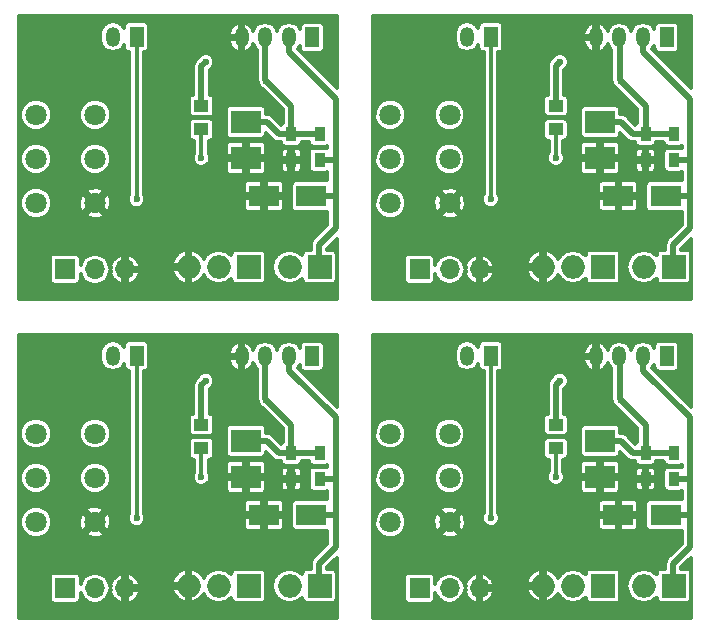
<source format=gbl>
%MOIN*%
%OFA0B0*%
%FSLAX46Y46*%
%IPPOS*%
%LPD*%
%ADD10C,0.0039370078740157488*%
%ADD11C,0.070866141732283464*%
%ADD12O,0.0787X0.0787*%
%ADD13R,0.0787X0.0787*%
%ADD14R,0.047244094488188976X0.066929133858267723*%
%ADD15O,0.047244094488188976X0.066929133858267723*%
%ADD16R,0.035433070866141732X0.047244094488188976*%
%ADD17R,0.0984X0.0709*%
%ADD18R,0.049212598425196853X0.03937007874015748*%
%ADD19R,0.066929133858267723X0.066929133858267723*%
%ADD20O,0.066929133858267723X0.066929133858267723*%
%ADD21R,0.0984X0.076800000000000007*%
%ADD22C,0.023622047244094488*%
%ADD23C,0.01968503937007874*%
%ADD24C,0.011811023622047244*%
%ADD35C,0.0039370078740157488*%
%ADD36C,0.070866141732283464*%
%ADD37O,0.0787X0.0787*%
%ADD38R,0.0787X0.0787*%
%ADD39R,0.047244094488188976X0.066929133858267723*%
%ADD40O,0.047244094488188976X0.066929133858267723*%
%ADD41R,0.035433070866141732X0.047244094488188976*%
%ADD42R,0.0984X0.0709*%
%ADD43R,0.049212598425196853X0.03937007874015748*%
%ADD44R,0.066929133858267723X0.066929133858267723*%
%ADD45O,0.066929133858267723X0.066929133858267723*%
%ADD46R,0.0984X0.076800000000000007*%
%ADD47C,0.023622047244094488*%
%ADD48C,0.01968503937007874*%
%ADD49C,0.011811023622047244*%
%ADD60C,0.0039370078740157488*%
%ADD61C,0.070866141732283464*%
%ADD62O,0.0787X0.0787*%
%ADD63R,0.0787X0.0787*%
%ADD64R,0.047244094488188976X0.066929133858267723*%
%ADD65O,0.047244094488188976X0.066929133858267723*%
%ADD66R,0.035433070866141732X0.047244094488188976*%
%ADD67R,0.0984X0.0709*%
%ADD68R,0.049212598425196853X0.03937007874015748*%
%ADD69R,0.066929133858267723X0.066929133858267723*%
%ADD70O,0.066929133858267723X0.066929133858267723*%
%ADD71R,0.0984X0.076800000000000007*%
%ADD72C,0.023622047244094488*%
%ADD73C,0.01968503937007874*%
%ADD74C,0.011811023622047244*%
%ADD85C,0.0039370078740157488*%
%ADD86C,0.070866141732283464*%
%ADD87O,0.0787X0.0787*%
%ADD88R,0.0787X0.0787*%
%ADD89R,0.047244094488188976X0.066929133858267723*%
%ADD90O,0.047244094488188976X0.066929133858267723*%
%ADD91R,0.035433070866141732X0.047244094488188976*%
%ADD92R,0.0984X0.0709*%
%ADD93R,0.049212598425196853X0.03937007874015748*%
%ADD94R,0.066929133858267723X0.066929133858267723*%
%ADD95O,0.066929133858267723X0.066929133858267723*%
%ADD96R,0.0984X0.076800000000000007*%
%ADD97C,0.023622047244094488*%
%ADD98C,0.01968503937007874*%
%ADD99C,0.011811023622047244*%
%LPD*%
G01*
D10*
D11*
X-0005354330Y0004488188D02*
X0000078740Y0000635826D03*
X0000078740Y0000488188D03*
X0000078740Y0000340551D03*
X0000275590Y0000635826D03*
X0000275590Y0000488188D03*
X0000275590Y0000340551D03*
D12*
X0000587401Y0000127952D03*
D13*
X0000787401Y0000127952D03*
D12*
X0000687401Y0000127952D03*
D14*
X0000413385Y0000895669D03*
D15*
X0000334645Y0000895669D03*
D14*
X0000999711Y0000893006D03*
D15*
X0000920970Y0000893006D03*
X0000842230Y0000893006D03*
X0000763490Y0000893006D03*
D12*
X0000923622Y0000127952D03*
D13*
X0001023622Y0000127952D03*
D16*
X0001023622Y0000484251D03*
X0001023622Y0000570866D03*
X0000929133Y0000570866D03*
X0000929133Y0000484251D03*
D17*
X0000996022Y0000364173D03*
X0000838622Y0000364173D03*
D18*
X0000629921Y0000665354D03*
X0000629921Y0000586614D03*
D19*
X0000175590Y0000120078D03*
D20*
X0000275590Y0000120078D03*
X0000375590Y0000120078D03*
D21*
X0000777977Y0000611210D03*
X0000777977Y0000491210D03*
D22*
X0000846455Y0000748031D03*
X0000501939Y0000620107D03*
X0001023622Y0000270078D03*
X0000677952Y0000444881D03*
X0000629921Y0000492125D03*
X0000643699Y0000811023D03*
X0001077165Y0000566929D03*
X0000413385Y0000354330D03*
D23*
X0000777977Y0000611210D02*
X0000846862Y0000611210D01*
X0000846862Y0000611210D02*
X0000887206Y0000570866D01*
X0000887206Y0000570866D02*
X0000929133Y0000570866D01*
X0000846455Y0000748031D02*
X0000929133Y0000665354D01*
X0000842518Y0000751968D02*
X0000846455Y0000748031D01*
X0000842518Y0000895669D02*
X0000842518Y0000751968D01*
X0000929133Y0000665354D02*
X0000929133Y0000570866D01*
X0000842518Y0000893700D02*
X0000842518Y0000883857D01*
X0001023622Y0000570866D02*
X0000929133Y0000570866D01*
D24*
X0000629921Y0000586614D02*
X0000629921Y0000492125D01*
D23*
X0000921259Y0000893700D02*
X0000921259Y0000845473D01*
X0000921259Y0000845473D02*
X0001077165Y0000689567D01*
X0001077165Y0000583632D02*
X0001077165Y0000566929D01*
X0001077165Y0000689567D02*
X0001077165Y0000583632D01*
X0001077165Y0000484251D02*
X0001077165Y0000364173D01*
X0001077165Y0000364173D02*
X0001077165Y0000354777D01*
X0000996022Y0000364173D02*
X0001077165Y0000364173D01*
X0000629921Y0000665354D02*
X0000629921Y0000797244D01*
X0000629921Y0000797244D02*
X0000643699Y0000811023D01*
X0001021258Y0000200767D02*
X0001021258Y0000129921D01*
X0001077165Y0000566929D02*
X0001077165Y0000484251D01*
X0001077165Y0000354777D02*
X0001077165Y0000342519D01*
X0001077165Y0000342519D02*
X0001077165Y0000256672D01*
X0001077165Y0000256672D02*
X0001021258Y0000200767D01*
X0001023622Y0000484251D02*
X0001061023Y0000484251D01*
X0001061023Y0000484251D02*
X0001077165Y0000484251D01*
D24*
X0000413385Y0000895669D02*
X0000413385Y0000354330D01*
G36*
X0001081692Y0000724014D02*
X0000951233Y0000854474D01*
X0000958025Y0000864639D01*
X0000958025Y0000859540D01*
X0000959260Y0000852976D01*
X0000963140Y0000846946D01*
X0000969061Y0000842901D01*
X0000976089Y0000841477D01*
X0001023333Y0000841477D01*
X0001029898Y0000842713D01*
X0001035928Y0000846593D01*
X0001039973Y0000852513D01*
X0001041396Y0000859540D01*
X0001041396Y0000926470D01*
X0001040160Y0000933036D01*
X0001036281Y0000939065D01*
X0001030360Y0000943111D01*
X0001023333Y0000944533D01*
X0000976089Y0000944533D01*
X0000969523Y0000943299D01*
X0000963493Y0000939418D01*
X0000959448Y0000933497D01*
X0000958025Y0000926470D01*
X0000958025Y0000921373D01*
X0000950201Y0000933082D01*
X0000936790Y0000942043D01*
X0000920970Y0000945189D01*
X0000905150Y0000942043D01*
X0000891740Y0000933082D01*
X0000882779Y0000919671D01*
X0000881600Y0000913747D01*
X0000880422Y0000919671D01*
X0000871461Y0000933082D01*
X0000858050Y0000942043D01*
X0000842230Y0000945189D01*
X0000826411Y0000942043D01*
X0000813000Y0000933082D01*
X0000804038Y0000919671D01*
X0000802928Y0000914087D01*
X0000801033Y0000921237D01*
X0000791138Y0000934203D01*
X0000775723Y0000942335D01*
X0000769396Y0000939282D01*
X0000769396Y0000898911D01*
X0000770183Y0000898911D01*
X0000770183Y0000887100D01*
X0000769396Y0000887100D01*
X0000769396Y0000846729D01*
X0000775723Y0000843676D01*
X0000791138Y0000851807D01*
X0000801033Y0000864774D01*
X0000802928Y0000871924D01*
X0000804038Y0000866341D01*
X0000813000Y0000852930D01*
X0000814960Y0000851620D01*
X0000814960Y0000751968D01*
X0000817058Y0000741422D01*
X0000817531Y0000740714D01*
X0000821408Y0000731327D01*
X0000829708Y0000723013D01*
X0000834481Y0000721031D01*
X0000901574Y0000653938D01*
X0000901574Y0000609207D01*
X0000898822Y0000607436D01*
X0000895083Y0000601964D01*
X0000866349Y0000630697D01*
X0000857408Y0000636671D01*
X0000846862Y0000638769D01*
X0000845241Y0000638769D01*
X0000845241Y0000649610D01*
X0000844005Y0000656175D01*
X0000840124Y0000662205D01*
X0000834205Y0000666250D01*
X0000827177Y0000667673D01*
X0000728777Y0000667673D01*
X0000722212Y0000666438D01*
X0000716182Y0000662558D01*
X0000712137Y0000656637D01*
X0000710713Y0000649610D01*
X0000710713Y0000572810D01*
X0000711949Y0000566244D01*
X0000715829Y0000560214D01*
X0000721749Y0000556169D01*
X0000728777Y0000554746D01*
X0000827177Y0000554746D01*
X0000833742Y0000555981D01*
X0000839772Y0000559862D01*
X0000843817Y0000565782D01*
X0000845241Y0000572810D01*
X0000845241Y0000573857D01*
X0000867719Y0000551379D01*
X0000867719Y0000551378D01*
X0000876660Y0000545404D01*
X0000887206Y0000543307D01*
X0000894094Y0000543307D01*
X0000894589Y0000540678D01*
X0000898469Y0000534648D01*
X0000904389Y0000530603D01*
X0000911417Y0000529180D01*
X0000946850Y0000529180D01*
X0000953415Y0000530415D01*
X0000959445Y0000534295D01*
X0000963490Y0000540216D01*
X0000964116Y0000543307D01*
X0000988582Y0000543307D01*
X0000989077Y0000540678D01*
X0000992957Y0000534648D01*
X0000998877Y0000530603D01*
X0001005905Y0000529180D01*
X0001041338Y0000529180D01*
X0001047903Y0000530415D01*
X0001049606Y0000531511D01*
X0001049606Y0000523667D01*
X0001048365Y0000524514D01*
X0001041338Y0000525937D01*
X0001005905Y0000525937D01*
X0000999340Y0000524702D01*
X0000993310Y0000520822D01*
X0000989265Y0000514901D01*
X0000987841Y0000507874D01*
X0000987841Y0000460629D01*
X0000989077Y0000454064D01*
X0000992957Y0000448034D01*
X0000998877Y0000443989D01*
X0001005905Y0000442566D01*
X0001041338Y0000442566D01*
X0001047903Y0000443801D01*
X0001049606Y0000444897D01*
X0001049606Y0000416799D01*
X0001045222Y0000417685D01*
X0000946822Y0000417685D01*
X0000940257Y0000416451D01*
X0000934227Y0000412570D01*
X0000930182Y0000406650D01*
X0000928758Y0000399623D01*
X0000928758Y0000328723D01*
X0000929994Y0000322157D01*
X0000933874Y0000316127D01*
X0000939795Y0000312082D01*
X0000946822Y0000310659D01*
X0001045222Y0000310659D01*
X0001049606Y0000311484D01*
X0001049606Y0000268088D01*
X0001001772Y0000220254D01*
X0000995798Y0000211313D01*
X0000995798Y0000211313D01*
X0000993700Y0000200767D01*
X0000993700Y0000185366D01*
X0000984272Y0000185366D01*
X0000977706Y0000184131D01*
X0000971676Y0000180250D01*
X0000967631Y0000174330D01*
X0000966208Y0000167302D01*
X0000966208Y0000166634D01*
X0000965092Y0000168304D01*
X0000946578Y0000180674D01*
X0000924740Y0000185019D01*
X0000922503Y0000185019D01*
X0000900665Y0000180674D01*
X0000882151Y0000168304D01*
X0000869780Y0000149791D01*
X0000865437Y0000127952D01*
X0000869780Y0000106114D01*
X0000882151Y0000087600D01*
X0000900665Y0000075230D01*
X0000922503Y0000070886D01*
X0000924740Y0000070886D01*
X0000946578Y0000075230D01*
X0000965092Y0000087600D01*
X0000966208Y0000089271D01*
X0000966208Y0000088601D01*
X0000967443Y0000082037D01*
X0000971323Y0000076007D01*
X0000977244Y0000071962D01*
X0000984272Y0000070539D01*
X0001062972Y0000070539D01*
X0001069537Y0000071774D01*
X0001075567Y0000075654D01*
X0001079612Y0000081575D01*
X0001081035Y0000088601D01*
X0001081035Y0000167302D01*
X0001079800Y0000173868D01*
X0001075920Y0000179897D01*
X0001069999Y0000183943D01*
X0001062972Y0000185366D01*
X0001048818Y0000185366D01*
X0001048818Y0000189351D01*
X0001081692Y0000222225D01*
X0001081692Y0000020668D01*
X0000020668Y0000020668D01*
X0000020668Y0000153543D01*
X0000124062Y0000153543D01*
X0000124062Y0000086614D01*
X0000125296Y0000080047D01*
X0000129176Y0000074018D01*
X0000135098Y0000069973D01*
X0000142125Y0000068550D01*
X0000209055Y0000068550D01*
X0000215620Y0000069785D01*
X0000221650Y0000073665D01*
X0000225695Y0000079586D01*
X0000227117Y0000086614D01*
X0000227117Y0000105455D01*
X0000228305Y0000099489D01*
X0000239400Y0000082885D01*
X0000256004Y0000071790D01*
X0000275590Y0000067894D01*
X0000295176Y0000071790D01*
X0000311781Y0000082885D01*
X0000322875Y0000099489D01*
X0000325796Y0000114173D01*
X0000329179Y0000114173D01*
X0000326300Y0000106292D01*
X0000335328Y0000088479D01*
X0000350484Y0000075477D01*
X0000361804Y0000070789D01*
X0000369685Y0000073701D01*
X0000369685Y0000114173D01*
X0000381496Y0000114173D01*
X0000381496Y0000073701D01*
X0000389376Y0000070789D01*
X0000400695Y0000075477D01*
X0000415852Y0000088479D01*
X0000424880Y0000106292D01*
X0000422341Y0000113240D01*
X0000532264Y0000113240D01*
X0000538010Y0000099367D01*
X0000552708Y0000082641D01*
X0000572689Y0000072814D01*
X0000581496Y0000075621D01*
X0000581496Y0000122047D01*
X0000535096Y0000122047D01*
X0000532264Y0000113240D01*
X0000422341Y0000113240D01*
X0000422001Y0000114173D01*
X0000381496Y0000114173D01*
X0000369685Y0000114173D01*
X0000368897Y0000114173D01*
X0000368897Y0000125984D01*
X0000369685Y0000125984D01*
X0000369685Y0000166456D01*
X0000381496Y0000166456D01*
X0000381496Y0000125984D01*
X0000422001Y0000125984D01*
X0000424880Y0000133864D01*
X0000420420Y0000142664D01*
X0000532264Y0000142664D01*
X0000535096Y0000133858D01*
X0000581496Y0000133858D01*
X0000581496Y0000180284D01*
X0000593307Y0000180284D01*
X0000593307Y0000133858D01*
X0000594094Y0000133858D01*
X0000594094Y0000122047D01*
X0000593307Y0000122047D01*
X0000593307Y0000075621D01*
X0000602113Y0000072814D01*
X0000622094Y0000082641D01*
X0000636793Y0000099367D01*
X0000637281Y0000100546D01*
X0000645931Y0000087600D01*
X0000664445Y0000075230D01*
X0000686283Y0000070886D01*
X0000688519Y0000070886D01*
X0000710357Y0000075230D01*
X0000728871Y0000087600D01*
X0000729987Y0000089271D01*
X0000729987Y0000088601D01*
X0000731223Y0000082037D01*
X0000735103Y0000076007D01*
X0000741023Y0000071962D01*
X0000748051Y0000070539D01*
X0000826751Y0000070539D01*
X0000833315Y0000071774D01*
X0000839346Y0000075654D01*
X0000843392Y0000081575D01*
X0000844815Y0000088601D01*
X0000844815Y0000167302D01*
X0000843579Y0000173868D01*
X0000839699Y0000179897D01*
X0000833779Y0000183943D01*
X0000826751Y0000185366D01*
X0000748051Y0000185366D01*
X0000741485Y0000184131D01*
X0000735456Y0000180250D01*
X0000731411Y0000174330D01*
X0000729987Y0000167302D01*
X0000729987Y0000166634D01*
X0000728871Y0000168304D01*
X0000710357Y0000180674D01*
X0000688519Y0000185019D01*
X0000686283Y0000185019D01*
X0000664445Y0000180674D01*
X0000645931Y0000168304D01*
X0000637281Y0000155359D01*
X0000636793Y0000156538D01*
X0000622094Y0000173263D01*
X0000602113Y0000183090D01*
X0000593307Y0000180284D01*
X0000581496Y0000180284D01*
X0000572689Y0000183090D01*
X0000552708Y0000173263D01*
X0000538010Y0000156538D01*
X0000532264Y0000142664D01*
X0000420420Y0000142664D01*
X0000415852Y0000151677D01*
X0000400695Y0000164680D01*
X0000389376Y0000169368D01*
X0000381496Y0000166456D01*
X0000369685Y0000166456D01*
X0000361804Y0000169368D01*
X0000350484Y0000164680D01*
X0000335328Y0000151677D01*
X0000326300Y0000133864D01*
X0000329179Y0000125984D01*
X0000325796Y0000125984D01*
X0000322875Y0000140667D01*
X0000311781Y0000157271D01*
X0000295176Y0000168366D01*
X0000275590Y0000172262D01*
X0000256004Y0000168366D01*
X0000239400Y0000157271D01*
X0000228305Y0000140667D01*
X0000227117Y0000134701D01*
X0000227117Y0000153543D01*
X0000225883Y0000160108D01*
X0000222002Y0000166138D01*
X0000216082Y0000170183D01*
X0000209055Y0000171605D01*
X0000142125Y0000171605D01*
X0000135560Y0000170371D01*
X0000129530Y0000166491D01*
X0000125485Y0000160571D01*
X0000124062Y0000153543D01*
X0000020668Y0000153543D01*
X0000020668Y0000330025D01*
X0000025581Y0000330025D01*
X0000033655Y0000310483D01*
X0000048593Y0000295519D01*
X0000068121Y0000287410D01*
X0000089265Y0000287392D01*
X0000108806Y0000295466D01*
X0000114788Y0000301437D01*
X0000244827Y0000301437D01*
X0000248705Y0000293499D01*
X0000268757Y0000286792D01*
X0000289850Y0000288270D01*
X0000302475Y0000293499D01*
X0000306352Y0000301437D01*
X0000275590Y0000332199D01*
X0000244827Y0000301437D01*
X0000114788Y0000301437D01*
X0000123770Y0000310405D01*
X0000131880Y0000329932D01*
X0000131895Y0000347384D01*
X0000221832Y0000347384D01*
X0000223309Y0000326291D01*
X0000228539Y0000313665D01*
X0000236476Y0000309788D01*
X0000267238Y0000340551D01*
X0000283942Y0000340551D01*
X0000314704Y0000309788D01*
X0000322641Y0000313665D01*
X0000329348Y0000333718D01*
X0000327871Y0000354810D01*
X0000322641Y0000367436D01*
X0000314704Y0000371313D01*
X0000283942Y0000340551D01*
X0000267238Y0000340551D01*
X0000236476Y0000371313D01*
X0000228539Y0000367436D01*
X0000221832Y0000347384D01*
X0000131895Y0000347384D01*
X0000131898Y0000351076D01*
X0000123824Y0000370618D01*
X0000114793Y0000379665D01*
X0000244827Y0000379665D01*
X0000275590Y0000348902D01*
X0000306352Y0000379665D01*
X0000302475Y0000387602D01*
X0000282423Y0000394308D01*
X0000261330Y0000392832D01*
X0000248705Y0000387602D01*
X0000244827Y0000379665D01*
X0000114793Y0000379665D01*
X0000108886Y0000385582D01*
X0000089358Y0000393691D01*
X0000068214Y0000393710D01*
X0000048672Y0000385635D01*
X0000033708Y0000370697D01*
X0000025599Y0000351169D01*
X0000025581Y0000330025D01*
X0000020668Y0000330025D01*
X0000020668Y0000477663D01*
X0000025581Y0000477663D01*
X0000033655Y0000458120D01*
X0000048593Y0000443157D01*
X0000068121Y0000435048D01*
X0000089265Y0000435030D01*
X0000108806Y0000443104D01*
X0000123770Y0000458042D01*
X0000131880Y0000477570D01*
X0000131880Y0000477663D01*
X0000222431Y0000477663D01*
X0000230506Y0000458120D01*
X0000245444Y0000443157D01*
X0000264972Y0000435048D01*
X0000286116Y0000435030D01*
X0000305658Y0000443104D01*
X0000320622Y0000458042D01*
X0000328730Y0000477570D01*
X0000328749Y0000498714D01*
X0000320674Y0000518256D01*
X0000305736Y0000533220D01*
X0000286209Y0000541329D01*
X0000265064Y0000541347D01*
X0000245523Y0000533273D01*
X0000230558Y0000518335D01*
X0000222450Y0000498807D01*
X0000222431Y0000477663D01*
X0000131880Y0000477663D01*
X0000131898Y0000498714D01*
X0000123824Y0000518256D01*
X0000108886Y0000533220D01*
X0000089358Y0000541329D01*
X0000068214Y0000541347D01*
X0000048672Y0000533273D01*
X0000033708Y0000518335D01*
X0000025599Y0000498807D01*
X0000025581Y0000477663D01*
X0000020668Y0000477663D01*
X0000020668Y0000625301D01*
X0000025581Y0000625301D01*
X0000033655Y0000605759D01*
X0000048593Y0000590794D01*
X0000068121Y0000582686D01*
X0000089265Y0000582667D01*
X0000108806Y0000590742D01*
X0000123770Y0000605680D01*
X0000131880Y0000625208D01*
X0000131880Y0000625301D01*
X0000222431Y0000625301D01*
X0000230506Y0000605759D01*
X0000245444Y0000590794D01*
X0000264972Y0000582686D01*
X0000286116Y0000582667D01*
X0000305658Y0000590742D01*
X0000320622Y0000605680D01*
X0000328730Y0000625208D01*
X0000328749Y0000646352D01*
X0000320674Y0000665894D01*
X0000305736Y0000680858D01*
X0000286209Y0000688967D01*
X0000265064Y0000688985D01*
X0000245523Y0000680911D01*
X0000230558Y0000665972D01*
X0000222450Y0000646445D01*
X0000222431Y0000625301D01*
X0000131880Y0000625301D01*
X0000131898Y0000646352D01*
X0000123824Y0000665894D01*
X0000108886Y0000680858D01*
X0000089358Y0000688967D01*
X0000068214Y0000688985D01*
X0000048672Y0000680911D01*
X0000033708Y0000665972D01*
X0000025599Y0000646445D01*
X0000025581Y0000625301D01*
X0000020668Y0000625301D01*
X0000020668Y0000906514D01*
X0000293307Y0000906514D01*
X0000293307Y0000884824D01*
X0000296453Y0000869004D01*
X0000305414Y0000855593D01*
X0000318826Y0000846632D01*
X0000334645Y0000843485D01*
X0000350465Y0000846632D01*
X0000363876Y0000855593D01*
X0000371700Y0000867302D01*
X0000371700Y0000862204D01*
X0000372935Y0000855639D01*
X0000376815Y0000849609D01*
X0000382735Y0000845563D01*
X0000389763Y0000844140D01*
X0000389763Y0000372471D01*
X0000388368Y0000371078D01*
X0000383863Y0000360229D01*
X0000383853Y0000348483D01*
X0000388338Y0000337626D01*
X0000396637Y0000329313D01*
X0000407486Y0000324808D01*
X0000419233Y0000324798D01*
X0000430089Y0000329283D01*
X0000438403Y0000337582D01*
X0000442908Y0000348431D01*
X0000442912Y0000353837D01*
X0000771706Y0000353837D01*
X0000771706Y0000325199D01*
X0000774403Y0000318687D01*
X0000779386Y0000313703D01*
X0000785898Y0000311006D01*
X0000828288Y0000311006D01*
X0000832717Y0000315434D01*
X0000832717Y0000358267D01*
X0000844528Y0000358267D01*
X0000844528Y0000315434D01*
X0000848957Y0000311006D01*
X0000891346Y0000311006D01*
X0000897858Y0000313703D01*
X0000902842Y0000318687D01*
X0000905539Y0000325199D01*
X0000905539Y0000353837D01*
X0000901110Y0000358267D01*
X0000844528Y0000358267D01*
X0000832717Y0000358267D01*
X0000776135Y0000358267D01*
X0000771706Y0000353837D01*
X0000442912Y0000353837D01*
X0000442918Y0000360178D01*
X0000438432Y0000371033D01*
X0000437007Y0000372462D01*
X0000437007Y0000403147D01*
X0000771706Y0000403147D01*
X0000771706Y0000374507D01*
X0000776135Y0000370077D01*
X0000832717Y0000370077D01*
X0000832717Y0000412910D01*
X0000844528Y0000412910D01*
X0000844528Y0000370077D01*
X0000901110Y0000370077D01*
X0000905539Y0000374507D01*
X0000905539Y0000403147D01*
X0000902842Y0000409658D01*
X0000897858Y0000414642D01*
X0000891346Y0000417339D01*
X0000848957Y0000417339D01*
X0000844528Y0000412910D01*
X0000832717Y0000412910D01*
X0000828288Y0000417339D01*
X0000785898Y0000417339D01*
X0000779386Y0000414642D01*
X0000774403Y0000409658D01*
X0000771706Y0000403147D01*
X0000437007Y0000403147D01*
X0000437007Y0000606299D01*
X0000587251Y0000606299D01*
X0000587251Y0000566929D01*
X0000588486Y0000560363D01*
X0000592366Y0000554333D01*
X0000598287Y0000550288D01*
X0000605314Y0000548865D01*
X0000606299Y0000548865D01*
X0000606299Y0000510266D01*
X0000604903Y0000508873D01*
X0000600398Y0000498025D01*
X0000600388Y0000486278D01*
X0000604874Y0000475421D01*
X0000613173Y0000467108D01*
X0000624022Y0000462603D01*
X0000635767Y0000462593D01*
X0000646625Y0000467079D01*
X0000654938Y0000475378D01*
X0000657221Y0000480875D01*
X0000711060Y0000480875D01*
X0000711060Y0000449286D01*
X0000713758Y0000442774D01*
X0000718741Y0000437790D01*
X0000725253Y0000435093D01*
X0000767641Y0000435093D01*
X0000772072Y0000439522D01*
X0000772072Y0000485304D01*
X0000783883Y0000485304D01*
X0000783883Y0000439522D01*
X0000788312Y0000435093D01*
X0000830701Y0000435093D01*
X0000837213Y0000437790D01*
X0000842196Y0000442774D01*
X0000844894Y0000449286D01*
X0000844894Y0000473916D01*
X0000893700Y0000473916D01*
X0000893700Y0000457104D01*
X0000896397Y0000450594D01*
X0000901381Y0000445610D01*
X0000907893Y0000442913D01*
X0000918799Y0000442913D01*
X0000923228Y0000447342D01*
X0000923228Y0000478346D01*
X0000935039Y0000478346D01*
X0000935039Y0000447342D01*
X0000939468Y0000442913D01*
X0000950374Y0000442913D01*
X0000956885Y0000445610D01*
X0000961869Y0000450594D01*
X0000964565Y0000457104D01*
X0000964565Y0000473916D01*
X0000960137Y0000478346D01*
X0000935039Y0000478346D01*
X0000923228Y0000478346D01*
X0000898129Y0000478346D01*
X0000893700Y0000473916D01*
X0000844894Y0000473916D01*
X0000844894Y0000480875D01*
X0000840464Y0000485304D01*
X0000783883Y0000485304D01*
X0000772072Y0000485304D01*
X0000715490Y0000485304D01*
X0000711060Y0000480875D01*
X0000657221Y0000480875D01*
X0000659443Y0000486226D01*
X0000659453Y0000497973D01*
X0000654968Y0000508830D01*
X0000653543Y0000510256D01*
X0000653543Y0000533134D01*
X0000711060Y0000533134D01*
X0000711060Y0000501544D01*
X0000715490Y0000497115D01*
X0000772072Y0000497115D01*
X0000772072Y0000542897D01*
X0000783883Y0000542897D01*
X0000783883Y0000497115D01*
X0000840464Y0000497115D01*
X0000844894Y0000501544D01*
X0000844894Y0000511398D01*
X0000893700Y0000511398D01*
X0000893700Y0000494586D01*
X0000898129Y0000490156D01*
X0000923228Y0000490156D01*
X0000923228Y0000521161D01*
X0000935039Y0000521161D01*
X0000935039Y0000490156D01*
X0000960137Y0000490156D01*
X0000964565Y0000494586D01*
X0000964565Y0000511398D01*
X0000961869Y0000517908D01*
X0000956885Y0000522893D01*
X0000950374Y0000525590D01*
X0000939468Y0000525590D01*
X0000935039Y0000521161D01*
X0000923228Y0000521161D01*
X0000918799Y0000525590D01*
X0000907893Y0000525590D01*
X0000901381Y0000522893D01*
X0000896397Y0000517908D01*
X0000893700Y0000511398D01*
X0000844894Y0000511398D01*
X0000844894Y0000533134D01*
X0000842196Y0000539645D01*
X0000837213Y0000544629D01*
X0000830701Y0000547326D01*
X0000788312Y0000547326D01*
X0000783883Y0000542897D01*
X0000772072Y0000542897D01*
X0000767641Y0000547326D01*
X0000725253Y0000547326D01*
X0000718741Y0000544629D01*
X0000713758Y0000539645D01*
X0000711060Y0000533134D01*
X0000653543Y0000533134D01*
X0000653543Y0000548865D01*
X0000654527Y0000548865D01*
X0000661092Y0000550100D01*
X0000667121Y0000553980D01*
X0000671167Y0000559901D01*
X0000672591Y0000566929D01*
X0000672591Y0000606299D01*
X0000671354Y0000612864D01*
X0000667475Y0000618894D01*
X0000661555Y0000622939D01*
X0000654527Y0000624362D01*
X0000605314Y0000624362D01*
X0000598749Y0000623127D01*
X0000592719Y0000619247D01*
X0000588674Y0000613326D01*
X0000587251Y0000606299D01*
X0000437007Y0000606299D01*
X0000437007Y0000685039D01*
X0000587251Y0000685039D01*
X0000587251Y0000645669D01*
X0000588486Y0000639103D01*
X0000592366Y0000633074D01*
X0000598287Y0000629028D01*
X0000605314Y0000627605D01*
X0000654527Y0000627605D01*
X0000661092Y0000628840D01*
X0000667121Y0000632721D01*
X0000671167Y0000638641D01*
X0000672591Y0000645669D01*
X0000672591Y0000685039D01*
X0000671354Y0000691604D01*
X0000667475Y0000697634D01*
X0000661555Y0000701678D01*
X0000657480Y0000702505D01*
X0000657480Y0000784768D01*
X0000660404Y0000785976D01*
X0000668718Y0000794275D01*
X0000673223Y0000805123D01*
X0000673233Y0000816871D01*
X0000668747Y0000827727D01*
X0000660448Y0000836041D01*
X0000649599Y0000840546D01*
X0000637853Y0000840555D01*
X0000626996Y0000836070D01*
X0000618683Y0000827771D01*
X0000616701Y0000822998D01*
X0000610434Y0000816731D01*
X0000604460Y0000807790D01*
X0000604460Y0000807790D01*
X0000602362Y0000797244D01*
X0000602362Y0000702546D01*
X0000598749Y0000701867D01*
X0000592719Y0000697987D01*
X0000588674Y0000692067D01*
X0000587251Y0000685039D01*
X0000437007Y0000685039D01*
X0000437007Y0000844140D01*
X0000443573Y0000845376D01*
X0000449603Y0000849255D01*
X0000453648Y0000855176D01*
X0000455070Y0000862204D01*
X0000455070Y0000880540D01*
X0000721768Y0000880540D01*
X0000725947Y0000864774D01*
X0000735842Y0000851807D01*
X0000751257Y0000843676D01*
X0000757584Y0000846729D01*
X0000757584Y0000887100D01*
X0000726301Y0000887100D01*
X0000721768Y0000880540D01*
X0000455070Y0000880540D01*
X0000455070Y0000905470D01*
X0000721768Y0000905470D01*
X0000726301Y0000898911D01*
X0000757584Y0000898911D01*
X0000757584Y0000939282D01*
X0000751257Y0000942335D01*
X0000735842Y0000934203D01*
X0000725947Y0000921237D01*
X0000721768Y0000905470D01*
X0000455070Y0000905470D01*
X0000455070Y0000929133D01*
X0000453836Y0000935699D01*
X0000449955Y0000941729D01*
X0000444035Y0000945773D01*
X0000437007Y0000947197D01*
X0000389763Y0000947197D01*
X0000383198Y0000945962D01*
X0000377168Y0000942082D01*
X0000373122Y0000936161D01*
X0000371700Y0000929133D01*
X0000371700Y0000924036D01*
X0000363876Y0000935745D01*
X0000350465Y0000944705D01*
X0000334645Y0000947853D01*
X0000318826Y0000944705D01*
X0000305414Y0000935745D01*
X0000296453Y0000922334D01*
X0000293307Y0000906514D01*
X0000020668Y0000906514D01*
X0000020668Y0000963582D01*
X0001081692Y0000963582D01*
X0001081692Y0000724014D01*
X0001081692Y0000724014D01*
G37*
X0001081692Y0000724014D02*
X0000951233Y0000854474D01*
X0000958025Y0000864639D01*
X0000958025Y0000859540D01*
X0000959260Y0000852976D01*
X0000963140Y0000846946D01*
X0000969061Y0000842901D01*
X0000976089Y0000841477D01*
X0001023333Y0000841477D01*
X0001029898Y0000842713D01*
X0001035928Y0000846593D01*
X0001039973Y0000852513D01*
X0001041396Y0000859540D01*
X0001041396Y0000926470D01*
X0001040160Y0000933036D01*
X0001036281Y0000939065D01*
X0001030360Y0000943111D01*
X0001023333Y0000944533D01*
X0000976089Y0000944533D01*
X0000969523Y0000943299D01*
X0000963493Y0000939418D01*
X0000959448Y0000933497D01*
X0000958025Y0000926470D01*
X0000958025Y0000921373D01*
X0000950201Y0000933082D01*
X0000936790Y0000942043D01*
X0000920970Y0000945189D01*
X0000905150Y0000942043D01*
X0000891740Y0000933082D01*
X0000882779Y0000919671D01*
X0000881600Y0000913747D01*
X0000880422Y0000919671D01*
X0000871461Y0000933082D01*
X0000858050Y0000942043D01*
X0000842230Y0000945189D01*
X0000826411Y0000942043D01*
X0000813000Y0000933082D01*
X0000804038Y0000919671D01*
X0000802928Y0000914087D01*
X0000801033Y0000921237D01*
X0000791138Y0000934203D01*
X0000775723Y0000942335D01*
X0000769396Y0000939282D01*
X0000769396Y0000898911D01*
X0000770183Y0000898911D01*
X0000770183Y0000887100D01*
X0000769396Y0000887100D01*
X0000769396Y0000846729D01*
X0000775723Y0000843676D01*
X0000791138Y0000851807D01*
X0000801033Y0000864774D01*
X0000802928Y0000871924D01*
X0000804038Y0000866341D01*
X0000813000Y0000852930D01*
X0000814960Y0000851620D01*
X0000814960Y0000751968D01*
X0000817058Y0000741422D01*
X0000817531Y0000740714D01*
X0000821408Y0000731327D01*
X0000829708Y0000723013D01*
X0000834481Y0000721031D01*
X0000901574Y0000653938D01*
X0000901574Y0000609207D01*
X0000898822Y0000607436D01*
X0000895083Y0000601964D01*
X0000866349Y0000630697D01*
X0000857408Y0000636671D01*
X0000846862Y0000638769D01*
X0000845241Y0000638769D01*
X0000845241Y0000649610D01*
X0000844005Y0000656175D01*
X0000840124Y0000662205D01*
X0000834205Y0000666250D01*
X0000827177Y0000667673D01*
X0000728777Y0000667673D01*
X0000722212Y0000666438D01*
X0000716182Y0000662558D01*
X0000712137Y0000656637D01*
X0000710713Y0000649610D01*
X0000710713Y0000572810D01*
X0000711949Y0000566244D01*
X0000715829Y0000560214D01*
X0000721749Y0000556169D01*
X0000728777Y0000554746D01*
X0000827177Y0000554746D01*
X0000833742Y0000555981D01*
X0000839772Y0000559862D01*
X0000843817Y0000565782D01*
X0000845241Y0000572810D01*
X0000845241Y0000573857D01*
X0000867719Y0000551379D01*
X0000867719Y0000551378D01*
X0000876660Y0000545404D01*
X0000887206Y0000543307D01*
X0000894094Y0000543307D01*
X0000894589Y0000540678D01*
X0000898469Y0000534648D01*
X0000904389Y0000530603D01*
X0000911417Y0000529180D01*
X0000946850Y0000529180D01*
X0000953415Y0000530415D01*
X0000959445Y0000534295D01*
X0000963490Y0000540216D01*
X0000964116Y0000543307D01*
X0000988582Y0000543307D01*
X0000989077Y0000540678D01*
X0000992957Y0000534648D01*
X0000998877Y0000530603D01*
X0001005905Y0000529180D01*
X0001041338Y0000529180D01*
X0001047903Y0000530415D01*
X0001049606Y0000531511D01*
X0001049606Y0000523667D01*
X0001048365Y0000524514D01*
X0001041338Y0000525937D01*
X0001005905Y0000525937D01*
X0000999340Y0000524702D01*
X0000993310Y0000520822D01*
X0000989265Y0000514901D01*
X0000987841Y0000507874D01*
X0000987841Y0000460629D01*
X0000989077Y0000454064D01*
X0000992957Y0000448034D01*
X0000998877Y0000443989D01*
X0001005905Y0000442566D01*
X0001041338Y0000442566D01*
X0001047903Y0000443801D01*
X0001049606Y0000444897D01*
X0001049606Y0000416799D01*
X0001045222Y0000417685D01*
X0000946822Y0000417685D01*
X0000940257Y0000416451D01*
X0000934227Y0000412570D01*
X0000930182Y0000406650D01*
X0000928758Y0000399623D01*
X0000928758Y0000328723D01*
X0000929994Y0000322157D01*
X0000933874Y0000316127D01*
X0000939795Y0000312082D01*
X0000946822Y0000310659D01*
X0001045222Y0000310659D01*
X0001049606Y0000311484D01*
X0001049606Y0000268088D01*
X0001001772Y0000220254D01*
X0000995798Y0000211313D01*
X0000995798Y0000211313D01*
X0000993700Y0000200767D01*
X0000993700Y0000185366D01*
X0000984272Y0000185366D01*
X0000977706Y0000184131D01*
X0000971676Y0000180250D01*
X0000967631Y0000174330D01*
X0000966208Y0000167302D01*
X0000966208Y0000166634D01*
X0000965092Y0000168304D01*
X0000946578Y0000180674D01*
X0000924740Y0000185019D01*
X0000922503Y0000185019D01*
X0000900665Y0000180674D01*
X0000882151Y0000168304D01*
X0000869780Y0000149791D01*
X0000865437Y0000127952D01*
X0000869780Y0000106114D01*
X0000882151Y0000087600D01*
X0000900665Y0000075230D01*
X0000922503Y0000070886D01*
X0000924740Y0000070886D01*
X0000946578Y0000075230D01*
X0000965092Y0000087600D01*
X0000966208Y0000089271D01*
X0000966208Y0000088601D01*
X0000967443Y0000082037D01*
X0000971323Y0000076007D01*
X0000977244Y0000071962D01*
X0000984272Y0000070539D01*
X0001062972Y0000070539D01*
X0001069537Y0000071774D01*
X0001075567Y0000075654D01*
X0001079612Y0000081575D01*
X0001081035Y0000088601D01*
X0001081035Y0000167302D01*
X0001079800Y0000173868D01*
X0001075920Y0000179897D01*
X0001069999Y0000183943D01*
X0001062972Y0000185366D01*
X0001048818Y0000185366D01*
X0001048818Y0000189351D01*
X0001081692Y0000222225D01*
X0001081692Y0000020668D01*
X0000020668Y0000020668D01*
X0000020668Y0000153543D01*
X0000124062Y0000153543D01*
X0000124062Y0000086614D01*
X0000125296Y0000080047D01*
X0000129176Y0000074018D01*
X0000135098Y0000069973D01*
X0000142125Y0000068550D01*
X0000209055Y0000068550D01*
X0000215620Y0000069785D01*
X0000221650Y0000073665D01*
X0000225695Y0000079586D01*
X0000227117Y0000086614D01*
X0000227117Y0000105455D01*
X0000228305Y0000099489D01*
X0000239400Y0000082885D01*
X0000256004Y0000071790D01*
X0000275590Y0000067894D01*
X0000295176Y0000071790D01*
X0000311781Y0000082885D01*
X0000322875Y0000099489D01*
X0000325796Y0000114173D01*
X0000329179Y0000114173D01*
X0000326300Y0000106292D01*
X0000335328Y0000088479D01*
X0000350484Y0000075477D01*
X0000361804Y0000070789D01*
X0000369685Y0000073701D01*
X0000369685Y0000114173D01*
X0000381496Y0000114173D01*
X0000381496Y0000073701D01*
X0000389376Y0000070789D01*
X0000400695Y0000075477D01*
X0000415852Y0000088479D01*
X0000424880Y0000106292D01*
X0000422341Y0000113240D01*
X0000532264Y0000113240D01*
X0000538010Y0000099367D01*
X0000552708Y0000082641D01*
X0000572689Y0000072814D01*
X0000581496Y0000075621D01*
X0000581496Y0000122047D01*
X0000535096Y0000122047D01*
X0000532264Y0000113240D01*
X0000422341Y0000113240D01*
X0000422001Y0000114173D01*
X0000381496Y0000114173D01*
X0000369685Y0000114173D01*
X0000368897Y0000114173D01*
X0000368897Y0000125984D01*
X0000369685Y0000125984D01*
X0000369685Y0000166456D01*
X0000381496Y0000166456D01*
X0000381496Y0000125984D01*
X0000422001Y0000125984D01*
X0000424880Y0000133864D01*
X0000420420Y0000142664D01*
X0000532264Y0000142664D01*
X0000535096Y0000133858D01*
X0000581496Y0000133858D01*
X0000581496Y0000180284D01*
X0000593307Y0000180284D01*
X0000593307Y0000133858D01*
X0000594094Y0000133858D01*
X0000594094Y0000122047D01*
X0000593307Y0000122047D01*
X0000593307Y0000075621D01*
X0000602113Y0000072814D01*
X0000622094Y0000082641D01*
X0000636793Y0000099367D01*
X0000637281Y0000100546D01*
X0000645931Y0000087600D01*
X0000664445Y0000075230D01*
X0000686283Y0000070886D01*
X0000688519Y0000070886D01*
X0000710357Y0000075230D01*
X0000728871Y0000087600D01*
X0000729987Y0000089271D01*
X0000729987Y0000088601D01*
X0000731223Y0000082037D01*
X0000735103Y0000076007D01*
X0000741023Y0000071962D01*
X0000748051Y0000070539D01*
X0000826751Y0000070539D01*
X0000833315Y0000071774D01*
X0000839346Y0000075654D01*
X0000843392Y0000081575D01*
X0000844815Y0000088601D01*
X0000844815Y0000167302D01*
X0000843579Y0000173868D01*
X0000839699Y0000179897D01*
X0000833779Y0000183943D01*
X0000826751Y0000185366D01*
X0000748051Y0000185366D01*
X0000741485Y0000184131D01*
X0000735456Y0000180250D01*
X0000731411Y0000174330D01*
X0000729987Y0000167302D01*
X0000729987Y0000166634D01*
X0000728871Y0000168304D01*
X0000710357Y0000180674D01*
X0000688519Y0000185019D01*
X0000686283Y0000185019D01*
X0000664445Y0000180674D01*
X0000645931Y0000168304D01*
X0000637281Y0000155359D01*
X0000636793Y0000156538D01*
X0000622094Y0000173263D01*
X0000602113Y0000183090D01*
X0000593307Y0000180284D01*
X0000581496Y0000180284D01*
X0000572689Y0000183090D01*
X0000552708Y0000173263D01*
X0000538010Y0000156538D01*
X0000532264Y0000142664D01*
X0000420420Y0000142664D01*
X0000415852Y0000151677D01*
X0000400695Y0000164680D01*
X0000389376Y0000169368D01*
X0000381496Y0000166456D01*
X0000369685Y0000166456D01*
X0000361804Y0000169368D01*
X0000350484Y0000164680D01*
X0000335328Y0000151677D01*
X0000326300Y0000133864D01*
X0000329179Y0000125984D01*
X0000325796Y0000125984D01*
X0000322875Y0000140667D01*
X0000311781Y0000157271D01*
X0000295176Y0000168366D01*
X0000275590Y0000172262D01*
X0000256004Y0000168366D01*
X0000239400Y0000157271D01*
X0000228305Y0000140667D01*
X0000227117Y0000134701D01*
X0000227117Y0000153543D01*
X0000225883Y0000160108D01*
X0000222002Y0000166138D01*
X0000216082Y0000170183D01*
X0000209055Y0000171605D01*
X0000142125Y0000171605D01*
X0000135560Y0000170371D01*
X0000129530Y0000166491D01*
X0000125485Y0000160571D01*
X0000124062Y0000153543D01*
X0000020668Y0000153543D01*
X0000020668Y0000330025D01*
X0000025581Y0000330025D01*
X0000033655Y0000310483D01*
X0000048593Y0000295519D01*
X0000068121Y0000287410D01*
X0000089265Y0000287392D01*
X0000108806Y0000295466D01*
X0000114788Y0000301437D01*
X0000244827Y0000301437D01*
X0000248705Y0000293499D01*
X0000268757Y0000286792D01*
X0000289850Y0000288270D01*
X0000302475Y0000293499D01*
X0000306352Y0000301437D01*
X0000275590Y0000332199D01*
X0000244827Y0000301437D01*
X0000114788Y0000301437D01*
X0000123770Y0000310405D01*
X0000131880Y0000329932D01*
X0000131895Y0000347384D01*
X0000221832Y0000347384D01*
X0000223309Y0000326291D01*
X0000228539Y0000313665D01*
X0000236476Y0000309788D01*
X0000267238Y0000340551D01*
X0000283942Y0000340551D01*
X0000314704Y0000309788D01*
X0000322641Y0000313665D01*
X0000329348Y0000333718D01*
X0000327871Y0000354810D01*
X0000322641Y0000367436D01*
X0000314704Y0000371313D01*
X0000283942Y0000340551D01*
X0000267238Y0000340551D01*
X0000236476Y0000371313D01*
X0000228539Y0000367436D01*
X0000221832Y0000347384D01*
X0000131895Y0000347384D01*
X0000131898Y0000351076D01*
X0000123824Y0000370618D01*
X0000114793Y0000379665D01*
X0000244827Y0000379665D01*
X0000275590Y0000348902D01*
X0000306352Y0000379665D01*
X0000302475Y0000387602D01*
X0000282423Y0000394308D01*
X0000261330Y0000392832D01*
X0000248705Y0000387602D01*
X0000244827Y0000379665D01*
X0000114793Y0000379665D01*
X0000108886Y0000385582D01*
X0000089358Y0000393691D01*
X0000068214Y0000393710D01*
X0000048672Y0000385635D01*
X0000033708Y0000370697D01*
X0000025599Y0000351169D01*
X0000025581Y0000330025D01*
X0000020668Y0000330025D01*
X0000020668Y0000477663D01*
X0000025581Y0000477663D01*
X0000033655Y0000458120D01*
X0000048593Y0000443157D01*
X0000068121Y0000435048D01*
X0000089265Y0000435030D01*
X0000108806Y0000443104D01*
X0000123770Y0000458042D01*
X0000131880Y0000477570D01*
X0000131880Y0000477663D01*
X0000222431Y0000477663D01*
X0000230506Y0000458120D01*
X0000245444Y0000443157D01*
X0000264972Y0000435048D01*
X0000286116Y0000435030D01*
X0000305658Y0000443104D01*
X0000320622Y0000458042D01*
X0000328730Y0000477570D01*
X0000328749Y0000498714D01*
X0000320674Y0000518256D01*
X0000305736Y0000533220D01*
X0000286209Y0000541329D01*
X0000265064Y0000541347D01*
X0000245523Y0000533273D01*
X0000230558Y0000518335D01*
X0000222450Y0000498807D01*
X0000222431Y0000477663D01*
X0000131880Y0000477663D01*
X0000131898Y0000498714D01*
X0000123824Y0000518256D01*
X0000108886Y0000533220D01*
X0000089358Y0000541329D01*
X0000068214Y0000541347D01*
X0000048672Y0000533273D01*
X0000033708Y0000518335D01*
X0000025599Y0000498807D01*
X0000025581Y0000477663D01*
X0000020668Y0000477663D01*
X0000020668Y0000625301D01*
X0000025581Y0000625301D01*
X0000033655Y0000605759D01*
X0000048593Y0000590794D01*
X0000068121Y0000582686D01*
X0000089265Y0000582667D01*
X0000108806Y0000590742D01*
X0000123770Y0000605680D01*
X0000131880Y0000625208D01*
X0000131880Y0000625301D01*
X0000222431Y0000625301D01*
X0000230506Y0000605759D01*
X0000245444Y0000590794D01*
X0000264972Y0000582686D01*
X0000286116Y0000582667D01*
X0000305658Y0000590742D01*
X0000320622Y0000605680D01*
X0000328730Y0000625208D01*
X0000328749Y0000646352D01*
X0000320674Y0000665894D01*
X0000305736Y0000680858D01*
X0000286209Y0000688967D01*
X0000265064Y0000688985D01*
X0000245523Y0000680911D01*
X0000230558Y0000665972D01*
X0000222450Y0000646445D01*
X0000222431Y0000625301D01*
X0000131880Y0000625301D01*
X0000131898Y0000646352D01*
X0000123824Y0000665894D01*
X0000108886Y0000680858D01*
X0000089358Y0000688967D01*
X0000068214Y0000688985D01*
X0000048672Y0000680911D01*
X0000033708Y0000665972D01*
X0000025599Y0000646445D01*
X0000025581Y0000625301D01*
X0000020668Y0000625301D01*
X0000020668Y0000906514D01*
X0000293307Y0000906514D01*
X0000293307Y0000884824D01*
X0000296453Y0000869004D01*
X0000305414Y0000855593D01*
X0000318826Y0000846632D01*
X0000334645Y0000843485D01*
X0000350465Y0000846632D01*
X0000363876Y0000855593D01*
X0000371700Y0000867302D01*
X0000371700Y0000862204D01*
X0000372935Y0000855639D01*
X0000376815Y0000849609D01*
X0000382735Y0000845563D01*
X0000389763Y0000844140D01*
X0000389763Y0000372471D01*
X0000388368Y0000371078D01*
X0000383863Y0000360229D01*
X0000383853Y0000348483D01*
X0000388338Y0000337626D01*
X0000396637Y0000329313D01*
X0000407486Y0000324808D01*
X0000419233Y0000324798D01*
X0000430089Y0000329283D01*
X0000438403Y0000337582D01*
X0000442908Y0000348431D01*
X0000442912Y0000353837D01*
X0000771706Y0000353837D01*
X0000771706Y0000325199D01*
X0000774403Y0000318687D01*
X0000779386Y0000313703D01*
X0000785898Y0000311006D01*
X0000828288Y0000311006D01*
X0000832717Y0000315434D01*
X0000832717Y0000358267D01*
X0000844528Y0000358267D01*
X0000844528Y0000315434D01*
X0000848957Y0000311006D01*
X0000891346Y0000311006D01*
X0000897858Y0000313703D01*
X0000902842Y0000318687D01*
X0000905539Y0000325199D01*
X0000905539Y0000353837D01*
X0000901110Y0000358267D01*
X0000844528Y0000358267D01*
X0000832717Y0000358267D01*
X0000776135Y0000358267D01*
X0000771706Y0000353837D01*
X0000442912Y0000353837D01*
X0000442918Y0000360178D01*
X0000438432Y0000371033D01*
X0000437007Y0000372462D01*
X0000437007Y0000403147D01*
X0000771706Y0000403147D01*
X0000771706Y0000374507D01*
X0000776135Y0000370077D01*
X0000832717Y0000370077D01*
X0000832717Y0000412910D01*
X0000844528Y0000412910D01*
X0000844528Y0000370077D01*
X0000901110Y0000370077D01*
X0000905539Y0000374507D01*
X0000905539Y0000403147D01*
X0000902842Y0000409658D01*
X0000897858Y0000414642D01*
X0000891346Y0000417339D01*
X0000848957Y0000417339D01*
X0000844528Y0000412910D01*
X0000832717Y0000412910D01*
X0000828288Y0000417339D01*
X0000785898Y0000417339D01*
X0000779386Y0000414642D01*
X0000774403Y0000409658D01*
X0000771706Y0000403147D01*
X0000437007Y0000403147D01*
X0000437007Y0000606299D01*
X0000587251Y0000606299D01*
X0000587251Y0000566929D01*
X0000588486Y0000560363D01*
X0000592366Y0000554333D01*
X0000598287Y0000550288D01*
X0000605314Y0000548865D01*
X0000606299Y0000548865D01*
X0000606299Y0000510266D01*
X0000604903Y0000508873D01*
X0000600398Y0000498025D01*
X0000600388Y0000486278D01*
X0000604874Y0000475421D01*
X0000613173Y0000467108D01*
X0000624022Y0000462603D01*
X0000635767Y0000462593D01*
X0000646625Y0000467079D01*
X0000654938Y0000475378D01*
X0000657221Y0000480875D01*
X0000711060Y0000480875D01*
X0000711060Y0000449286D01*
X0000713758Y0000442774D01*
X0000718741Y0000437790D01*
X0000725253Y0000435093D01*
X0000767641Y0000435093D01*
X0000772072Y0000439522D01*
X0000772072Y0000485304D01*
X0000783883Y0000485304D01*
X0000783883Y0000439522D01*
X0000788312Y0000435093D01*
X0000830701Y0000435093D01*
X0000837213Y0000437790D01*
X0000842196Y0000442774D01*
X0000844894Y0000449286D01*
X0000844894Y0000473916D01*
X0000893700Y0000473916D01*
X0000893700Y0000457104D01*
X0000896397Y0000450594D01*
X0000901381Y0000445610D01*
X0000907893Y0000442913D01*
X0000918799Y0000442913D01*
X0000923228Y0000447342D01*
X0000923228Y0000478346D01*
X0000935039Y0000478346D01*
X0000935039Y0000447342D01*
X0000939468Y0000442913D01*
X0000950374Y0000442913D01*
X0000956885Y0000445610D01*
X0000961869Y0000450594D01*
X0000964565Y0000457104D01*
X0000964565Y0000473916D01*
X0000960137Y0000478346D01*
X0000935039Y0000478346D01*
X0000923228Y0000478346D01*
X0000898129Y0000478346D01*
X0000893700Y0000473916D01*
X0000844894Y0000473916D01*
X0000844894Y0000480875D01*
X0000840464Y0000485304D01*
X0000783883Y0000485304D01*
X0000772072Y0000485304D01*
X0000715490Y0000485304D01*
X0000711060Y0000480875D01*
X0000657221Y0000480875D01*
X0000659443Y0000486226D01*
X0000659453Y0000497973D01*
X0000654968Y0000508830D01*
X0000653543Y0000510256D01*
X0000653543Y0000533134D01*
X0000711060Y0000533134D01*
X0000711060Y0000501544D01*
X0000715490Y0000497115D01*
X0000772072Y0000497115D01*
X0000772072Y0000542897D01*
X0000783883Y0000542897D01*
X0000783883Y0000497115D01*
X0000840464Y0000497115D01*
X0000844894Y0000501544D01*
X0000844894Y0000511398D01*
X0000893700Y0000511398D01*
X0000893700Y0000494586D01*
X0000898129Y0000490156D01*
X0000923228Y0000490156D01*
X0000923228Y0000521161D01*
X0000935039Y0000521161D01*
X0000935039Y0000490156D01*
X0000960137Y0000490156D01*
X0000964565Y0000494586D01*
X0000964565Y0000511398D01*
X0000961869Y0000517908D01*
X0000956885Y0000522893D01*
X0000950374Y0000525590D01*
X0000939468Y0000525590D01*
X0000935039Y0000521161D01*
X0000923228Y0000521161D01*
X0000918799Y0000525590D01*
X0000907893Y0000525590D01*
X0000901381Y0000522893D01*
X0000896397Y0000517908D01*
X0000893700Y0000511398D01*
X0000844894Y0000511398D01*
X0000844894Y0000533134D01*
X0000842196Y0000539645D01*
X0000837213Y0000544629D01*
X0000830701Y0000547326D01*
X0000788312Y0000547326D01*
X0000783883Y0000542897D01*
X0000772072Y0000542897D01*
X0000767641Y0000547326D01*
X0000725253Y0000547326D01*
X0000718741Y0000544629D01*
X0000713758Y0000539645D01*
X0000711060Y0000533134D01*
X0000653543Y0000533134D01*
X0000653543Y0000548865D01*
X0000654527Y0000548865D01*
X0000661092Y0000550100D01*
X0000667121Y0000553980D01*
X0000671167Y0000559901D01*
X0000672591Y0000566929D01*
X0000672591Y0000606299D01*
X0000671354Y0000612864D01*
X0000667475Y0000618894D01*
X0000661555Y0000622939D01*
X0000654527Y0000624362D01*
X0000605314Y0000624362D01*
X0000598749Y0000623127D01*
X0000592719Y0000619247D01*
X0000588674Y0000613326D01*
X0000587251Y0000606299D01*
X0000437007Y0000606299D01*
X0000437007Y0000685039D01*
X0000587251Y0000685039D01*
X0000587251Y0000645669D01*
X0000588486Y0000639103D01*
X0000592366Y0000633074D01*
X0000598287Y0000629028D01*
X0000605314Y0000627605D01*
X0000654527Y0000627605D01*
X0000661092Y0000628840D01*
X0000667121Y0000632721D01*
X0000671167Y0000638641D01*
X0000672591Y0000645669D01*
X0000672591Y0000685039D01*
X0000671354Y0000691604D01*
X0000667475Y0000697634D01*
X0000661555Y0000701678D01*
X0000657480Y0000702505D01*
X0000657480Y0000784768D01*
X0000660404Y0000785976D01*
X0000668718Y0000794275D01*
X0000673223Y0000805123D01*
X0000673233Y0000816871D01*
X0000668747Y0000827727D01*
X0000660448Y0000836041D01*
X0000649599Y0000840546D01*
X0000637853Y0000840555D01*
X0000626996Y0000836070D01*
X0000618683Y0000827771D01*
X0000616701Y0000822998D01*
X0000610434Y0000816731D01*
X0000604460Y0000807790D01*
X0000604460Y0000807790D01*
X0000602362Y0000797244D01*
X0000602362Y0000702546D01*
X0000598749Y0000701867D01*
X0000592719Y0000697987D01*
X0000588674Y0000692067D01*
X0000587251Y0000685039D01*
X0000437007Y0000685039D01*
X0000437007Y0000844140D01*
X0000443573Y0000845376D01*
X0000449603Y0000849255D01*
X0000453648Y0000855176D01*
X0000455070Y0000862204D01*
X0000455070Y0000880540D01*
X0000721768Y0000880540D01*
X0000725947Y0000864774D01*
X0000735842Y0000851807D01*
X0000751257Y0000843676D01*
X0000757584Y0000846729D01*
X0000757584Y0000887100D01*
X0000726301Y0000887100D01*
X0000721768Y0000880540D01*
X0000455070Y0000880540D01*
X0000455070Y0000905470D01*
X0000721768Y0000905470D01*
X0000726301Y0000898911D01*
X0000757584Y0000898911D01*
X0000757584Y0000939282D01*
X0000751257Y0000942335D01*
X0000735842Y0000934203D01*
X0000725947Y0000921237D01*
X0000721768Y0000905470D01*
X0000455070Y0000905470D01*
X0000455070Y0000929133D01*
X0000453836Y0000935699D01*
X0000449955Y0000941729D01*
X0000444035Y0000945773D01*
X0000437007Y0000947197D01*
X0000389763Y0000947197D01*
X0000383198Y0000945962D01*
X0000377168Y0000942082D01*
X0000373122Y0000936161D01*
X0000371700Y0000929133D01*
X0000371700Y0000924036D01*
X0000363876Y0000935745D01*
X0000350465Y0000944705D01*
X0000334645Y0000947853D01*
X0000318826Y0000944705D01*
X0000305414Y0000935745D01*
X0000296453Y0000922334D01*
X0000293307Y0000906514D01*
X0000020668Y0000906514D01*
X0000020668Y0000963582D01*
X0001081692Y0000963582D01*
X0001081692Y0000724014D01*
G01*
D35*
D36*
X-0005354330Y0005551181D02*
X0000078740Y0001698818D03*
X0000078740Y0001551181D03*
X0000078740Y0001403543D03*
X0000275590Y0001698818D03*
X0000275590Y0001551181D03*
X0000275590Y0001403543D03*
D37*
X0000587401Y0001190944D03*
D38*
X0000787401Y0001190944D03*
D37*
X0000687401Y0001190944D03*
D39*
X0000413385Y0001958661D03*
D40*
X0000334645Y0001958661D03*
D39*
X0000999711Y0001955998D03*
D40*
X0000920970Y0001955998D03*
X0000842230Y0001955998D03*
X0000763490Y0001955998D03*
D37*
X0000923622Y0001190944D03*
D38*
X0001023622Y0001190944D03*
D41*
X0001023622Y0001547244D03*
X0001023622Y0001633858D03*
X0000929133Y0001633858D03*
X0000929133Y0001547244D03*
D42*
X0000996022Y0001427165D03*
X0000838622Y0001427165D03*
D43*
X0000629921Y0001728346D03*
X0000629921Y0001649606D03*
D44*
X0000175590Y0001183070D03*
D45*
X0000275590Y0001183070D03*
X0000375590Y0001183070D03*
D46*
X0000777977Y0001674201D03*
X0000777977Y0001554202D03*
D47*
X0000846455Y0001811023D03*
X0000501939Y0001683099D03*
X0001023622Y0001333070D03*
X0000677952Y0001507874D03*
X0000629921Y0001555118D03*
X0000643699Y0001874015D03*
X0001077165Y0001629921D03*
X0000413385Y0001417321D03*
D48*
X0000777977Y0001674201D02*
X0000846862Y0001674201D01*
X0000846862Y0001674201D02*
X0000887206Y0001633858D01*
X0000887206Y0001633858D02*
X0000929133Y0001633858D01*
X0000846455Y0001811023D02*
X0000929133Y0001728346D01*
X0000842518Y0001814959D02*
X0000846455Y0001811023D01*
X0000842518Y0001958661D02*
X0000842518Y0001814959D01*
X0000929133Y0001728346D02*
X0000929133Y0001633858D01*
X0000842518Y0001956692D02*
X0000842518Y0001946850D01*
X0001023622Y0001633858D02*
X0000929133Y0001633858D01*
D49*
X0000629921Y0001649606D02*
X0000629921Y0001555118D01*
D48*
X0000921259Y0001956692D02*
X0000921259Y0001908465D01*
X0000921259Y0001908465D02*
X0001077165Y0001752559D01*
X0001077165Y0001646624D02*
X0001077165Y0001629921D01*
X0001077165Y0001752559D02*
X0001077165Y0001646624D01*
X0001077165Y0001547244D02*
X0001077165Y0001427165D01*
X0001077165Y0001427165D02*
X0001077165Y0001417769D01*
X0000996022Y0001427165D02*
X0001077165Y0001427165D01*
X0000629921Y0001728346D02*
X0000629921Y0001860236D01*
X0000629921Y0001860236D02*
X0000643699Y0001874015D01*
X0001021258Y0001263759D02*
X0001021258Y0001192913D01*
X0001077165Y0001629921D02*
X0001077165Y0001547244D01*
X0001077165Y0001417769D02*
X0001077165Y0001405511D01*
X0001077165Y0001405511D02*
X0001077165Y0001319664D01*
X0001077165Y0001319664D02*
X0001021258Y0001263759D01*
X0001023622Y0001547244D02*
X0001061023Y0001547244D01*
X0001061023Y0001547244D02*
X0001077165Y0001547244D01*
D49*
X0000413385Y0001958661D02*
X0000413385Y0001417321D01*
G36*
X0001081692Y0001787006D02*
X0000951233Y0001917466D01*
X0000958025Y0001927631D01*
X0000958025Y0001922532D01*
X0000959260Y0001915968D01*
X0000963140Y0001909938D01*
X0000969061Y0001905893D01*
X0000976089Y0001904470D01*
X0001023333Y0001904470D01*
X0001029898Y0001905705D01*
X0001035928Y0001909585D01*
X0001039973Y0001915505D01*
X0001041396Y0001922532D01*
X0001041396Y0001989462D01*
X0001040160Y0001996028D01*
X0001036281Y0002002058D01*
X0001030360Y0002006103D01*
X0001023333Y0002007526D01*
X0000976089Y0002007526D01*
X0000969523Y0002006291D01*
X0000963493Y0002002409D01*
X0000959448Y0001996489D01*
X0000958025Y0001989462D01*
X0000958025Y0001984365D01*
X0000950201Y0001996074D01*
X0000936790Y0002005035D01*
X0000920970Y0002008182D01*
X0000905150Y0002005035D01*
X0000891740Y0001996074D01*
X0000882779Y0001982663D01*
X0000881600Y0001976739D01*
X0000880422Y0001982663D01*
X0000871461Y0001996074D01*
X0000858050Y0002005035D01*
X0000842230Y0002008182D01*
X0000826411Y0002005035D01*
X0000813000Y0001996074D01*
X0000804038Y0001982663D01*
X0000802928Y0001977080D01*
X0000801033Y0001984229D01*
X0000791138Y0001997196D01*
X0000775723Y0002005326D01*
X0000769396Y0002002274D01*
X0000769396Y0001961903D01*
X0000770183Y0001961903D01*
X0000770183Y0001950092D01*
X0000769396Y0001950092D01*
X0000769396Y0001909721D01*
X0000775723Y0001906668D01*
X0000791138Y0001914799D01*
X0000801033Y0001927767D01*
X0000802928Y0001934916D01*
X0000804038Y0001929332D01*
X0000813000Y0001915922D01*
X0000814960Y0001914612D01*
X0000814960Y0001814959D01*
X0000817058Y0001804414D01*
X0000817531Y0001803706D01*
X0000821408Y0001794319D01*
X0000829708Y0001786005D01*
X0000834481Y0001784024D01*
X0000901574Y0001716931D01*
X0000901574Y0001672199D01*
X0000898822Y0001670428D01*
X0000895083Y0001664956D01*
X0000866349Y0001693689D01*
X0000857408Y0001699662D01*
X0000846862Y0001701761D01*
X0000845241Y0001701761D01*
X0000845241Y0001712602D01*
X0000844005Y0001719167D01*
X0000840124Y0001725197D01*
X0000834205Y0001729242D01*
X0000827177Y0001730665D01*
X0000728777Y0001730665D01*
X0000722212Y0001729430D01*
X0000716182Y0001725550D01*
X0000712137Y0001719630D01*
X0000710713Y0001712602D01*
X0000710713Y0001635802D01*
X0000711949Y0001629236D01*
X0000715829Y0001623207D01*
X0000721749Y0001619160D01*
X0000728777Y0001617738D01*
X0000827177Y0001617738D01*
X0000833742Y0001618973D01*
X0000839772Y0001622854D01*
X0000843817Y0001628774D01*
X0000845241Y0001635802D01*
X0000845241Y0001636849D01*
X0000867719Y0001614371D01*
X0000867719Y0001614371D01*
X0000876660Y0001608397D01*
X0000887206Y0001606299D01*
X0000894094Y0001606299D01*
X0000894589Y0001603670D01*
X0000898469Y0001597640D01*
X0000904389Y0001593595D01*
X0000911417Y0001592171D01*
X0000946850Y0001592171D01*
X0000953415Y0001593407D01*
X0000959445Y0001597288D01*
X0000963490Y0001603208D01*
X0000964116Y0001606299D01*
X0000988582Y0001606299D01*
X0000989077Y0001603670D01*
X0000992957Y0001597640D01*
X0000998877Y0001593595D01*
X0001005905Y0001592171D01*
X0001041338Y0001592171D01*
X0001047903Y0001593407D01*
X0001049606Y0001594503D01*
X0001049606Y0001586659D01*
X0001048365Y0001587506D01*
X0001041338Y0001588929D01*
X0001005905Y0001588929D01*
X0000999340Y0001587693D01*
X0000993310Y0001583814D01*
X0000989265Y0001577893D01*
X0000987841Y0001570866D01*
X0000987841Y0001523622D01*
X0000989077Y0001517056D01*
X0000992957Y0001511026D01*
X0000998877Y0001506981D01*
X0001005905Y0001505558D01*
X0001041338Y0001505558D01*
X0001047903Y0001506793D01*
X0001049606Y0001507889D01*
X0001049606Y0001479791D01*
X0001045222Y0001480677D01*
X0000946822Y0001480677D01*
X0000940257Y0001479443D01*
X0000934227Y0001475563D01*
X0000930182Y0001469643D01*
X0000928758Y0001462614D01*
X0000928758Y0001391715D01*
X0000929994Y0001385150D01*
X0000933874Y0001379120D01*
X0000939795Y0001375073D01*
X0000946822Y0001373651D01*
X0001045222Y0001373651D01*
X0001049606Y0001374476D01*
X0001049606Y0001331080D01*
X0001001772Y0001283246D01*
X0000995798Y0001274304D01*
X0000995798Y0001274304D01*
X0000993700Y0001263759D01*
X0000993700Y0001248358D01*
X0000984272Y0001248358D01*
X0000977706Y0001247123D01*
X0000971676Y0001243243D01*
X0000967631Y0001237322D01*
X0000966208Y0001230294D01*
X0000966208Y0001229626D01*
X0000965092Y0001231297D01*
X0000946578Y0001243667D01*
X0000924740Y0001248011D01*
X0000922503Y0001248011D01*
X0000900665Y0001243667D01*
X0000882151Y0001231297D01*
X0000869780Y0001212783D01*
X0000865437Y0001190944D01*
X0000869780Y0001169106D01*
X0000882151Y0001150592D01*
X0000900665Y0001138222D01*
X0000922503Y0001133878D01*
X0000924740Y0001133878D01*
X0000946578Y0001138222D01*
X0000965092Y0001150592D01*
X0000966208Y0001152263D01*
X0000966208Y0001151594D01*
X0000967443Y0001145029D01*
X0000971323Y0001138999D01*
X0000977244Y0001134954D01*
X0000984272Y0001133531D01*
X0001062972Y0001133531D01*
X0001069537Y0001134766D01*
X0001075567Y0001138646D01*
X0001079612Y0001144567D01*
X0001081035Y0001151594D01*
X0001081035Y0001230294D01*
X0001079800Y0001236860D01*
X0001075920Y0001242890D01*
X0001069999Y0001246935D01*
X0001062972Y0001248358D01*
X0001048818Y0001248358D01*
X0001048818Y0001252344D01*
X0001081692Y0001285218D01*
X0001081692Y0001083661D01*
X0000020668Y0001083661D01*
X0000020668Y0001216535D01*
X0000124062Y0001216535D01*
X0000124062Y0001149606D01*
X0000125296Y0001143040D01*
X0000129176Y0001137011D01*
X0000135098Y0001132965D01*
X0000142125Y0001131542D01*
X0000209055Y0001131542D01*
X0000215620Y0001132777D01*
X0000221650Y0001136658D01*
X0000225695Y0001142578D01*
X0000227117Y0001149606D01*
X0000227117Y0001168447D01*
X0000228305Y0001162482D01*
X0000239400Y0001145877D01*
X0000256004Y0001134782D01*
X0000275590Y0001130887D01*
X0000295176Y0001134782D01*
X0000311781Y0001145877D01*
X0000322875Y0001162482D01*
X0000325796Y0001177165D01*
X0000329179Y0001177165D01*
X0000326300Y0001169284D01*
X0000335328Y0001151471D01*
X0000350484Y0001138469D01*
X0000361804Y0001133781D01*
X0000369685Y0001136693D01*
X0000369685Y0001177165D01*
X0000381496Y0001177165D01*
X0000381496Y0001136693D01*
X0000389376Y0001133781D01*
X0000400695Y0001138469D01*
X0000415852Y0001151471D01*
X0000424880Y0001169284D01*
X0000422341Y0001176232D01*
X0000532264Y0001176232D01*
X0000538010Y0001162359D01*
X0000552708Y0001145634D01*
X0000572689Y0001135806D01*
X0000581496Y0001138613D01*
X0000581496Y0001185039D01*
X0000535096Y0001185039D01*
X0000532264Y0001176232D01*
X0000422341Y0001176232D01*
X0000422001Y0001177165D01*
X0000381496Y0001177165D01*
X0000369685Y0001177165D01*
X0000368897Y0001177165D01*
X0000368897Y0001188976D01*
X0000369685Y0001188976D01*
X0000369685Y0001229448D01*
X0000381496Y0001229448D01*
X0000381496Y0001188976D01*
X0000422001Y0001188976D01*
X0000424880Y0001196856D01*
X0000420420Y0001205656D01*
X0000532264Y0001205656D01*
X0000535096Y0001196850D01*
X0000581496Y0001196850D01*
X0000581496Y0001243276D01*
X0000593307Y0001243276D01*
X0000593307Y0001196850D01*
X0000594094Y0001196850D01*
X0000594094Y0001185039D01*
X0000593307Y0001185039D01*
X0000593307Y0001138613D01*
X0000602113Y0001135806D01*
X0000622094Y0001145634D01*
X0000636793Y0001162359D01*
X0000637281Y0001163538D01*
X0000645931Y0001150592D01*
X0000664445Y0001138222D01*
X0000686283Y0001133878D01*
X0000688519Y0001133878D01*
X0000710357Y0001138222D01*
X0000728871Y0001150592D01*
X0000729987Y0001152263D01*
X0000729987Y0001151594D01*
X0000731223Y0001145029D01*
X0000735103Y0001138999D01*
X0000741023Y0001134954D01*
X0000748051Y0001133531D01*
X0000826751Y0001133531D01*
X0000833315Y0001134766D01*
X0000839346Y0001138646D01*
X0000843392Y0001144567D01*
X0000844815Y0001151594D01*
X0000844815Y0001230294D01*
X0000843579Y0001236860D01*
X0000839699Y0001242890D01*
X0000833779Y0001246935D01*
X0000826751Y0001248358D01*
X0000748051Y0001248358D01*
X0000741485Y0001247123D01*
X0000735456Y0001243243D01*
X0000731411Y0001237322D01*
X0000729987Y0001230294D01*
X0000729987Y0001229626D01*
X0000728871Y0001231297D01*
X0000710357Y0001243667D01*
X0000688519Y0001248011D01*
X0000686283Y0001248011D01*
X0000664445Y0001243667D01*
X0000645931Y0001231297D01*
X0000637281Y0001218351D01*
X0000636793Y0001219530D01*
X0000622094Y0001236255D01*
X0000602113Y0001246082D01*
X0000593307Y0001243276D01*
X0000581496Y0001243276D01*
X0000572689Y0001246082D01*
X0000552708Y0001236255D01*
X0000538010Y0001219530D01*
X0000532264Y0001205656D01*
X0000420420Y0001205656D01*
X0000415852Y0001214669D01*
X0000400695Y0001227672D01*
X0000389376Y0001232360D01*
X0000381496Y0001229448D01*
X0000369685Y0001229448D01*
X0000361804Y0001232360D01*
X0000350484Y0001227672D01*
X0000335328Y0001214669D01*
X0000326300Y0001196856D01*
X0000329179Y0001188976D01*
X0000325796Y0001188976D01*
X0000322875Y0001203659D01*
X0000311781Y0001220264D01*
X0000295176Y0001231358D01*
X0000275590Y0001235254D01*
X0000256004Y0001231358D01*
X0000239400Y0001220264D01*
X0000228305Y0001203659D01*
X0000227117Y0001197694D01*
X0000227117Y0001216535D01*
X0000225883Y0001223100D01*
X0000222002Y0001229130D01*
X0000216082Y0001233175D01*
X0000209055Y0001234599D01*
X0000142125Y0001234599D01*
X0000135560Y0001233363D01*
X0000129530Y0001229483D01*
X0000125485Y0001223563D01*
X0000124062Y0001216535D01*
X0000020668Y0001216535D01*
X0000020668Y0001393017D01*
X0000025581Y0001393017D01*
X0000033655Y0001373475D01*
X0000048593Y0001358511D01*
X0000068121Y0001350402D01*
X0000089265Y0001350383D01*
X0000108806Y0001358457D01*
X0000114788Y0001364429D01*
X0000244827Y0001364429D01*
X0000248705Y0001356491D01*
X0000268757Y0001349784D01*
X0000289850Y0001351262D01*
X0000302475Y0001356491D01*
X0000306352Y0001364429D01*
X0000275590Y0001395191D01*
X0000244827Y0001364429D01*
X0000114788Y0001364429D01*
X0000123770Y0001373397D01*
X0000131880Y0001392924D01*
X0000131895Y0001410376D01*
X0000221832Y0001410376D01*
X0000223309Y0001389283D01*
X0000228539Y0001376657D01*
X0000236476Y0001372779D01*
X0000267238Y0001403543D01*
X0000283942Y0001403543D01*
X0000314704Y0001372779D01*
X0000322641Y0001376657D01*
X0000329348Y0001396710D01*
X0000327871Y0001417802D01*
X0000322641Y0001430428D01*
X0000314704Y0001434305D01*
X0000283942Y0001403543D01*
X0000267238Y0001403543D01*
X0000236476Y0001434305D01*
X0000228539Y0001430428D01*
X0000221832Y0001410376D01*
X0000131895Y0001410376D01*
X0000131898Y0001414069D01*
X0000123824Y0001433610D01*
X0000114793Y0001442657D01*
X0000244827Y0001442657D01*
X0000275590Y0001411893D01*
X0000306352Y0001442657D01*
X0000302475Y0001450594D01*
X0000282423Y0001457301D01*
X0000261330Y0001455824D01*
X0000248705Y0001450594D01*
X0000244827Y0001442657D01*
X0000114793Y0001442657D01*
X0000108886Y0001448575D01*
X0000089358Y0001456683D01*
X0000068214Y0001456702D01*
X0000048672Y0001448627D01*
X0000033708Y0001433689D01*
X0000025599Y0001414161D01*
X0000025581Y0001393017D01*
X0000020668Y0001393017D01*
X0000020668Y0001540655D01*
X0000025581Y0001540655D01*
X0000033655Y0001521113D01*
X0000048593Y0001506149D01*
X0000068121Y0001498040D01*
X0000089265Y0001498022D01*
X0000108806Y0001506095D01*
X0000123770Y0001521034D01*
X0000131880Y0001540562D01*
X0000131880Y0001540655D01*
X0000222431Y0001540655D01*
X0000230506Y0001521113D01*
X0000245444Y0001506149D01*
X0000264972Y0001498040D01*
X0000286116Y0001498022D01*
X0000305658Y0001506095D01*
X0000320622Y0001521034D01*
X0000328730Y0001540562D01*
X0000328749Y0001561706D01*
X0000320674Y0001581248D01*
X0000305736Y0001596212D01*
X0000286209Y0001604321D01*
X0000265064Y0001604339D01*
X0000245523Y0001596265D01*
X0000230558Y0001581327D01*
X0000222450Y0001561799D01*
X0000222431Y0001540655D01*
X0000131880Y0001540655D01*
X0000131898Y0001561706D01*
X0000123824Y0001581248D01*
X0000108886Y0001596212D01*
X0000089358Y0001604321D01*
X0000068214Y0001604339D01*
X0000048672Y0001596265D01*
X0000033708Y0001581327D01*
X0000025599Y0001561799D01*
X0000025581Y0001540655D01*
X0000020668Y0001540655D01*
X0000020668Y0001688293D01*
X0000025581Y0001688293D01*
X0000033655Y0001668751D01*
X0000048593Y0001653787D01*
X0000068121Y0001645678D01*
X0000089265Y0001645660D01*
X0000108806Y0001653734D01*
X0000123770Y0001668672D01*
X0000131880Y0001688200D01*
X0000131880Y0001688293D01*
X0000222431Y0001688293D01*
X0000230506Y0001668751D01*
X0000245444Y0001653787D01*
X0000264972Y0001645678D01*
X0000286116Y0001645660D01*
X0000305658Y0001653734D01*
X0000320622Y0001668672D01*
X0000328730Y0001688200D01*
X0000328749Y0001709344D01*
X0000320674Y0001728886D01*
X0000305736Y0001743850D01*
X0000286209Y0001751959D01*
X0000265064Y0001751977D01*
X0000245523Y0001743903D01*
X0000230558Y0001728965D01*
X0000222450Y0001709436D01*
X0000222431Y0001688293D01*
X0000131880Y0001688293D01*
X0000131898Y0001709344D01*
X0000123824Y0001728886D01*
X0000108886Y0001743850D01*
X0000089358Y0001751959D01*
X0000068214Y0001751977D01*
X0000048672Y0001743903D01*
X0000033708Y0001728965D01*
X0000025599Y0001709436D01*
X0000025581Y0001688293D01*
X0000020668Y0001688293D01*
X0000020668Y0001969506D01*
X0000293307Y0001969506D01*
X0000293307Y0001947816D01*
X0000296453Y0001931996D01*
X0000305414Y0001918585D01*
X0000318826Y0001909623D01*
X0000334645Y0001906477D01*
X0000350465Y0001909623D01*
X0000363876Y0001918585D01*
X0000371700Y0001930294D01*
X0000371700Y0001925196D01*
X0000372935Y0001918631D01*
X0000376815Y0001912601D01*
X0000382735Y0001908556D01*
X0000389763Y0001907133D01*
X0000389763Y0001435463D01*
X0000388368Y0001434070D01*
X0000383863Y0001423222D01*
X0000383853Y0001411475D01*
X0000388338Y0001400618D01*
X0000396637Y0001392305D01*
X0000407486Y0001387800D01*
X0000419233Y0001387790D01*
X0000430089Y0001392276D01*
X0000438403Y0001400575D01*
X0000442908Y0001411423D01*
X0000442912Y0001416830D01*
X0000771706Y0001416830D01*
X0000771706Y0001388191D01*
X0000774403Y0001381678D01*
X0000779386Y0001376696D01*
X0000785898Y0001373998D01*
X0000828288Y0001373998D01*
X0000832717Y0001378427D01*
X0000832717Y0001421259D01*
X0000844528Y0001421259D01*
X0000844528Y0001378427D01*
X0000848957Y0001373998D01*
X0000891346Y0001373998D01*
X0000897858Y0001376696D01*
X0000902842Y0001381678D01*
X0000905539Y0001388191D01*
X0000905539Y0001416830D01*
X0000901110Y0001421259D01*
X0000844528Y0001421259D01*
X0000832717Y0001421259D01*
X0000776135Y0001421259D01*
X0000771706Y0001416830D01*
X0000442912Y0001416830D01*
X0000442918Y0001423169D01*
X0000438432Y0001434026D01*
X0000437007Y0001435454D01*
X0000437007Y0001466139D01*
X0000771706Y0001466139D01*
X0000771706Y0001437500D01*
X0000776135Y0001433070D01*
X0000832717Y0001433070D01*
X0000832717Y0001475902D01*
X0000844528Y0001475902D01*
X0000844528Y0001433070D01*
X0000901110Y0001433070D01*
X0000905539Y0001437500D01*
X0000905539Y0001466139D01*
X0000902842Y0001472650D01*
X0000897858Y0001477634D01*
X0000891346Y0001480331D01*
X0000848957Y0001480331D01*
X0000844528Y0001475902D01*
X0000832717Y0001475902D01*
X0000828288Y0001480331D01*
X0000785898Y0001480331D01*
X0000779386Y0001477634D01*
X0000774403Y0001472650D01*
X0000771706Y0001466139D01*
X0000437007Y0001466139D01*
X0000437007Y0001669291D01*
X0000587251Y0001669291D01*
X0000587251Y0001629921D01*
X0000588486Y0001623355D01*
X0000592366Y0001617326D01*
X0000598287Y0001613280D01*
X0000605314Y0001611857D01*
X0000606299Y0001611857D01*
X0000606299Y0001573259D01*
X0000604903Y0001571865D01*
X0000600398Y0001561017D01*
X0000600388Y0001549270D01*
X0000604874Y0001538413D01*
X0000613173Y0001530100D01*
X0000624022Y0001525595D01*
X0000635767Y0001525584D01*
X0000646625Y0001530071D01*
X0000654938Y0001538370D01*
X0000657221Y0001543866D01*
X0000711060Y0001543866D01*
X0000711060Y0001512278D01*
X0000713758Y0001505766D01*
X0000718741Y0001500782D01*
X0000725253Y0001498085D01*
X0000767641Y0001498085D01*
X0000772072Y0001502514D01*
X0000772072Y0001548296D01*
X0000783883Y0001548296D01*
X0000783883Y0001502514D01*
X0000788312Y0001498085D01*
X0000830701Y0001498085D01*
X0000837213Y0001500782D01*
X0000842196Y0001505766D01*
X0000844894Y0001512278D01*
X0000844894Y0001536909D01*
X0000893700Y0001536909D01*
X0000893700Y0001520097D01*
X0000896397Y0001513586D01*
X0000901381Y0001508602D01*
X0000907893Y0001505905D01*
X0000918799Y0001505905D01*
X0000923228Y0001510334D01*
X0000923228Y0001541338D01*
X0000935039Y0001541338D01*
X0000935039Y0001510334D01*
X0000939468Y0001505905D01*
X0000950374Y0001505905D01*
X0000956885Y0001508602D01*
X0000961869Y0001513586D01*
X0000964565Y0001520097D01*
X0000964565Y0001536909D01*
X0000960137Y0001541338D01*
X0000935039Y0001541338D01*
X0000923228Y0001541338D01*
X0000898129Y0001541338D01*
X0000893700Y0001536909D01*
X0000844894Y0001536909D01*
X0000844894Y0001543866D01*
X0000840464Y0001548296D01*
X0000783883Y0001548296D01*
X0000772072Y0001548296D01*
X0000715490Y0001548296D01*
X0000711060Y0001543866D01*
X0000657221Y0001543866D01*
X0000659443Y0001549218D01*
X0000659453Y0001560965D01*
X0000654968Y0001571821D01*
X0000653543Y0001573248D01*
X0000653543Y0001596125D01*
X0000711060Y0001596125D01*
X0000711060Y0001564536D01*
X0000715490Y0001560107D01*
X0000772072Y0001560107D01*
X0000772072Y0001605889D01*
X0000783883Y0001605889D01*
X0000783883Y0001560107D01*
X0000840464Y0001560107D01*
X0000844894Y0001564536D01*
X0000844894Y0001574390D01*
X0000893700Y0001574390D01*
X0000893700Y0001557578D01*
X0000898129Y0001553149D01*
X0000923228Y0001553149D01*
X0000923228Y0001584153D01*
X0000935039Y0001584153D01*
X0000935039Y0001553149D01*
X0000960137Y0001553149D01*
X0000964565Y0001557578D01*
X0000964565Y0001574390D01*
X0000961869Y0001580901D01*
X0000956885Y0001585885D01*
X0000950374Y0001588582D01*
X0000939468Y0001588582D01*
X0000935039Y0001584153D01*
X0000923228Y0001584153D01*
X0000918799Y0001588582D01*
X0000907893Y0001588582D01*
X0000901381Y0001585885D01*
X0000896397Y0001580901D01*
X0000893700Y0001574390D01*
X0000844894Y0001574390D01*
X0000844894Y0001596125D01*
X0000842196Y0001602637D01*
X0000837213Y0001607621D01*
X0000830701Y0001610318D01*
X0000788312Y0001610318D01*
X0000783883Y0001605889D01*
X0000772072Y0001605889D01*
X0000767641Y0001610318D01*
X0000725253Y0001610318D01*
X0000718741Y0001607621D01*
X0000713758Y0001602637D01*
X0000711060Y0001596125D01*
X0000653543Y0001596125D01*
X0000653543Y0001611857D01*
X0000654527Y0001611857D01*
X0000661092Y0001613092D01*
X0000667121Y0001616973D01*
X0000671167Y0001622893D01*
X0000672591Y0001629921D01*
X0000672591Y0001669291D01*
X0000671354Y0001675856D01*
X0000667475Y0001681886D01*
X0000661555Y0001685931D01*
X0000654527Y0001687354D01*
X0000605314Y0001687354D01*
X0000598749Y0001686119D01*
X0000592719Y0001682239D01*
X0000588674Y0001676319D01*
X0000587251Y0001669291D01*
X0000437007Y0001669291D01*
X0000437007Y0001748031D01*
X0000587251Y0001748031D01*
X0000587251Y0001708661D01*
X0000588486Y0001702096D01*
X0000592366Y0001696066D01*
X0000598287Y0001692020D01*
X0000605314Y0001690597D01*
X0000654527Y0001690597D01*
X0000661092Y0001691833D01*
X0000667121Y0001695713D01*
X0000671167Y0001701632D01*
X0000672591Y0001708661D01*
X0000672591Y0001748031D01*
X0000671354Y0001754596D01*
X0000667475Y0001760626D01*
X0000661555Y0001764670D01*
X0000657480Y0001765497D01*
X0000657480Y0001847760D01*
X0000660404Y0001848968D01*
X0000668718Y0001857267D01*
X0000673223Y0001868116D01*
X0000673233Y0001879863D01*
X0000668747Y0001890719D01*
X0000660448Y0001899033D01*
X0000649599Y0001903538D01*
X0000637853Y0001903547D01*
X0000626996Y0001899062D01*
X0000618683Y0001890762D01*
X0000616701Y0001885990D01*
X0000610434Y0001879723D01*
X0000604460Y0001870782D01*
X0000604460Y0001870782D01*
X0000602362Y0001860236D01*
X0000602362Y0001765539D01*
X0000598749Y0001764859D01*
X0000592719Y0001760978D01*
X0000588674Y0001755059D01*
X0000587251Y0001748031D01*
X0000437007Y0001748031D01*
X0000437007Y0001907133D01*
X0000443573Y0001908368D01*
X0000449603Y0001912248D01*
X0000453648Y0001918169D01*
X0000455070Y0001925196D01*
X0000455070Y0001943533D01*
X0000721768Y0001943533D01*
X0000725947Y0001927767D01*
X0000735842Y0001914799D01*
X0000751257Y0001906668D01*
X0000757584Y0001909721D01*
X0000757584Y0001950092D01*
X0000726301Y0001950092D01*
X0000721768Y0001943533D01*
X0000455070Y0001943533D01*
X0000455070Y0001968462D01*
X0000721768Y0001968462D01*
X0000726301Y0001961903D01*
X0000757584Y0001961903D01*
X0000757584Y0002002274D01*
X0000751257Y0002005326D01*
X0000735842Y0001997196D01*
X0000725947Y0001984229D01*
X0000721768Y0001968462D01*
X0000455070Y0001968462D01*
X0000455070Y0001992125D01*
X0000453836Y0001998691D01*
X0000449955Y0002004721D01*
X0000444035Y0002008766D01*
X0000437007Y0002010189D01*
X0000389763Y0002010189D01*
X0000383198Y0002008954D01*
X0000377168Y0002005074D01*
X0000373122Y0001999153D01*
X0000371700Y0001992125D01*
X0000371700Y0001987028D01*
X0000363876Y0001998737D01*
X0000350465Y0002007698D01*
X0000334645Y0002010845D01*
X0000318826Y0002007698D01*
X0000305414Y0001998737D01*
X0000296453Y0001985326D01*
X0000293307Y0001969506D01*
X0000020668Y0001969506D01*
X0000020668Y0002026574D01*
X0001081692Y0002026574D01*
X0001081692Y0001787006D01*
X0001081692Y0001787006D01*
G37*
X0001081692Y0001787006D02*
X0000951233Y0001917466D01*
X0000958025Y0001927631D01*
X0000958025Y0001922532D01*
X0000959260Y0001915968D01*
X0000963140Y0001909938D01*
X0000969061Y0001905893D01*
X0000976089Y0001904470D01*
X0001023333Y0001904470D01*
X0001029898Y0001905705D01*
X0001035928Y0001909585D01*
X0001039973Y0001915505D01*
X0001041396Y0001922532D01*
X0001041396Y0001989462D01*
X0001040160Y0001996028D01*
X0001036281Y0002002058D01*
X0001030360Y0002006103D01*
X0001023333Y0002007526D01*
X0000976089Y0002007526D01*
X0000969523Y0002006291D01*
X0000963493Y0002002409D01*
X0000959448Y0001996489D01*
X0000958025Y0001989462D01*
X0000958025Y0001984365D01*
X0000950201Y0001996074D01*
X0000936790Y0002005035D01*
X0000920970Y0002008182D01*
X0000905150Y0002005035D01*
X0000891740Y0001996074D01*
X0000882779Y0001982663D01*
X0000881600Y0001976739D01*
X0000880422Y0001982663D01*
X0000871461Y0001996074D01*
X0000858050Y0002005035D01*
X0000842230Y0002008182D01*
X0000826411Y0002005035D01*
X0000813000Y0001996074D01*
X0000804038Y0001982663D01*
X0000802928Y0001977080D01*
X0000801033Y0001984229D01*
X0000791138Y0001997196D01*
X0000775723Y0002005326D01*
X0000769396Y0002002274D01*
X0000769396Y0001961903D01*
X0000770183Y0001961903D01*
X0000770183Y0001950092D01*
X0000769396Y0001950092D01*
X0000769396Y0001909721D01*
X0000775723Y0001906668D01*
X0000791138Y0001914799D01*
X0000801033Y0001927767D01*
X0000802928Y0001934916D01*
X0000804038Y0001929332D01*
X0000813000Y0001915922D01*
X0000814960Y0001914612D01*
X0000814960Y0001814959D01*
X0000817058Y0001804414D01*
X0000817531Y0001803706D01*
X0000821408Y0001794319D01*
X0000829708Y0001786005D01*
X0000834481Y0001784024D01*
X0000901574Y0001716931D01*
X0000901574Y0001672199D01*
X0000898822Y0001670428D01*
X0000895083Y0001664956D01*
X0000866349Y0001693689D01*
X0000857408Y0001699662D01*
X0000846862Y0001701761D01*
X0000845241Y0001701761D01*
X0000845241Y0001712602D01*
X0000844005Y0001719167D01*
X0000840124Y0001725197D01*
X0000834205Y0001729242D01*
X0000827177Y0001730665D01*
X0000728777Y0001730665D01*
X0000722212Y0001729430D01*
X0000716182Y0001725550D01*
X0000712137Y0001719630D01*
X0000710713Y0001712602D01*
X0000710713Y0001635802D01*
X0000711949Y0001629236D01*
X0000715829Y0001623207D01*
X0000721749Y0001619160D01*
X0000728777Y0001617738D01*
X0000827177Y0001617738D01*
X0000833742Y0001618973D01*
X0000839772Y0001622854D01*
X0000843817Y0001628774D01*
X0000845241Y0001635802D01*
X0000845241Y0001636849D01*
X0000867719Y0001614371D01*
X0000867719Y0001614371D01*
X0000876660Y0001608397D01*
X0000887206Y0001606299D01*
X0000894094Y0001606299D01*
X0000894589Y0001603670D01*
X0000898469Y0001597640D01*
X0000904389Y0001593595D01*
X0000911417Y0001592171D01*
X0000946850Y0001592171D01*
X0000953415Y0001593407D01*
X0000959445Y0001597288D01*
X0000963490Y0001603208D01*
X0000964116Y0001606299D01*
X0000988582Y0001606299D01*
X0000989077Y0001603670D01*
X0000992957Y0001597640D01*
X0000998877Y0001593595D01*
X0001005905Y0001592171D01*
X0001041338Y0001592171D01*
X0001047903Y0001593407D01*
X0001049606Y0001594503D01*
X0001049606Y0001586659D01*
X0001048365Y0001587506D01*
X0001041338Y0001588929D01*
X0001005905Y0001588929D01*
X0000999340Y0001587693D01*
X0000993310Y0001583814D01*
X0000989265Y0001577893D01*
X0000987841Y0001570866D01*
X0000987841Y0001523622D01*
X0000989077Y0001517056D01*
X0000992957Y0001511026D01*
X0000998877Y0001506981D01*
X0001005905Y0001505558D01*
X0001041338Y0001505558D01*
X0001047903Y0001506793D01*
X0001049606Y0001507889D01*
X0001049606Y0001479791D01*
X0001045222Y0001480677D01*
X0000946822Y0001480677D01*
X0000940257Y0001479443D01*
X0000934227Y0001475563D01*
X0000930182Y0001469643D01*
X0000928758Y0001462614D01*
X0000928758Y0001391715D01*
X0000929994Y0001385150D01*
X0000933874Y0001379120D01*
X0000939795Y0001375073D01*
X0000946822Y0001373651D01*
X0001045222Y0001373651D01*
X0001049606Y0001374476D01*
X0001049606Y0001331080D01*
X0001001772Y0001283246D01*
X0000995798Y0001274304D01*
X0000995798Y0001274304D01*
X0000993700Y0001263759D01*
X0000993700Y0001248358D01*
X0000984272Y0001248358D01*
X0000977706Y0001247123D01*
X0000971676Y0001243243D01*
X0000967631Y0001237322D01*
X0000966208Y0001230294D01*
X0000966208Y0001229626D01*
X0000965092Y0001231297D01*
X0000946578Y0001243667D01*
X0000924740Y0001248011D01*
X0000922503Y0001248011D01*
X0000900665Y0001243667D01*
X0000882151Y0001231297D01*
X0000869780Y0001212783D01*
X0000865437Y0001190944D01*
X0000869780Y0001169106D01*
X0000882151Y0001150592D01*
X0000900665Y0001138222D01*
X0000922503Y0001133878D01*
X0000924740Y0001133878D01*
X0000946578Y0001138222D01*
X0000965092Y0001150592D01*
X0000966208Y0001152263D01*
X0000966208Y0001151594D01*
X0000967443Y0001145029D01*
X0000971323Y0001138999D01*
X0000977244Y0001134954D01*
X0000984272Y0001133531D01*
X0001062972Y0001133531D01*
X0001069537Y0001134766D01*
X0001075567Y0001138646D01*
X0001079612Y0001144567D01*
X0001081035Y0001151594D01*
X0001081035Y0001230294D01*
X0001079800Y0001236860D01*
X0001075920Y0001242890D01*
X0001069999Y0001246935D01*
X0001062972Y0001248358D01*
X0001048818Y0001248358D01*
X0001048818Y0001252344D01*
X0001081692Y0001285218D01*
X0001081692Y0001083661D01*
X0000020668Y0001083661D01*
X0000020668Y0001216535D01*
X0000124062Y0001216535D01*
X0000124062Y0001149606D01*
X0000125296Y0001143040D01*
X0000129176Y0001137011D01*
X0000135098Y0001132965D01*
X0000142125Y0001131542D01*
X0000209055Y0001131542D01*
X0000215620Y0001132777D01*
X0000221650Y0001136658D01*
X0000225695Y0001142578D01*
X0000227117Y0001149606D01*
X0000227117Y0001168447D01*
X0000228305Y0001162482D01*
X0000239400Y0001145877D01*
X0000256004Y0001134782D01*
X0000275590Y0001130887D01*
X0000295176Y0001134782D01*
X0000311781Y0001145877D01*
X0000322875Y0001162482D01*
X0000325796Y0001177165D01*
X0000329179Y0001177165D01*
X0000326300Y0001169284D01*
X0000335328Y0001151471D01*
X0000350484Y0001138469D01*
X0000361804Y0001133781D01*
X0000369685Y0001136693D01*
X0000369685Y0001177165D01*
X0000381496Y0001177165D01*
X0000381496Y0001136693D01*
X0000389376Y0001133781D01*
X0000400695Y0001138469D01*
X0000415852Y0001151471D01*
X0000424880Y0001169284D01*
X0000422341Y0001176232D01*
X0000532264Y0001176232D01*
X0000538010Y0001162359D01*
X0000552708Y0001145634D01*
X0000572689Y0001135806D01*
X0000581496Y0001138613D01*
X0000581496Y0001185039D01*
X0000535096Y0001185039D01*
X0000532264Y0001176232D01*
X0000422341Y0001176232D01*
X0000422001Y0001177165D01*
X0000381496Y0001177165D01*
X0000369685Y0001177165D01*
X0000368897Y0001177165D01*
X0000368897Y0001188976D01*
X0000369685Y0001188976D01*
X0000369685Y0001229448D01*
X0000381496Y0001229448D01*
X0000381496Y0001188976D01*
X0000422001Y0001188976D01*
X0000424880Y0001196856D01*
X0000420420Y0001205656D01*
X0000532264Y0001205656D01*
X0000535096Y0001196850D01*
X0000581496Y0001196850D01*
X0000581496Y0001243276D01*
X0000593307Y0001243276D01*
X0000593307Y0001196850D01*
X0000594094Y0001196850D01*
X0000594094Y0001185039D01*
X0000593307Y0001185039D01*
X0000593307Y0001138613D01*
X0000602113Y0001135806D01*
X0000622094Y0001145634D01*
X0000636793Y0001162359D01*
X0000637281Y0001163538D01*
X0000645931Y0001150592D01*
X0000664445Y0001138222D01*
X0000686283Y0001133878D01*
X0000688519Y0001133878D01*
X0000710357Y0001138222D01*
X0000728871Y0001150592D01*
X0000729987Y0001152263D01*
X0000729987Y0001151594D01*
X0000731223Y0001145029D01*
X0000735103Y0001138999D01*
X0000741023Y0001134954D01*
X0000748051Y0001133531D01*
X0000826751Y0001133531D01*
X0000833315Y0001134766D01*
X0000839346Y0001138646D01*
X0000843392Y0001144567D01*
X0000844815Y0001151594D01*
X0000844815Y0001230294D01*
X0000843579Y0001236860D01*
X0000839699Y0001242890D01*
X0000833779Y0001246935D01*
X0000826751Y0001248358D01*
X0000748051Y0001248358D01*
X0000741485Y0001247123D01*
X0000735456Y0001243243D01*
X0000731411Y0001237322D01*
X0000729987Y0001230294D01*
X0000729987Y0001229626D01*
X0000728871Y0001231297D01*
X0000710357Y0001243667D01*
X0000688519Y0001248011D01*
X0000686283Y0001248011D01*
X0000664445Y0001243667D01*
X0000645931Y0001231297D01*
X0000637281Y0001218351D01*
X0000636793Y0001219530D01*
X0000622094Y0001236255D01*
X0000602113Y0001246082D01*
X0000593307Y0001243276D01*
X0000581496Y0001243276D01*
X0000572689Y0001246082D01*
X0000552708Y0001236255D01*
X0000538010Y0001219530D01*
X0000532264Y0001205656D01*
X0000420420Y0001205656D01*
X0000415852Y0001214669D01*
X0000400695Y0001227672D01*
X0000389376Y0001232360D01*
X0000381496Y0001229448D01*
X0000369685Y0001229448D01*
X0000361804Y0001232360D01*
X0000350484Y0001227672D01*
X0000335328Y0001214669D01*
X0000326300Y0001196856D01*
X0000329179Y0001188976D01*
X0000325796Y0001188976D01*
X0000322875Y0001203659D01*
X0000311781Y0001220264D01*
X0000295176Y0001231358D01*
X0000275590Y0001235254D01*
X0000256004Y0001231358D01*
X0000239400Y0001220264D01*
X0000228305Y0001203659D01*
X0000227117Y0001197694D01*
X0000227117Y0001216535D01*
X0000225883Y0001223100D01*
X0000222002Y0001229130D01*
X0000216082Y0001233175D01*
X0000209055Y0001234599D01*
X0000142125Y0001234599D01*
X0000135560Y0001233363D01*
X0000129530Y0001229483D01*
X0000125485Y0001223563D01*
X0000124062Y0001216535D01*
X0000020668Y0001216535D01*
X0000020668Y0001393017D01*
X0000025581Y0001393017D01*
X0000033655Y0001373475D01*
X0000048593Y0001358511D01*
X0000068121Y0001350402D01*
X0000089265Y0001350383D01*
X0000108806Y0001358457D01*
X0000114788Y0001364429D01*
X0000244827Y0001364429D01*
X0000248705Y0001356491D01*
X0000268757Y0001349784D01*
X0000289850Y0001351262D01*
X0000302475Y0001356491D01*
X0000306352Y0001364429D01*
X0000275590Y0001395191D01*
X0000244827Y0001364429D01*
X0000114788Y0001364429D01*
X0000123770Y0001373397D01*
X0000131880Y0001392924D01*
X0000131895Y0001410376D01*
X0000221832Y0001410376D01*
X0000223309Y0001389283D01*
X0000228539Y0001376657D01*
X0000236476Y0001372779D01*
X0000267238Y0001403543D01*
X0000283942Y0001403543D01*
X0000314704Y0001372779D01*
X0000322641Y0001376657D01*
X0000329348Y0001396710D01*
X0000327871Y0001417802D01*
X0000322641Y0001430428D01*
X0000314704Y0001434305D01*
X0000283942Y0001403543D01*
X0000267238Y0001403543D01*
X0000236476Y0001434305D01*
X0000228539Y0001430428D01*
X0000221832Y0001410376D01*
X0000131895Y0001410376D01*
X0000131898Y0001414069D01*
X0000123824Y0001433610D01*
X0000114793Y0001442657D01*
X0000244827Y0001442657D01*
X0000275590Y0001411893D01*
X0000306352Y0001442657D01*
X0000302475Y0001450594D01*
X0000282423Y0001457301D01*
X0000261330Y0001455824D01*
X0000248705Y0001450594D01*
X0000244827Y0001442657D01*
X0000114793Y0001442657D01*
X0000108886Y0001448575D01*
X0000089358Y0001456683D01*
X0000068214Y0001456702D01*
X0000048672Y0001448627D01*
X0000033708Y0001433689D01*
X0000025599Y0001414161D01*
X0000025581Y0001393017D01*
X0000020668Y0001393017D01*
X0000020668Y0001540655D01*
X0000025581Y0001540655D01*
X0000033655Y0001521113D01*
X0000048593Y0001506149D01*
X0000068121Y0001498040D01*
X0000089265Y0001498022D01*
X0000108806Y0001506095D01*
X0000123770Y0001521034D01*
X0000131880Y0001540562D01*
X0000131880Y0001540655D01*
X0000222431Y0001540655D01*
X0000230506Y0001521113D01*
X0000245444Y0001506149D01*
X0000264972Y0001498040D01*
X0000286116Y0001498022D01*
X0000305658Y0001506095D01*
X0000320622Y0001521034D01*
X0000328730Y0001540562D01*
X0000328749Y0001561706D01*
X0000320674Y0001581248D01*
X0000305736Y0001596212D01*
X0000286209Y0001604321D01*
X0000265064Y0001604339D01*
X0000245523Y0001596265D01*
X0000230558Y0001581327D01*
X0000222450Y0001561799D01*
X0000222431Y0001540655D01*
X0000131880Y0001540655D01*
X0000131898Y0001561706D01*
X0000123824Y0001581248D01*
X0000108886Y0001596212D01*
X0000089358Y0001604321D01*
X0000068214Y0001604339D01*
X0000048672Y0001596265D01*
X0000033708Y0001581327D01*
X0000025599Y0001561799D01*
X0000025581Y0001540655D01*
X0000020668Y0001540655D01*
X0000020668Y0001688293D01*
X0000025581Y0001688293D01*
X0000033655Y0001668751D01*
X0000048593Y0001653787D01*
X0000068121Y0001645678D01*
X0000089265Y0001645660D01*
X0000108806Y0001653734D01*
X0000123770Y0001668672D01*
X0000131880Y0001688200D01*
X0000131880Y0001688293D01*
X0000222431Y0001688293D01*
X0000230506Y0001668751D01*
X0000245444Y0001653787D01*
X0000264972Y0001645678D01*
X0000286116Y0001645660D01*
X0000305658Y0001653734D01*
X0000320622Y0001668672D01*
X0000328730Y0001688200D01*
X0000328749Y0001709344D01*
X0000320674Y0001728886D01*
X0000305736Y0001743850D01*
X0000286209Y0001751959D01*
X0000265064Y0001751977D01*
X0000245523Y0001743903D01*
X0000230558Y0001728965D01*
X0000222450Y0001709436D01*
X0000222431Y0001688293D01*
X0000131880Y0001688293D01*
X0000131898Y0001709344D01*
X0000123824Y0001728886D01*
X0000108886Y0001743850D01*
X0000089358Y0001751959D01*
X0000068214Y0001751977D01*
X0000048672Y0001743903D01*
X0000033708Y0001728965D01*
X0000025599Y0001709436D01*
X0000025581Y0001688293D01*
X0000020668Y0001688293D01*
X0000020668Y0001969506D01*
X0000293307Y0001969506D01*
X0000293307Y0001947816D01*
X0000296453Y0001931996D01*
X0000305414Y0001918585D01*
X0000318826Y0001909623D01*
X0000334645Y0001906477D01*
X0000350465Y0001909623D01*
X0000363876Y0001918585D01*
X0000371700Y0001930294D01*
X0000371700Y0001925196D01*
X0000372935Y0001918631D01*
X0000376815Y0001912601D01*
X0000382735Y0001908556D01*
X0000389763Y0001907133D01*
X0000389763Y0001435463D01*
X0000388368Y0001434070D01*
X0000383863Y0001423222D01*
X0000383853Y0001411475D01*
X0000388338Y0001400618D01*
X0000396637Y0001392305D01*
X0000407486Y0001387800D01*
X0000419233Y0001387790D01*
X0000430089Y0001392276D01*
X0000438403Y0001400575D01*
X0000442908Y0001411423D01*
X0000442912Y0001416830D01*
X0000771706Y0001416830D01*
X0000771706Y0001388191D01*
X0000774403Y0001381678D01*
X0000779386Y0001376696D01*
X0000785898Y0001373998D01*
X0000828288Y0001373998D01*
X0000832717Y0001378427D01*
X0000832717Y0001421259D01*
X0000844528Y0001421259D01*
X0000844528Y0001378427D01*
X0000848957Y0001373998D01*
X0000891346Y0001373998D01*
X0000897858Y0001376696D01*
X0000902842Y0001381678D01*
X0000905539Y0001388191D01*
X0000905539Y0001416830D01*
X0000901110Y0001421259D01*
X0000844528Y0001421259D01*
X0000832717Y0001421259D01*
X0000776135Y0001421259D01*
X0000771706Y0001416830D01*
X0000442912Y0001416830D01*
X0000442918Y0001423169D01*
X0000438432Y0001434026D01*
X0000437007Y0001435454D01*
X0000437007Y0001466139D01*
X0000771706Y0001466139D01*
X0000771706Y0001437500D01*
X0000776135Y0001433070D01*
X0000832717Y0001433070D01*
X0000832717Y0001475902D01*
X0000844528Y0001475902D01*
X0000844528Y0001433070D01*
X0000901110Y0001433070D01*
X0000905539Y0001437500D01*
X0000905539Y0001466139D01*
X0000902842Y0001472650D01*
X0000897858Y0001477634D01*
X0000891346Y0001480331D01*
X0000848957Y0001480331D01*
X0000844528Y0001475902D01*
X0000832717Y0001475902D01*
X0000828288Y0001480331D01*
X0000785898Y0001480331D01*
X0000779386Y0001477634D01*
X0000774403Y0001472650D01*
X0000771706Y0001466139D01*
X0000437007Y0001466139D01*
X0000437007Y0001669291D01*
X0000587251Y0001669291D01*
X0000587251Y0001629921D01*
X0000588486Y0001623355D01*
X0000592366Y0001617326D01*
X0000598287Y0001613280D01*
X0000605314Y0001611857D01*
X0000606299Y0001611857D01*
X0000606299Y0001573259D01*
X0000604903Y0001571865D01*
X0000600398Y0001561017D01*
X0000600388Y0001549270D01*
X0000604874Y0001538413D01*
X0000613173Y0001530100D01*
X0000624022Y0001525595D01*
X0000635767Y0001525584D01*
X0000646625Y0001530071D01*
X0000654938Y0001538370D01*
X0000657221Y0001543866D01*
X0000711060Y0001543866D01*
X0000711060Y0001512278D01*
X0000713758Y0001505766D01*
X0000718741Y0001500782D01*
X0000725253Y0001498085D01*
X0000767641Y0001498085D01*
X0000772072Y0001502514D01*
X0000772072Y0001548296D01*
X0000783883Y0001548296D01*
X0000783883Y0001502514D01*
X0000788312Y0001498085D01*
X0000830701Y0001498085D01*
X0000837213Y0001500782D01*
X0000842196Y0001505766D01*
X0000844894Y0001512278D01*
X0000844894Y0001536909D01*
X0000893700Y0001536909D01*
X0000893700Y0001520097D01*
X0000896397Y0001513586D01*
X0000901381Y0001508602D01*
X0000907893Y0001505905D01*
X0000918799Y0001505905D01*
X0000923228Y0001510334D01*
X0000923228Y0001541338D01*
X0000935039Y0001541338D01*
X0000935039Y0001510334D01*
X0000939468Y0001505905D01*
X0000950374Y0001505905D01*
X0000956885Y0001508602D01*
X0000961869Y0001513586D01*
X0000964565Y0001520097D01*
X0000964565Y0001536909D01*
X0000960137Y0001541338D01*
X0000935039Y0001541338D01*
X0000923228Y0001541338D01*
X0000898129Y0001541338D01*
X0000893700Y0001536909D01*
X0000844894Y0001536909D01*
X0000844894Y0001543866D01*
X0000840464Y0001548296D01*
X0000783883Y0001548296D01*
X0000772072Y0001548296D01*
X0000715490Y0001548296D01*
X0000711060Y0001543866D01*
X0000657221Y0001543866D01*
X0000659443Y0001549218D01*
X0000659453Y0001560965D01*
X0000654968Y0001571821D01*
X0000653543Y0001573248D01*
X0000653543Y0001596125D01*
X0000711060Y0001596125D01*
X0000711060Y0001564536D01*
X0000715490Y0001560107D01*
X0000772072Y0001560107D01*
X0000772072Y0001605889D01*
X0000783883Y0001605889D01*
X0000783883Y0001560107D01*
X0000840464Y0001560107D01*
X0000844894Y0001564536D01*
X0000844894Y0001574390D01*
X0000893700Y0001574390D01*
X0000893700Y0001557578D01*
X0000898129Y0001553149D01*
X0000923228Y0001553149D01*
X0000923228Y0001584153D01*
X0000935039Y0001584153D01*
X0000935039Y0001553149D01*
X0000960137Y0001553149D01*
X0000964565Y0001557578D01*
X0000964565Y0001574390D01*
X0000961869Y0001580901D01*
X0000956885Y0001585885D01*
X0000950374Y0001588582D01*
X0000939468Y0001588582D01*
X0000935039Y0001584153D01*
X0000923228Y0001584153D01*
X0000918799Y0001588582D01*
X0000907893Y0001588582D01*
X0000901381Y0001585885D01*
X0000896397Y0001580901D01*
X0000893700Y0001574390D01*
X0000844894Y0001574390D01*
X0000844894Y0001596125D01*
X0000842196Y0001602637D01*
X0000837213Y0001607621D01*
X0000830701Y0001610318D01*
X0000788312Y0001610318D01*
X0000783883Y0001605889D01*
X0000772072Y0001605889D01*
X0000767641Y0001610318D01*
X0000725253Y0001610318D01*
X0000718741Y0001607621D01*
X0000713758Y0001602637D01*
X0000711060Y0001596125D01*
X0000653543Y0001596125D01*
X0000653543Y0001611857D01*
X0000654527Y0001611857D01*
X0000661092Y0001613092D01*
X0000667121Y0001616973D01*
X0000671167Y0001622893D01*
X0000672591Y0001629921D01*
X0000672591Y0001669291D01*
X0000671354Y0001675856D01*
X0000667475Y0001681886D01*
X0000661555Y0001685931D01*
X0000654527Y0001687354D01*
X0000605314Y0001687354D01*
X0000598749Y0001686119D01*
X0000592719Y0001682239D01*
X0000588674Y0001676319D01*
X0000587251Y0001669291D01*
X0000437007Y0001669291D01*
X0000437007Y0001748031D01*
X0000587251Y0001748031D01*
X0000587251Y0001708661D01*
X0000588486Y0001702096D01*
X0000592366Y0001696066D01*
X0000598287Y0001692020D01*
X0000605314Y0001690597D01*
X0000654527Y0001690597D01*
X0000661092Y0001691833D01*
X0000667121Y0001695713D01*
X0000671167Y0001701632D01*
X0000672591Y0001708661D01*
X0000672591Y0001748031D01*
X0000671354Y0001754596D01*
X0000667475Y0001760626D01*
X0000661555Y0001764670D01*
X0000657480Y0001765497D01*
X0000657480Y0001847760D01*
X0000660404Y0001848968D01*
X0000668718Y0001857267D01*
X0000673223Y0001868116D01*
X0000673233Y0001879863D01*
X0000668747Y0001890719D01*
X0000660448Y0001899033D01*
X0000649599Y0001903538D01*
X0000637853Y0001903547D01*
X0000626996Y0001899062D01*
X0000618683Y0001890762D01*
X0000616701Y0001885990D01*
X0000610434Y0001879723D01*
X0000604460Y0001870782D01*
X0000604460Y0001870782D01*
X0000602362Y0001860236D01*
X0000602362Y0001765539D01*
X0000598749Y0001764859D01*
X0000592719Y0001760978D01*
X0000588674Y0001755059D01*
X0000587251Y0001748031D01*
X0000437007Y0001748031D01*
X0000437007Y0001907133D01*
X0000443573Y0001908368D01*
X0000449603Y0001912248D01*
X0000453648Y0001918169D01*
X0000455070Y0001925196D01*
X0000455070Y0001943533D01*
X0000721768Y0001943533D01*
X0000725947Y0001927767D01*
X0000735842Y0001914799D01*
X0000751257Y0001906668D01*
X0000757584Y0001909721D01*
X0000757584Y0001950092D01*
X0000726301Y0001950092D01*
X0000721768Y0001943533D01*
X0000455070Y0001943533D01*
X0000455070Y0001968462D01*
X0000721768Y0001968462D01*
X0000726301Y0001961903D01*
X0000757584Y0001961903D01*
X0000757584Y0002002274D01*
X0000751257Y0002005326D01*
X0000735842Y0001997196D01*
X0000725947Y0001984229D01*
X0000721768Y0001968462D01*
X0000455070Y0001968462D01*
X0000455070Y0001992125D01*
X0000453836Y0001998691D01*
X0000449955Y0002004721D01*
X0000444035Y0002008766D01*
X0000437007Y0002010189D01*
X0000389763Y0002010189D01*
X0000383198Y0002008954D01*
X0000377168Y0002005074D01*
X0000373122Y0001999153D01*
X0000371700Y0001992125D01*
X0000371700Y0001987028D01*
X0000363876Y0001998737D01*
X0000350465Y0002007698D01*
X0000334645Y0002010845D01*
X0000318826Y0002007698D01*
X0000305414Y0001998737D01*
X0000296453Y0001985326D01*
X0000293307Y0001969506D01*
X0000020668Y0001969506D01*
X0000020668Y0002026574D01*
X0001081692Y0002026574D01*
X0001081692Y0001787006D01*
G04 next file*
%LPD*%
G01*
D60*
D61*
X-0004173228Y0004488188D02*
X0001259842Y0000635826D03*
X0001259842Y0000488188D03*
X0001259842Y0000340551D03*
X0001456692Y0000635826D03*
X0001456692Y0000488188D03*
X0001456692Y0000340551D03*
D62*
X0001768503Y0000127952D03*
D63*
X0001968503Y0000127952D03*
D62*
X0001868503Y0000127952D03*
D64*
X0001594488Y0000895669D03*
D65*
X0001515748Y0000895669D03*
D64*
X0002180813Y0000893006D03*
D65*
X0002102073Y0000893006D03*
X0002023333Y0000893006D03*
X0001944593Y0000893006D03*
D62*
X0002104724Y0000127952D03*
D63*
X0002204724Y0000127952D03*
D66*
X0002204724Y0000484251D03*
X0002204724Y0000570866D03*
X0002110236Y0000570866D03*
X0002110236Y0000484251D03*
D67*
X0002177125Y0000364173D03*
X0002019725Y0000364173D03*
D68*
X0001811023Y0000665354D03*
X0001811023Y0000586614D03*
D69*
X0001356692Y0000120078D03*
D70*
X0001456692Y0000120078D03*
X0001556692Y0000120078D03*
D71*
X0001959079Y0000611210D03*
X0001959079Y0000491210D03*
D72*
X0002027559Y0000748031D03*
X0001683041Y0000620107D03*
X0002204724Y0000270078D03*
X0001859055Y0000444881D03*
X0001811023Y0000492125D03*
X0001824803Y0000811023D03*
X0002258267Y0000566929D03*
X0001594488Y0000354330D03*
D73*
X0001959079Y0000611210D02*
X0002027963Y0000611210D01*
X0002027963Y0000611210D02*
X0002068308Y0000570866D01*
X0002068308Y0000570866D02*
X0002110236Y0000570866D01*
X0002027559Y0000748031D02*
X0002110236Y0000665354D01*
X0002023622Y0000751968D02*
X0002027559Y0000748031D01*
X0002023622Y0000895669D02*
X0002023622Y0000751968D01*
X0002110236Y0000665354D02*
X0002110236Y0000570866D01*
X0002023622Y0000893700D02*
X0002023622Y0000883857D01*
X0002204724Y0000570866D02*
X0002110236Y0000570866D01*
D74*
X0001811023Y0000586614D02*
X0001811023Y0000492125D01*
D73*
X0002102362Y0000893700D02*
X0002102362Y0000845473D01*
X0002102362Y0000845473D02*
X0002258267Y0000689567D01*
X0002258267Y0000583632D02*
X0002258267Y0000566929D01*
X0002258267Y0000689567D02*
X0002258267Y0000583632D01*
X0002258267Y0000484251D02*
X0002258267Y0000364173D01*
X0002258267Y0000364173D02*
X0002258267Y0000354777D01*
X0002177125Y0000364173D02*
X0002258267Y0000364173D01*
X0001811023Y0000665354D02*
X0001811023Y0000797244D01*
X0001811023Y0000797244D02*
X0001824803Y0000811023D01*
X0002202362Y0000200767D02*
X0002202362Y0000129921D01*
X0002258267Y0000566929D02*
X0002258267Y0000484251D01*
X0002258267Y0000354777D02*
X0002258267Y0000342519D01*
X0002258267Y0000342519D02*
X0002258267Y0000256672D01*
X0002258267Y0000256672D02*
X0002202362Y0000200767D01*
X0002204724Y0000484251D02*
X0002242125Y0000484251D01*
X0002242125Y0000484251D02*
X0002258267Y0000484251D01*
D74*
X0001594488Y0000895669D02*
X0001594488Y0000354330D01*
G36*
X0002262795Y0000724014D02*
X0002132335Y0000854474D01*
X0002139127Y0000864639D01*
X0002139127Y0000859540D01*
X0002140363Y0000852976D01*
X0002144243Y0000846946D01*
X0002150163Y0000842901D01*
X0002157191Y0000841477D01*
X0002204435Y0000841477D01*
X0002211000Y0000842713D01*
X0002217030Y0000846593D01*
X0002221076Y0000852513D01*
X0002222499Y0000859540D01*
X0002222499Y0000926470D01*
X0002221263Y0000933036D01*
X0002217383Y0000939065D01*
X0002211463Y0000943111D01*
X0002204435Y0000944533D01*
X0002157191Y0000944533D01*
X0002150626Y0000943299D01*
X0002144596Y0000939418D01*
X0002140550Y0000933497D01*
X0002139127Y0000926470D01*
X0002139127Y0000921373D01*
X0002131304Y0000933082D01*
X0002117892Y0000942043D01*
X0002102073Y0000945189D01*
X0002086253Y0000942043D01*
X0002072842Y0000933082D01*
X0002063880Y0000919671D01*
X0002062703Y0000913747D01*
X0002061525Y0000919671D01*
X0002052563Y0000933082D01*
X0002039152Y0000942043D01*
X0002023333Y0000945189D01*
X0002007512Y0000942043D01*
X0001994102Y0000933082D01*
X0001985141Y0000919671D01*
X0001984030Y0000914087D01*
X0001982135Y0000921237D01*
X0001972240Y0000934203D01*
X0001956826Y0000942335D01*
X0001950498Y0000939282D01*
X0001950498Y0000898911D01*
X0001951285Y0000898911D01*
X0001951285Y0000887100D01*
X0001950498Y0000887100D01*
X0001950498Y0000846729D01*
X0001956826Y0000843676D01*
X0001972240Y0000851807D01*
X0001982135Y0000864774D01*
X0001984030Y0000871924D01*
X0001985141Y0000866341D01*
X0001994102Y0000852930D01*
X0001996062Y0000851620D01*
X0001996062Y0000751968D01*
X0001998160Y0000741422D01*
X0001998633Y0000740714D01*
X0002002511Y0000731327D01*
X0002010811Y0000723013D01*
X0002015584Y0000721031D01*
X0002082677Y0000653938D01*
X0002082677Y0000609207D01*
X0002079924Y0000607436D01*
X0002076185Y0000601964D01*
X0002047451Y0000630697D01*
X0002038511Y0000636671D01*
X0002027963Y0000638769D01*
X0002026342Y0000638769D01*
X0002026342Y0000649610D01*
X0002025108Y0000656175D01*
X0002021227Y0000662205D01*
X0002015307Y0000666250D01*
X0002008279Y0000667673D01*
X0001909879Y0000667673D01*
X0001903313Y0000666438D01*
X0001897284Y0000662558D01*
X0001893239Y0000656637D01*
X0001891816Y0000649610D01*
X0001891816Y0000572810D01*
X0001893051Y0000566244D01*
X0001896931Y0000560214D01*
X0001902852Y0000556169D01*
X0001909879Y0000554746D01*
X0002008279Y0000554746D01*
X0002014845Y0000555981D01*
X0002020875Y0000559862D01*
X0002024919Y0000565782D01*
X0002026342Y0000572810D01*
X0002026342Y0000573857D01*
X0002048820Y0000551379D01*
X0002048820Y0000551378D01*
X0002057761Y0000545404D01*
X0002068308Y0000543307D01*
X0002075196Y0000543307D01*
X0002075691Y0000540678D01*
X0002079571Y0000534648D01*
X0002085491Y0000530603D01*
X0002092518Y0000529180D01*
X0002127952Y0000529180D01*
X0002134518Y0000530415D01*
X0002140547Y0000534295D01*
X0002144593Y0000540216D01*
X0002145219Y0000543307D01*
X0002169685Y0000543307D01*
X0002170179Y0000540678D01*
X0002174059Y0000534648D01*
X0002179980Y0000530603D01*
X0002187007Y0000529180D01*
X0002222440Y0000529180D01*
X0002229006Y0000530415D01*
X0002230708Y0000531511D01*
X0002230708Y0000523667D01*
X0002229468Y0000524514D01*
X0002222440Y0000525937D01*
X0002187007Y0000525937D01*
X0002180442Y0000524702D01*
X0002174412Y0000520822D01*
X0002170367Y0000514901D01*
X0002168944Y0000507874D01*
X0002168944Y0000460629D01*
X0002170179Y0000454064D01*
X0002174059Y0000448034D01*
X0002179980Y0000443989D01*
X0002187007Y0000442566D01*
X0002222440Y0000442566D01*
X0002229006Y0000443801D01*
X0002230708Y0000444897D01*
X0002230708Y0000416799D01*
X0002226325Y0000417685D01*
X0002127925Y0000417685D01*
X0002121359Y0000416451D01*
X0002115329Y0000412570D01*
X0002111284Y0000406650D01*
X0002109861Y0000399623D01*
X0002109861Y0000328723D01*
X0002111096Y0000322157D01*
X0002114977Y0000316127D01*
X0002120897Y0000312082D01*
X0002127925Y0000310659D01*
X0002226325Y0000310659D01*
X0002230708Y0000311484D01*
X0002230708Y0000268088D01*
X0002182874Y0000220254D01*
X0002176900Y0000211313D01*
X0002176900Y0000211313D01*
X0002174803Y0000200767D01*
X0002174803Y0000185366D01*
X0002165374Y0000185366D01*
X0002158809Y0000184131D01*
X0002152779Y0000180250D01*
X0002148733Y0000174330D01*
X0002147310Y0000167302D01*
X0002147310Y0000166634D01*
X0002146194Y0000168304D01*
X0002127680Y0000180674D01*
X0002105842Y0000185019D01*
X0002103606Y0000185019D01*
X0002081767Y0000180674D01*
X0002063254Y0000168304D01*
X0002050882Y0000149791D01*
X0002046539Y0000127952D01*
X0002050882Y0000106114D01*
X0002063254Y0000087600D01*
X0002081767Y0000075230D01*
X0002103606Y0000070886D01*
X0002105842Y0000070886D01*
X0002127680Y0000075230D01*
X0002146194Y0000087600D01*
X0002147310Y0000089271D01*
X0002147310Y0000088601D01*
X0002148546Y0000082037D01*
X0002152426Y0000076007D01*
X0002158346Y0000071962D01*
X0002165374Y0000070539D01*
X0002244074Y0000070539D01*
X0002250639Y0000071774D01*
X0002256669Y0000075654D01*
X0002260714Y0000081575D01*
X0002262137Y0000088601D01*
X0002262137Y0000167302D01*
X0002260902Y0000173868D01*
X0002257022Y0000179897D01*
X0002251102Y0000183943D01*
X0002244074Y0000185366D01*
X0002229921Y0000185366D01*
X0002229921Y0000189351D01*
X0002262795Y0000222225D01*
X0002262795Y0000020668D01*
X0001201771Y0000020668D01*
X0001201771Y0000153543D01*
X0001305164Y0000153543D01*
X0001305164Y0000086614D01*
X0001306399Y0000080047D01*
X0001310280Y0000074018D01*
X0001316200Y0000069973D01*
X0001323228Y0000068550D01*
X0001390157Y0000068550D01*
X0001396722Y0000069785D01*
X0001402752Y0000073665D01*
X0001406797Y0000079586D01*
X0001408221Y0000086614D01*
X0001408221Y0000105455D01*
X0001409407Y0000099489D01*
X0001420502Y0000082885D01*
X0001437106Y0000071790D01*
X0001456692Y0000067894D01*
X0001476279Y0000071790D01*
X0001492883Y0000082885D01*
X0001503978Y0000099489D01*
X0001506898Y0000114173D01*
X0001510282Y0000114173D01*
X0001507402Y0000106292D01*
X0001516429Y0000088479D01*
X0001531587Y0000075477D01*
X0001542907Y0000070789D01*
X0001550787Y0000073701D01*
X0001550787Y0000114173D01*
X0001562598Y0000114173D01*
X0001562598Y0000073701D01*
X0001570478Y0000070789D01*
X0001581798Y0000075477D01*
X0001596955Y0000088479D01*
X0001605982Y0000106292D01*
X0001603444Y0000113240D01*
X0001713366Y0000113240D01*
X0001719112Y0000099367D01*
X0001733811Y0000082641D01*
X0001753791Y0000072814D01*
X0001762598Y0000075621D01*
X0001762598Y0000122047D01*
X0001716198Y0000122047D01*
X0001713366Y0000113240D01*
X0001603444Y0000113240D01*
X0001603103Y0000114173D01*
X0001562598Y0000114173D01*
X0001550787Y0000114173D01*
X0001550000Y0000114173D01*
X0001550000Y0000125984D01*
X0001550787Y0000125984D01*
X0001550787Y0000166456D01*
X0001562598Y0000166456D01*
X0001562598Y0000125984D01*
X0001603103Y0000125984D01*
X0001605982Y0000133864D01*
X0001601523Y0000142664D01*
X0001713366Y0000142664D01*
X0001716198Y0000133858D01*
X0001762598Y0000133858D01*
X0001762598Y0000180284D01*
X0001774409Y0000180284D01*
X0001774409Y0000133858D01*
X0001775196Y0000133858D01*
X0001775196Y0000122047D01*
X0001774409Y0000122047D01*
X0001774409Y0000075621D01*
X0001783216Y0000072814D01*
X0001803196Y0000082641D01*
X0001817895Y0000099367D01*
X0001818383Y0000100546D01*
X0001827033Y0000087600D01*
X0001845547Y0000075230D01*
X0001867385Y0000070886D01*
X0001869620Y0000070886D01*
X0001891460Y0000075230D01*
X0001909974Y0000087600D01*
X0001911090Y0000089271D01*
X0001911090Y0000088601D01*
X0001912325Y0000082037D01*
X0001916205Y0000076007D01*
X0001922126Y0000071962D01*
X0001929153Y0000070539D01*
X0002007853Y0000070539D01*
X0002014419Y0000071774D01*
X0002020449Y0000075654D01*
X0002024493Y0000081575D01*
X0002025917Y0000088601D01*
X0002025917Y0000167302D01*
X0002024681Y0000173868D01*
X0002020802Y0000179897D01*
X0002014881Y0000183943D01*
X0002007853Y0000185366D01*
X0001929153Y0000185366D01*
X0001922588Y0000184131D01*
X0001916558Y0000180250D01*
X0001912513Y0000174330D01*
X0001911090Y0000167302D01*
X0001911090Y0000166634D01*
X0001909974Y0000168304D01*
X0001891460Y0000180674D01*
X0001869620Y0000185019D01*
X0001867385Y0000185019D01*
X0001845547Y0000180674D01*
X0001827033Y0000168304D01*
X0001818383Y0000155359D01*
X0001817895Y0000156538D01*
X0001803196Y0000173263D01*
X0001783216Y0000183090D01*
X0001774409Y0000180284D01*
X0001762598Y0000180284D01*
X0001753791Y0000183090D01*
X0001733811Y0000173263D01*
X0001719112Y0000156538D01*
X0001713366Y0000142664D01*
X0001601523Y0000142664D01*
X0001596955Y0000151677D01*
X0001581798Y0000164680D01*
X0001570478Y0000169368D01*
X0001562598Y0000166456D01*
X0001550787Y0000166456D01*
X0001542907Y0000169368D01*
X0001531587Y0000164680D01*
X0001516429Y0000151677D01*
X0001507402Y0000133864D01*
X0001510282Y0000125984D01*
X0001506898Y0000125984D01*
X0001503978Y0000140667D01*
X0001492883Y0000157271D01*
X0001476279Y0000168366D01*
X0001456692Y0000172262D01*
X0001437106Y0000168366D01*
X0001420502Y0000157271D01*
X0001409407Y0000140667D01*
X0001408221Y0000134701D01*
X0001408221Y0000153543D01*
X0001406985Y0000160108D01*
X0001403105Y0000166138D01*
X0001397185Y0000170183D01*
X0001390157Y0000171605D01*
X0001323228Y0000171605D01*
X0001316662Y0000170371D01*
X0001310633Y0000166491D01*
X0001306587Y0000160571D01*
X0001305164Y0000153543D01*
X0001201771Y0000153543D01*
X0001201771Y0000330025D01*
X0001206683Y0000330025D01*
X0001214758Y0000310483D01*
X0001229696Y0000295519D01*
X0001249223Y0000287410D01*
X0001270368Y0000287392D01*
X0001289910Y0000295466D01*
X0001295890Y0000301437D01*
X0001425930Y0000301437D01*
X0001429807Y0000293499D01*
X0001449860Y0000286792D01*
X0001470952Y0000288270D01*
X0001483578Y0000293499D01*
X0001487455Y0000301437D01*
X0001456692Y0000332199D01*
X0001425930Y0000301437D01*
X0001295890Y0000301437D01*
X0001304874Y0000310405D01*
X0001312982Y0000329932D01*
X0001312998Y0000347384D01*
X0001402934Y0000347384D01*
X0001404411Y0000326291D01*
X0001409641Y0000313665D01*
X0001417578Y0000309788D01*
X0001448340Y0000340551D01*
X0001465044Y0000340551D01*
X0001495806Y0000309788D01*
X0001503744Y0000313665D01*
X0001510451Y0000333718D01*
X0001508973Y0000354810D01*
X0001503744Y0000367436D01*
X0001495806Y0000371313D01*
X0001465044Y0000340551D01*
X0001448340Y0000340551D01*
X0001417578Y0000371313D01*
X0001409641Y0000367436D01*
X0001402934Y0000347384D01*
X0001312998Y0000347384D01*
X0001313001Y0000351076D01*
X0001304926Y0000370618D01*
X0001295896Y0000379665D01*
X0001425930Y0000379665D01*
X0001456692Y0000348902D01*
X0001487455Y0000379665D01*
X0001483578Y0000387602D01*
X0001463524Y0000394308D01*
X0001442433Y0000392832D01*
X0001429807Y0000387602D01*
X0001425930Y0000379665D01*
X0001295896Y0000379665D01*
X0001289988Y0000385582D01*
X0001270460Y0000393691D01*
X0001249316Y0000393710D01*
X0001229775Y0000385635D01*
X0001214810Y0000370697D01*
X0001206702Y0000351169D01*
X0001206683Y0000330025D01*
X0001201771Y0000330025D01*
X0001201771Y0000477663D01*
X0001206683Y0000477663D01*
X0001214758Y0000458120D01*
X0001229696Y0000443157D01*
X0001249223Y0000435048D01*
X0001270368Y0000435030D01*
X0001289910Y0000443104D01*
X0001304874Y0000458042D01*
X0001312982Y0000477570D01*
X0001312982Y0000477663D01*
X0001403534Y0000477663D01*
X0001411608Y0000458120D01*
X0001426546Y0000443157D01*
X0001446074Y0000435048D01*
X0001467218Y0000435030D01*
X0001486759Y0000443104D01*
X0001501724Y0000458042D01*
X0001509833Y0000477570D01*
X0001509850Y0000498714D01*
X0001501777Y0000518256D01*
X0001486839Y0000533220D01*
X0001467311Y0000541329D01*
X0001446167Y0000541347D01*
X0001426625Y0000533273D01*
X0001411661Y0000518335D01*
X0001403551Y0000498807D01*
X0001403534Y0000477663D01*
X0001312982Y0000477663D01*
X0001313001Y0000498714D01*
X0001304926Y0000518256D01*
X0001289988Y0000533220D01*
X0001270460Y0000541329D01*
X0001249316Y0000541347D01*
X0001229775Y0000533273D01*
X0001214810Y0000518335D01*
X0001206702Y0000498807D01*
X0001206683Y0000477663D01*
X0001201771Y0000477663D01*
X0001201771Y0000625301D01*
X0001206683Y0000625301D01*
X0001214758Y0000605759D01*
X0001229696Y0000590794D01*
X0001249223Y0000582686D01*
X0001270368Y0000582667D01*
X0001289910Y0000590742D01*
X0001304874Y0000605680D01*
X0001312982Y0000625208D01*
X0001312982Y0000625301D01*
X0001403534Y0000625301D01*
X0001411608Y0000605759D01*
X0001426546Y0000590794D01*
X0001446074Y0000582686D01*
X0001467218Y0000582667D01*
X0001486759Y0000590742D01*
X0001501724Y0000605680D01*
X0001509833Y0000625208D01*
X0001509850Y0000646352D01*
X0001501777Y0000665894D01*
X0001486839Y0000680858D01*
X0001467311Y0000688967D01*
X0001446167Y0000688985D01*
X0001426625Y0000680911D01*
X0001411661Y0000665972D01*
X0001403551Y0000646445D01*
X0001403534Y0000625301D01*
X0001312982Y0000625301D01*
X0001313001Y0000646352D01*
X0001304926Y0000665894D01*
X0001289988Y0000680858D01*
X0001270460Y0000688967D01*
X0001249316Y0000688985D01*
X0001229775Y0000680911D01*
X0001214810Y0000665972D01*
X0001206702Y0000646445D01*
X0001206683Y0000625301D01*
X0001201771Y0000625301D01*
X0001201771Y0000906514D01*
X0001474409Y0000906514D01*
X0001474409Y0000884824D01*
X0001477555Y0000869004D01*
X0001486517Y0000855593D01*
X0001499928Y0000846632D01*
X0001515748Y0000843485D01*
X0001531567Y0000846632D01*
X0001544978Y0000855593D01*
X0001552801Y0000867302D01*
X0001552801Y0000862204D01*
X0001554037Y0000855639D01*
X0001557917Y0000849609D01*
X0001563837Y0000845563D01*
X0001570866Y0000844140D01*
X0001570866Y0000372471D01*
X0001569470Y0000371078D01*
X0001564965Y0000360229D01*
X0001564955Y0000348483D01*
X0001569441Y0000337626D01*
X0001577739Y0000329313D01*
X0001588588Y0000324808D01*
X0001600335Y0000324798D01*
X0001611192Y0000329283D01*
X0001619505Y0000337582D01*
X0001624010Y0000348431D01*
X0001624015Y0000353837D01*
X0001952808Y0000353837D01*
X0001952808Y0000325199D01*
X0001955505Y0000318687D01*
X0001960489Y0000313703D01*
X0001967001Y0000311006D01*
X0002009389Y0000311006D01*
X0002013818Y0000315434D01*
X0002013818Y0000358267D01*
X0002025630Y0000358267D01*
X0002025630Y0000315434D01*
X0002030059Y0000311006D01*
X0002072449Y0000311006D01*
X0002078960Y0000313703D01*
X0002083943Y0000318687D01*
X0002086641Y0000325199D01*
X0002086641Y0000353837D01*
X0002082212Y0000358267D01*
X0002025630Y0000358267D01*
X0002013818Y0000358267D01*
X0001957237Y0000358267D01*
X0001952808Y0000353837D01*
X0001624015Y0000353837D01*
X0001624020Y0000360178D01*
X0001619535Y0000371033D01*
X0001618110Y0000372462D01*
X0001618110Y0000403147D01*
X0001952808Y0000403147D01*
X0001952808Y0000374507D01*
X0001957237Y0000370077D01*
X0002013818Y0000370077D01*
X0002013818Y0000412910D01*
X0002025630Y0000412910D01*
X0002025630Y0000370077D01*
X0002082212Y0000370077D01*
X0002086641Y0000374507D01*
X0002086641Y0000403147D01*
X0002083943Y0000409658D01*
X0002078960Y0000414642D01*
X0002072449Y0000417339D01*
X0002030059Y0000417339D01*
X0002025630Y0000412910D01*
X0002013818Y0000412910D01*
X0002009389Y0000417339D01*
X0001967001Y0000417339D01*
X0001960489Y0000414642D01*
X0001955505Y0000409658D01*
X0001952808Y0000403147D01*
X0001618110Y0000403147D01*
X0001618110Y0000606299D01*
X0001768353Y0000606299D01*
X0001768353Y0000566929D01*
X0001769589Y0000560363D01*
X0001773468Y0000554333D01*
X0001779389Y0000550288D01*
X0001786417Y0000548865D01*
X0001787401Y0000548865D01*
X0001787401Y0000510266D01*
X0001786005Y0000508873D01*
X0001781500Y0000498025D01*
X0001781490Y0000486278D01*
X0001785976Y0000475421D01*
X0001794275Y0000467108D01*
X0001805124Y0000462603D01*
X0001816871Y0000462593D01*
X0001827727Y0000467079D01*
X0001836041Y0000475378D01*
X0001838323Y0000480875D01*
X0001892163Y0000480875D01*
X0001892163Y0000449286D01*
X0001894860Y0000442774D01*
X0001899844Y0000437790D01*
X0001906355Y0000435093D01*
X0001948744Y0000435093D01*
X0001953174Y0000439522D01*
X0001953174Y0000485304D01*
X0001964985Y0000485304D01*
X0001964985Y0000439522D01*
X0001969414Y0000435093D01*
X0002011803Y0000435093D01*
X0002018314Y0000437790D01*
X0002023299Y0000442774D01*
X0002025996Y0000449286D01*
X0002025996Y0000473916D01*
X0002074803Y0000473916D01*
X0002074803Y0000457104D01*
X0002077500Y0000450594D01*
X0002082484Y0000445610D01*
X0002088995Y0000442913D01*
X0002099901Y0000442913D01*
X0002104330Y0000447342D01*
X0002104330Y0000478346D01*
X0002116141Y0000478346D01*
X0002116141Y0000447342D01*
X0002120570Y0000442913D01*
X0002131476Y0000442913D01*
X0002137988Y0000445610D01*
X0002142972Y0000450594D01*
X0002145669Y0000457104D01*
X0002145669Y0000473916D01*
X0002141240Y0000478346D01*
X0002116141Y0000478346D01*
X0002104330Y0000478346D01*
X0002079232Y0000478346D01*
X0002074803Y0000473916D01*
X0002025996Y0000473916D01*
X0002025996Y0000480875D01*
X0002021567Y0000485304D01*
X0001964985Y0000485304D01*
X0001953174Y0000485304D01*
X0001896592Y0000485304D01*
X0001892163Y0000480875D01*
X0001838323Y0000480875D01*
X0001840545Y0000486226D01*
X0001840556Y0000497973D01*
X0001836070Y0000508830D01*
X0001834645Y0000510256D01*
X0001834645Y0000533134D01*
X0001892163Y0000533134D01*
X0001892163Y0000501544D01*
X0001896592Y0000497115D01*
X0001953174Y0000497115D01*
X0001953174Y0000542897D01*
X0001964985Y0000542897D01*
X0001964985Y0000497115D01*
X0002021567Y0000497115D01*
X0002025996Y0000501544D01*
X0002025996Y0000511398D01*
X0002074803Y0000511398D01*
X0002074803Y0000494586D01*
X0002079232Y0000490156D01*
X0002104330Y0000490156D01*
X0002104330Y0000521161D01*
X0002116141Y0000521161D01*
X0002116141Y0000490156D01*
X0002141240Y0000490156D01*
X0002145669Y0000494586D01*
X0002145669Y0000511398D01*
X0002142972Y0000517908D01*
X0002137988Y0000522893D01*
X0002131476Y0000525590D01*
X0002120570Y0000525590D01*
X0002116141Y0000521161D01*
X0002104330Y0000521161D01*
X0002099901Y0000525590D01*
X0002088995Y0000525590D01*
X0002082484Y0000522893D01*
X0002077500Y0000517908D01*
X0002074803Y0000511398D01*
X0002025996Y0000511398D01*
X0002025996Y0000533134D01*
X0002023299Y0000539645D01*
X0002018314Y0000544629D01*
X0002011803Y0000547326D01*
X0001969414Y0000547326D01*
X0001964985Y0000542897D01*
X0001953174Y0000542897D01*
X0001948744Y0000547326D01*
X0001906355Y0000547326D01*
X0001899844Y0000544629D01*
X0001894860Y0000539645D01*
X0001892163Y0000533134D01*
X0001834645Y0000533134D01*
X0001834645Y0000548865D01*
X0001835629Y0000548865D01*
X0001842195Y0000550100D01*
X0001848224Y0000553980D01*
X0001852270Y0000559901D01*
X0001853693Y0000566929D01*
X0001853693Y0000606299D01*
X0001852458Y0000612864D01*
X0001848578Y0000618894D01*
X0001842657Y0000622939D01*
X0001835629Y0000624362D01*
X0001786417Y0000624362D01*
X0001779851Y0000623127D01*
X0001773822Y0000619247D01*
X0001769775Y0000613326D01*
X0001768353Y0000606299D01*
X0001618110Y0000606299D01*
X0001618110Y0000685039D01*
X0001768353Y0000685039D01*
X0001768353Y0000645669D01*
X0001769589Y0000639103D01*
X0001773468Y0000633074D01*
X0001779389Y0000629028D01*
X0001786417Y0000627605D01*
X0001835629Y0000627605D01*
X0001842195Y0000628840D01*
X0001848224Y0000632721D01*
X0001852270Y0000638641D01*
X0001853693Y0000645669D01*
X0001853693Y0000685039D01*
X0001852458Y0000691604D01*
X0001848578Y0000697634D01*
X0001842657Y0000701678D01*
X0001838582Y0000702505D01*
X0001838582Y0000784768D01*
X0001841507Y0000785976D01*
X0001849820Y0000794275D01*
X0001854325Y0000805123D01*
X0001854334Y0000816871D01*
X0001849849Y0000827727D01*
X0001841550Y0000836041D01*
X0001830702Y0000840546D01*
X0001818955Y0000840555D01*
X0001808097Y0000836070D01*
X0001799785Y0000827771D01*
X0001797803Y0000822998D01*
X0001791536Y0000816731D01*
X0001785562Y0000807790D01*
X0001785562Y0000807790D01*
X0001783464Y0000797244D01*
X0001783464Y0000702546D01*
X0001779851Y0000701867D01*
X0001773822Y0000697987D01*
X0001769775Y0000692067D01*
X0001768353Y0000685039D01*
X0001618110Y0000685039D01*
X0001618110Y0000844140D01*
X0001624675Y0000845376D01*
X0001630705Y0000849255D01*
X0001634750Y0000855176D01*
X0001636173Y0000862204D01*
X0001636173Y0000880540D01*
X0001902871Y0000880540D01*
X0001907050Y0000864774D01*
X0001916945Y0000851807D01*
X0001932359Y0000843676D01*
X0001938686Y0000846729D01*
X0001938686Y0000887100D01*
X0001907403Y0000887100D01*
X0001902871Y0000880540D01*
X0001636173Y0000880540D01*
X0001636173Y0000905470D01*
X0001902871Y0000905470D01*
X0001907403Y0000898911D01*
X0001938686Y0000898911D01*
X0001938686Y0000939282D01*
X0001932359Y0000942335D01*
X0001916945Y0000934203D01*
X0001907050Y0000921237D01*
X0001902871Y0000905470D01*
X0001636173Y0000905470D01*
X0001636173Y0000929133D01*
X0001634938Y0000935699D01*
X0001631058Y0000941729D01*
X0001625137Y0000945773D01*
X0001618110Y0000947197D01*
X0001570866Y0000947197D01*
X0001564300Y0000945962D01*
X0001558270Y0000942082D01*
X0001554225Y0000936161D01*
X0001552801Y0000929133D01*
X0001552801Y0000924036D01*
X0001544978Y0000935745D01*
X0001531567Y0000944705D01*
X0001515748Y0000947853D01*
X0001499928Y0000944705D01*
X0001486517Y0000935745D01*
X0001477555Y0000922334D01*
X0001474409Y0000906514D01*
X0001201771Y0000906514D01*
X0001201771Y0000963582D01*
X0002262795Y0000963582D01*
X0002262795Y0000724014D01*
X0002262795Y0000724014D01*
G37*
X0002262795Y0000724014D02*
X0002132335Y0000854474D01*
X0002139127Y0000864639D01*
X0002139127Y0000859540D01*
X0002140363Y0000852976D01*
X0002144243Y0000846946D01*
X0002150163Y0000842901D01*
X0002157191Y0000841477D01*
X0002204435Y0000841477D01*
X0002211000Y0000842713D01*
X0002217030Y0000846593D01*
X0002221076Y0000852513D01*
X0002222499Y0000859540D01*
X0002222499Y0000926470D01*
X0002221263Y0000933036D01*
X0002217383Y0000939065D01*
X0002211463Y0000943111D01*
X0002204435Y0000944533D01*
X0002157191Y0000944533D01*
X0002150626Y0000943299D01*
X0002144596Y0000939418D01*
X0002140550Y0000933497D01*
X0002139127Y0000926470D01*
X0002139127Y0000921373D01*
X0002131304Y0000933082D01*
X0002117892Y0000942043D01*
X0002102073Y0000945189D01*
X0002086253Y0000942043D01*
X0002072842Y0000933082D01*
X0002063880Y0000919671D01*
X0002062703Y0000913747D01*
X0002061525Y0000919671D01*
X0002052563Y0000933082D01*
X0002039152Y0000942043D01*
X0002023333Y0000945189D01*
X0002007512Y0000942043D01*
X0001994102Y0000933082D01*
X0001985141Y0000919671D01*
X0001984030Y0000914087D01*
X0001982135Y0000921237D01*
X0001972240Y0000934203D01*
X0001956826Y0000942335D01*
X0001950498Y0000939282D01*
X0001950498Y0000898911D01*
X0001951285Y0000898911D01*
X0001951285Y0000887100D01*
X0001950498Y0000887100D01*
X0001950498Y0000846729D01*
X0001956826Y0000843676D01*
X0001972240Y0000851807D01*
X0001982135Y0000864774D01*
X0001984030Y0000871924D01*
X0001985141Y0000866341D01*
X0001994102Y0000852930D01*
X0001996062Y0000851620D01*
X0001996062Y0000751968D01*
X0001998160Y0000741422D01*
X0001998633Y0000740714D01*
X0002002511Y0000731327D01*
X0002010811Y0000723013D01*
X0002015584Y0000721031D01*
X0002082677Y0000653938D01*
X0002082677Y0000609207D01*
X0002079924Y0000607436D01*
X0002076185Y0000601964D01*
X0002047451Y0000630697D01*
X0002038511Y0000636671D01*
X0002027963Y0000638769D01*
X0002026342Y0000638769D01*
X0002026342Y0000649610D01*
X0002025108Y0000656175D01*
X0002021227Y0000662205D01*
X0002015307Y0000666250D01*
X0002008279Y0000667673D01*
X0001909879Y0000667673D01*
X0001903313Y0000666438D01*
X0001897284Y0000662558D01*
X0001893239Y0000656637D01*
X0001891816Y0000649610D01*
X0001891816Y0000572810D01*
X0001893051Y0000566244D01*
X0001896931Y0000560214D01*
X0001902852Y0000556169D01*
X0001909879Y0000554746D01*
X0002008279Y0000554746D01*
X0002014845Y0000555981D01*
X0002020875Y0000559862D01*
X0002024919Y0000565782D01*
X0002026342Y0000572810D01*
X0002026342Y0000573857D01*
X0002048820Y0000551379D01*
X0002048820Y0000551378D01*
X0002057761Y0000545404D01*
X0002068308Y0000543307D01*
X0002075196Y0000543307D01*
X0002075691Y0000540678D01*
X0002079571Y0000534648D01*
X0002085491Y0000530603D01*
X0002092518Y0000529180D01*
X0002127952Y0000529180D01*
X0002134518Y0000530415D01*
X0002140547Y0000534295D01*
X0002144593Y0000540216D01*
X0002145219Y0000543307D01*
X0002169685Y0000543307D01*
X0002170179Y0000540678D01*
X0002174059Y0000534648D01*
X0002179980Y0000530603D01*
X0002187007Y0000529180D01*
X0002222440Y0000529180D01*
X0002229006Y0000530415D01*
X0002230708Y0000531511D01*
X0002230708Y0000523667D01*
X0002229468Y0000524514D01*
X0002222440Y0000525937D01*
X0002187007Y0000525937D01*
X0002180442Y0000524702D01*
X0002174412Y0000520822D01*
X0002170367Y0000514901D01*
X0002168944Y0000507874D01*
X0002168944Y0000460629D01*
X0002170179Y0000454064D01*
X0002174059Y0000448034D01*
X0002179980Y0000443989D01*
X0002187007Y0000442566D01*
X0002222440Y0000442566D01*
X0002229006Y0000443801D01*
X0002230708Y0000444897D01*
X0002230708Y0000416799D01*
X0002226325Y0000417685D01*
X0002127925Y0000417685D01*
X0002121359Y0000416451D01*
X0002115329Y0000412570D01*
X0002111284Y0000406650D01*
X0002109861Y0000399623D01*
X0002109861Y0000328723D01*
X0002111096Y0000322157D01*
X0002114977Y0000316127D01*
X0002120897Y0000312082D01*
X0002127925Y0000310659D01*
X0002226325Y0000310659D01*
X0002230708Y0000311484D01*
X0002230708Y0000268088D01*
X0002182874Y0000220254D01*
X0002176900Y0000211313D01*
X0002176900Y0000211313D01*
X0002174803Y0000200767D01*
X0002174803Y0000185366D01*
X0002165374Y0000185366D01*
X0002158809Y0000184131D01*
X0002152779Y0000180250D01*
X0002148733Y0000174330D01*
X0002147310Y0000167302D01*
X0002147310Y0000166634D01*
X0002146194Y0000168304D01*
X0002127680Y0000180674D01*
X0002105842Y0000185019D01*
X0002103606Y0000185019D01*
X0002081767Y0000180674D01*
X0002063254Y0000168304D01*
X0002050882Y0000149791D01*
X0002046539Y0000127952D01*
X0002050882Y0000106114D01*
X0002063254Y0000087600D01*
X0002081767Y0000075230D01*
X0002103606Y0000070886D01*
X0002105842Y0000070886D01*
X0002127680Y0000075230D01*
X0002146194Y0000087600D01*
X0002147310Y0000089271D01*
X0002147310Y0000088601D01*
X0002148546Y0000082037D01*
X0002152426Y0000076007D01*
X0002158346Y0000071962D01*
X0002165374Y0000070539D01*
X0002244074Y0000070539D01*
X0002250639Y0000071774D01*
X0002256669Y0000075654D01*
X0002260714Y0000081575D01*
X0002262137Y0000088601D01*
X0002262137Y0000167302D01*
X0002260902Y0000173868D01*
X0002257022Y0000179897D01*
X0002251102Y0000183943D01*
X0002244074Y0000185366D01*
X0002229921Y0000185366D01*
X0002229921Y0000189351D01*
X0002262795Y0000222225D01*
X0002262795Y0000020668D01*
X0001201771Y0000020668D01*
X0001201771Y0000153543D01*
X0001305164Y0000153543D01*
X0001305164Y0000086614D01*
X0001306399Y0000080047D01*
X0001310280Y0000074018D01*
X0001316200Y0000069973D01*
X0001323228Y0000068550D01*
X0001390157Y0000068550D01*
X0001396722Y0000069785D01*
X0001402752Y0000073665D01*
X0001406797Y0000079586D01*
X0001408221Y0000086614D01*
X0001408221Y0000105455D01*
X0001409407Y0000099489D01*
X0001420502Y0000082885D01*
X0001437106Y0000071790D01*
X0001456692Y0000067894D01*
X0001476279Y0000071790D01*
X0001492883Y0000082885D01*
X0001503978Y0000099489D01*
X0001506898Y0000114173D01*
X0001510282Y0000114173D01*
X0001507402Y0000106292D01*
X0001516429Y0000088479D01*
X0001531587Y0000075477D01*
X0001542907Y0000070789D01*
X0001550787Y0000073701D01*
X0001550787Y0000114173D01*
X0001562598Y0000114173D01*
X0001562598Y0000073701D01*
X0001570478Y0000070789D01*
X0001581798Y0000075477D01*
X0001596955Y0000088479D01*
X0001605982Y0000106292D01*
X0001603444Y0000113240D01*
X0001713366Y0000113240D01*
X0001719112Y0000099367D01*
X0001733811Y0000082641D01*
X0001753791Y0000072814D01*
X0001762598Y0000075621D01*
X0001762598Y0000122047D01*
X0001716198Y0000122047D01*
X0001713366Y0000113240D01*
X0001603444Y0000113240D01*
X0001603103Y0000114173D01*
X0001562598Y0000114173D01*
X0001550787Y0000114173D01*
X0001550000Y0000114173D01*
X0001550000Y0000125984D01*
X0001550787Y0000125984D01*
X0001550787Y0000166456D01*
X0001562598Y0000166456D01*
X0001562598Y0000125984D01*
X0001603103Y0000125984D01*
X0001605982Y0000133864D01*
X0001601523Y0000142664D01*
X0001713366Y0000142664D01*
X0001716198Y0000133858D01*
X0001762598Y0000133858D01*
X0001762598Y0000180284D01*
X0001774409Y0000180284D01*
X0001774409Y0000133858D01*
X0001775196Y0000133858D01*
X0001775196Y0000122047D01*
X0001774409Y0000122047D01*
X0001774409Y0000075621D01*
X0001783216Y0000072814D01*
X0001803196Y0000082641D01*
X0001817895Y0000099367D01*
X0001818383Y0000100546D01*
X0001827033Y0000087600D01*
X0001845547Y0000075230D01*
X0001867385Y0000070886D01*
X0001869620Y0000070886D01*
X0001891460Y0000075230D01*
X0001909974Y0000087600D01*
X0001911090Y0000089271D01*
X0001911090Y0000088601D01*
X0001912325Y0000082037D01*
X0001916205Y0000076007D01*
X0001922126Y0000071962D01*
X0001929153Y0000070539D01*
X0002007853Y0000070539D01*
X0002014419Y0000071774D01*
X0002020449Y0000075654D01*
X0002024493Y0000081575D01*
X0002025917Y0000088601D01*
X0002025917Y0000167302D01*
X0002024681Y0000173868D01*
X0002020802Y0000179897D01*
X0002014881Y0000183943D01*
X0002007853Y0000185366D01*
X0001929153Y0000185366D01*
X0001922588Y0000184131D01*
X0001916558Y0000180250D01*
X0001912513Y0000174330D01*
X0001911090Y0000167302D01*
X0001911090Y0000166634D01*
X0001909974Y0000168304D01*
X0001891460Y0000180674D01*
X0001869620Y0000185019D01*
X0001867385Y0000185019D01*
X0001845547Y0000180674D01*
X0001827033Y0000168304D01*
X0001818383Y0000155359D01*
X0001817895Y0000156538D01*
X0001803196Y0000173263D01*
X0001783216Y0000183090D01*
X0001774409Y0000180284D01*
X0001762598Y0000180284D01*
X0001753791Y0000183090D01*
X0001733811Y0000173263D01*
X0001719112Y0000156538D01*
X0001713366Y0000142664D01*
X0001601523Y0000142664D01*
X0001596955Y0000151677D01*
X0001581798Y0000164680D01*
X0001570478Y0000169368D01*
X0001562598Y0000166456D01*
X0001550787Y0000166456D01*
X0001542907Y0000169368D01*
X0001531587Y0000164680D01*
X0001516429Y0000151677D01*
X0001507402Y0000133864D01*
X0001510282Y0000125984D01*
X0001506898Y0000125984D01*
X0001503978Y0000140667D01*
X0001492883Y0000157271D01*
X0001476279Y0000168366D01*
X0001456692Y0000172262D01*
X0001437106Y0000168366D01*
X0001420502Y0000157271D01*
X0001409407Y0000140667D01*
X0001408221Y0000134701D01*
X0001408221Y0000153543D01*
X0001406985Y0000160108D01*
X0001403105Y0000166138D01*
X0001397185Y0000170183D01*
X0001390157Y0000171605D01*
X0001323228Y0000171605D01*
X0001316662Y0000170371D01*
X0001310633Y0000166491D01*
X0001306587Y0000160571D01*
X0001305164Y0000153543D01*
X0001201771Y0000153543D01*
X0001201771Y0000330025D01*
X0001206683Y0000330025D01*
X0001214758Y0000310483D01*
X0001229696Y0000295519D01*
X0001249223Y0000287410D01*
X0001270368Y0000287392D01*
X0001289910Y0000295466D01*
X0001295890Y0000301437D01*
X0001425930Y0000301437D01*
X0001429807Y0000293499D01*
X0001449860Y0000286792D01*
X0001470952Y0000288270D01*
X0001483578Y0000293499D01*
X0001487455Y0000301437D01*
X0001456692Y0000332199D01*
X0001425930Y0000301437D01*
X0001295890Y0000301437D01*
X0001304874Y0000310405D01*
X0001312982Y0000329932D01*
X0001312998Y0000347384D01*
X0001402934Y0000347384D01*
X0001404411Y0000326291D01*
X0001409641Y0000313665D01*
X0001417578Y0000309788D01*
X0001448340Y0000340551D01*
X0001465044Y0000340551D01*
X0001495806Y0000309788D01*
X0001503744Y0000313665D01*
X0001510451Y0000333718D01*
X0001508973Y0000354810D01*
X0001503744Y0000367436D01*
X0001495806Y0000371313D01*
X0001465044Y0000340551D01*
X0001448340Y0000340551D01*
X0001417578Y0000371313D01*
X0001409641Y0000367436D01*
X0001402934Y0000347384D01*
X0001312998Y0000347384D01*
X0001313001Y0000351076D01*
X0001304926Y0000370618D01*
X0001295896Y0000379665D01*
X0001425930Y0000379665D01*
X0001456692Y0000348902D01*
X0001487455Y0000379665D01*
X0001483578Y0000387602D01*
X0001463524Y0000394308D01*
X0001442433Y0000392832D01*
X0001429807Y0000387602D01*
X0001425930Y0000379665D01*
X0001295896Y0000379665D01*
X0001289988Y0000385582D01*
X0001270460Y0000393691D01*
X0001249316Y0000393710D01*
X0001229775Y0000385635D01*
X0001214810Y0000370697D01*
X0001206702Y0000351169D01*
X0001206683Y0000330025D01*
X0001201771Y0000330025D01*
X0001201771Y0000477663D01*
X0001206683Y0000477663D01*
X0001214758Y0000458120D01*
X0001229696Y0000443157D01*
X0001249223Y0000435048D01*
X0001270368Y0000435030D01*
X0001289910Y0000443104D01*
X0001304874Y0000458042D01*
X0001312982Y0000477570D01*
X0001312982Y0000477663D01*
X0001403534Y0000477663D01*
X0001411608Y0000458120D01*
X0001426546Y0000443157D01*
X0001446074Y0000435048D01*
X0001467218Y0000435030D01*
X0001486759Y0000443104D01*
X0001501724Y0000458042D01*
X0001509833Y0000477570D01*
X0001509850Y0000498714D01*
X0001501777Y0000518256D01*
X0001486839Y0000533220D01*
X0001467311Y0000541329D01*
X0001446167Y0000541347D01*
X0001426625Y0000533273D01*
X0001411661Y0000518335D01*
X0001403551Y0000498807D01*
X0001403534Y0000477663D01*
X0001312982Y0000477663D01*
X0001313001Y0000498714D01*
X0001304926Y0000518256D01*
X0001289988Y0000533220D01*
X0001270460Y0000541329D01*
X0001249316Y0000541347D01*
X0001229775Y0000533273D01*
X0001214810Y0000518335D01*
X0001206702Y0000498807D01*
X0001206683Y0000477663D01*
X0001201771Y0000477663D01*
X0001201771Y0000625301D01*
X0001206683Y0000625301D01*
X0001214758Y0000605759D01*
X0001229696Y0000590794D01*
X0001249223Y0000582686D01*
X0001270368Y0000582667D01*
X0001289910Y0000590742D01*
X0001304874Y0000605680D01*
X0001312982Y0000625208D01*
X0001312982Y0000625301D01*
X0001403534Y0000625301D01*
X0001411608Y0000605759D01*
X0001426546Y0000590794D01*
X0001446074Y0000582686D01*
X0001467218Y0000582667D01*
X0001486759Y0000590742D01*
X0001501724Y0000605680D01*
X0001509833Y0000625208D01*
X0001509850Y0000646352D01*
X0001501777Y0000665894D01*
X0001486839Y0000680858D01*
X0001467311Y0000688967D01*
X0001446167Y0000688985D01*
X0001426625Y0000680911D01*
X0001411661Y0000665972D01*
X0001403551Y0000646445D01*
X0001403534Y0000625301D01*
X0001312982Y0000625301D01*
X0001313001Y0000646352D01*
X0001304926Y0000665894D01*
X0001289988Y0000680858D01*
X0001270460Y0000688967D01*
X0001249316Y0000688985D01*
X0001229775Y0000680911D01*
X0001214810Y0000665972D01*
X0001206702Y0000646445D01*
X0001206683Y0000625301D01*
X0001201771Y0000625301D01*
X0001201771Y0000906514D01*
X0001474409Y0000906514D01*
X0001474409Y0000884824D01*
X0001477555Y0000869004D01*
X0001486517Y0000855593D01*
X0001499928Y0000846632D01*
X0001515748Y0000843485D01*
X0001531567Y0000846632D01*
X0001544978Y0000855593D01*
X0001552801Y0000867302D01*
X0001552801Y0000862204D01*
X0001554037Y0000855639D01*
X0001557917Y0000849609D01*
X0001563837Y0000845563D01*
X0001570866Y0000844140D01*
X0001570866Y0000372471D01*
X0001569470Y0000371078D01*
X0001564965Y0000360229D01*
X0001564955Y0000348483D01*
X0001569441Y0000337626D01*
X0001577739Y0000329313D01*
X0001588588Y0000324808D01*
X0001600335Y0000324798D01*
X0001611192Y0000329283D01*
X0001619505Y0000337582D01*
X0001624010Y0000348431D01*
X0001624015Y0000353837D01*
X0001952808Y0000353837D01*
X0001952808Y0000325199D01*
X0001955505Y0000318687D01*
X0001960489Y0000313703D01*
X0001967001Y0000311006D01*
X0002009389Y0000311006D01*
X0002013818Y0000315434D01*
X0002013818Y0000358267D01*
X0002025630Y0000358267D01*
X0002025630Y0000315434D01*
X0002030059Y0000311006D01*
X0002072449Y0000311006D01*
X0002078960Y0000313703D01*
X0002083943Y0000318687D01*
X0002086641Y0000325199D01*
X0002086641Y0000353837D01*
X0002082212Y0000358267D01*
X0002025630Y0000358267D01*
X0002013818Y0000358267D01*
X0001957237Y0000358267D01*
X0001952808Y0000353837D01*
X0001624015Y0000353837D01*
X0001624020Y0000360178D01*
X0001619535Y0000371033D01*
X0001618110Y0000372462D01*
X0001618110Y0000403147D01*
X0001952808Y0000403147D01*
X0001952808Y0000374507D01*
X0001957237Y0000370077D01*
X0002013818Y0000370077D01*
X0002013818Y0000412910D01*
X0002025630Y0000412910D01*
X0002025630Y0000370077D01*
X0002082212Y0000370077D01*
X0002086641Y0000374507D01*
X0002086641Y0000403147D01*
X0002083943Y0000409658D01*
X0002078960Y0000414642D01*
X0002072449Y0000417339D01*
X0002030059Y0000417339D01*
X0002025630Y0000412910D01*
X0002013818Y0000412910D01*
X0002009389Y0000417339D01*
X0001967001Y0000417339D01*
X0001960489Y0000414642D01*
X0001955505Y0000409658D01*
X0001952808Y0000403147D01*
X0001618110Y0000403147D01*
X0001618110Y0000606299D01*
X0001768353Y0000606299D01*
X0001768353Y0000566929D01*
X0001769589Y0000560363D01*
X0001773468Y0000554333D01*
X0001779389Y0000550288D01*
X0001786417Y0000548865D01*
X0001787401Y0000548865D01*
X0001787401Y0000510266D01*
X0001786005Y0000508873D01*
X0001781500Y0000498025D01*
X0001781490Y0000486278D01*
X0001785976Y0000475421D01*
X0001794275Y0000467108D01*
X0001805124Y0000462603D01*
X0001816871Y0000462593D01*
X0001827727Y0000467079D01*
X0001836041Y0000475378D01*
X0001838323Y0000480875D01*
X0001892163Y0000480875D01*
X0001892163Y0000449286D01*
X0001894860Y0000442774D01*
X0001899844Y0000437790D01*
X0001906355Y0000435093D01*
X0001948744Y0000435093D01*
X0001953174Y0000439522D01*
X0001953174Y0000485304D01*
X0001964985Y0000485304D01*
X0001964985Y0000439522D01*
X0001969414Y0000435093D01*
X0002011803Y0000435093D01*
X0002018314Y0000437790D01*
X0002023299Y0000442774D01*
X0002025996Y0000449286D01*
X0002025996Y0000473916D01*
X0002074803Y0000473916D01*
X0002074803Y0000457104D01*
X0002077500Y0000450594D01*
X0002082484Y0000445610D01*
X0002088995Y0000442913D01*
X0002099901Y0000442913D01*
X0002104330Y0000447342D01*
X0002104330Y0000478346D01*
X0002116141Y0000478346D01*
X0002116141Y0000447342D01*
X0002120570Y0000442913D01*
X0002131476Y0000442913D01*
X0002137988Y0000445610D01*
X0002142972Y0000450594D01*
X0002145669Y0000457104D01*
X0002145669Y0000473916D01*
X0002141240Y0000478346D01*
X0002116141Y0000478346D01*
X0002104330Y0000478346D01*
X0002079232Y0000478346D01*
X0002074803Y0000473916D01*
X0002025996Y0000473916D01*
X0002025996Y0000480875D01*
X0002021567Y0000485304D01*
X0001964985Y0000485304D01*
X0001953174Y0000485304D01*
X0001896592Y0000485304D01*
X0001892163Y0000480875D01*
X0001838323Y0000480875D01*
X0001840545Y0000486226D01*
X0001840556Y0000497973D01*
X0001836070Y0000508830D01*
X0001834645Y0000510256D01*
X0001834645Y0000533134D01*
X0001892163Y0000533134D01*
X0001892163Y0000501544D01*
X0001896592Y0000497115D01*
X0001953174Y0000497115D01*
X0001953174Y0000542897D01*
X0001964985Y0000542897D01*
X0001964985Y0000497115D01*
X0002021567Y0000497115D01*
X0002025996Y0000501544D01*
X0002025996Y0000511398D01*
X0002074803Y0000511398D01*
X0002074803Y0000494586D01*
X0002079232Y0000490156D01*
X0002104330Y0000490156D01*
X0002104330Y0000521161D01*
X0002116141Y0000521161D01*
X0002116141Y0000490156D01*
X0002141240Y0000490156D01*
X0002145669Y0000494586D01*
X0002145669Y0000511398D01*
X0002142972Y0000517908D01*
X0002137988Y0000522893D01*
X0002131476Y0000525590D01*
X0002120570Y0000525590D01*
X0002116141Y0000521161D01*
X0002104330Y0000521161D01*
X0002099901Y0000525590D01*
X0002088995Y0000525590D01*
X0002082484Y0000522893D01*
X0002077500Y0000517908D01*
X0002074803Y0000511398D01*
X0002025996Y0000511398D01*
X0002025996Y0000533134D01*
X0002023299Y0000539645D01*
X0002018314Y0000544629D01*
X0002011803Y0000547326D01*
X0001969414Y0000547326D01*
X0001964985Y0000542897D01*
X0001953174Y0000542897D01*
X0001948744Y0000547326D01*
X0001906355Y0000547326D01*
X0001899844Y0000544629D01*
X0001894860Y0000539645D01*
X0001892163Y0000533134D01*
X0001834645Y0000533134D01*
X0001834645Y0000548865D01*
X0001835629Y0000548865D01*
X0001842195Y0000550100D01*
X0001848224Y0000553980D01*
X0001852270Y0000559901D01*
X0001853693Y0000566929D01*
X0001853693Y0000606299D01*
X0001852458Y0000612864D01*
X0001848578Y0000618894D01*
X0001842657Y0000622939D01*
X0001835629Y0000624362D01*
X0001786417Y0000624362D01*
X0001779851Y0000623127D01*
X0001773822Y0000619247D01*
X0001769775Y0000613326D01*
X0001768353Y0000606299D01*
X0001618110Y0000606299D01*
X0001618110Y0000685039D01*
X0001768353Y0000685039D01*
X0001768353Y0000645669D01*
X0001769589Y0000639103D01*
X0001773468Y0000633074D01*
X0001779389Y0000629028D01*
X0001786417Y0000627605D01*
X0001835629Y0000627605D01*
X0001842195Y0000628840D01*
X0001848224Y0000632721D01*
X0001852270Y0000638641D01*
X0001853693Y0000645669D01*
X0001853693Y0000685039D01*
X0001852458Y0000691604D01*
X0001848578Y0000697634D01*
X0001842657Y0000701678D01*
X0001838582Y0000702505D01*
X0001838582Y0000784768D01*
X0001841507Y0000785976D01*
X0001849820Y0000794275D01*
X0001854325Y0000805123D01*
X0001854334Y0000816871D01*
X0001849849Y0000827727D01*
X0001841550Y0000836041D01*
X0001830702Y0000840546D01*
X0001818955Y0000840555D01*
X0001808097Y0000836070D01*
X0001799785Y0000827771D01*
X0001797803Y0000822998D01*
X0001791536Y0000816731D01*
X0001785562Y0000807790D01*
X0001785562Y0000807790D01*
X0001783464Y0000797244D01*
X0001783464Y0000702546D01*
X0001779851Y0000701867D01*
X0001773822Y0000697987D01*
X0001769775Y0000692067D01*
X0001768353Y0000685039D01*
X0001618110Y0000685039D01*
X0001618110Y0000844140D01*
X0001624675Y0000845376D01*
X0001630705Y0000849255D01*
X0001634750Y0000855176D01*
X0001636173Y0000862204D01*
X0001636173Y0000880540D01*
X0001902871Y0000880540D01*
X0001907050Y0000864774D01*
X0001916945Y0000851807D01*
X0001932359Y0000843676D01*
X0001938686Y0000846729D01*
X0001938686Y0000887100D01*
X0001907403Y0000887100D01*
X0001902871Y0000880540D01*
X0001636173Y0000880540D01*
X0001636173Y0000905470D01*
X0001902871Y0000905470D01*
X0001907403Y0000898911D01*
X0001938686Y0000898911D01*
X0001938686Y0000939282D01*
X0001932359Y0000942335D01*
X0001916945Y0000934203D01*
X0001907050Y0000921237D01*
X0001902871Y0000905470D01*
X0001636173Y0000905470D01*
X0001636173Y0000929133D01*
X0001634938Y0000935699D01*
X0001631058Y0000941729D01*
X0001625137Y0000945773D01*
X0001618110Y0000947197D01*
X0001570866Y0000947197D01*
X0001564300Y0000945962D01*
X0001558270Y0000942082D01*
X0001554225Y0000936161D01*
X0001552801Y0000929133D01*
X0001552801Y0000924036D01*
X0001544978Y0000935745D01*
X0001531567Y0000944705D01*
X0001515748Y0000947853D01*
X0001499928Y0000944705D01*
X0001486517Y0000935745D01*
X0001477555Y0000922334D01*
X0001474409Y0000906514D01*
X0001201771Y0000906514D01*
X0001201771Y0000963582D01*
X0002262795Y0000963582D01*
X0002262795Y0000724014D01*
G04 next file*
G04 #@! TF.FileFunction,Copper,L2,Bot,Signal*
G04 Gerber Fmt 4.6, Leading zero omitted, Abs format (unit mm)*
G04 Created by KiCad (PCBNEW 4.0.4-1.fc24-product) date Mon Apr 30 14:16:04 2018*
G01*
G04 APERTURE LIST*
G04 APERTURE END LIST*
D85*
D86*
X-0004173228Y0005551181D02*
X0001259842Y0001698818D03*
X0001259842Y0001551181D03*
X0001259842Y0001403543D03*
X0001456692Y0001698818D03*
X0001456692Y0001551181D03*
X0001456692Y0001403543D03*
D87*
X0001768503Y0001190944D03*
D88*
X0001968503Y0001190944D03*
D87*
X0001868503Y0001190944D03*
D89*
X0001594488Y0001958661D03*
D90*
X0001515748Y0001958661D03*
D89*
X0002180813Y0001955998D03*
D90*
X0002102073Y0001955998D03*
X0002023333Y0001955998D03*
X0001944593Y0001955998D03*
D87*
X0002104724Y0001190944D03*
D88*
X0002204724Y0001190944D03*
D91*
X0002204724Y0001547244D03*
X0002204724Y0001633858D03*
X0002110236Y0001633858D03*
X0002110236Y0001547244D03*
D92*
X0002177125Y0001427165D03*
X0002019725Y0001427165D03*
D93*
X0001811023Y0001728346D03*
X0001811023Y0001649606D03*
D94*
X0001356692Y0001183070D03*
D95*
X0001456692Y0001183070D03*
X0001556692Y0001183070D03*
D96*
X0001959079Y0001674201D03*
X0001959079Y0001554202D03*
D97*
X0002027559Y0001811023D03*
X0001683041Y0001683099D03*
X0002204724Y0001333070D03*
X0001859055Y0001507874D03*
X0001811023Y0001555118D03*
X0001824803Y0001874015D03*
X0002258267Y0001629921D03*
X0001594488Y0001417321D03*
D98*
X0001959079Y0001674201D02*
X0002027963Y0001674201D01*
X0002027963Y0001674201D02*
X0002068308Y0001633858D01*
X0002068308Y0001633858D02*
X0002110236Y0001633858D01*
X0002027559Y0001811023D02*
X0002110236Y0001728346D01*
X0002023622Y0001814959D02*
X0002027559Y0001811023D01*
X0002023622Y0001958661D02*
X0002023622Y0001814959D01*
X0002110236Y0001728346D02*
X0002110236Y0001633858D01*
X0002023622Y0001956692D02*
X0002023622Y0001946850D01*
X0002204724Y0001633858D02*
X0002110236Y0001633858D01*
D99*
X0001811023Y0001649606D02*
X0001811023Y0001555118D01*
D98*
X0002102362Y0001956692D02*
X0002102362Y0001908465D01*
X0002102362Y0001908465D02*
X0002258267Y0001752559D01*
X0002258267Y0001646624D02*
X0002258267Y0001629921D01*
X0002258267Y0001752559D02*
X0002258267Y0001646624D01*
X0002258267Y0001547244D02*
X0002258267Y0001427165D01*
X0002258267Y0001427165D02*
X0002258267Y0001417769D01*
X0002177125Y0001427165D02*
X0002258267Y0001427165D01*
X0001811023Y0001728346D02*
X0001811023Y0001860236D01*
X0001811023Y0001860236D02*
X0001824803Y0001874015D01*
X0002202362Y0001263759D02*
X0002202362Y0001192913D01*
X0002258267Y0001629921D02*
X0002258267Y0001547244D01*
X0002258267Y0001417769D02*
X0002258267Y0001405511D01*
X0002258267Y0001405511D02*
X0002258267Y0001319664D01*
X0002258267Y0001319664D02*
X0002202362Y0001263759D01*
X0002204724Y0001547244D02*
X0002242125Y0001547244D01*
X0002242125Y0001547244D02*
X0002258267Y0001547244D01*
D99*
X0001594488Y0001958661D02*
X0001594488Y0001417321D01*
G36*
X0002262795Y0001787006D02*
X0002132335Y0001917466D01*
X0002139127Y0001927631D01*
X0002139127Y0001922532D01*
X0002140363Y0001915968D01*
X0002144243Y0001909938D01*
X0002150163Y0001905893D01*
X0002157191Y0001904470D01*
X0002204435Y0001904470D01*
X0002211000Y0001905705D01*
X0002217030Y0001909585D01*
X0002221076Y0001915505D01*
X0002222499Y0001922532D01*
X0002222499Y0001989462D01*
X0002221263Y0001996028D01*
X0002217383Y0002002058D01*
X0002211463Y0002006103D01*
X0002204435Y0002007526D01*
X0002157191Y0002007526D01*
X0002150626Y0002006291D01*
X0002144596Y0002002409D01*
X0002140550Y0001996489D01*
X0002139127Y0001989462D01*
X0002139127Y0001984365D01*
X0002131304Y0001996074D01*
X0002117892Y0002005035D01*
X0002102073Y0002008182D01*
X0002086253Y0002005035D01*
X0002072842Y0001996074D01*
X0002063880Y0001982663D01*
X0002062703Y0001976739D01*
X0002061525Y0001982663D01*
X0002052563Y0001996074D01*
X0002039152Y0002005035D01*
X0002023333Y0002008182D01*
X0002007512Y0002005035D01*
X0001994102Y0001996074D01*
X0001985141Y0001982663D01*
X0001984030Y0001977080D01*
X0001982135Y0001984229D01*
X0001972240Y0001997196D01*
X0001956826Y0002005326D01*
X0001950498Y0002002274D01*
X0001950498Y0001961903D01*
X0001951285Y0001961903D01*
X0001951285Y0001950092D01*
X0001950498Y0001950092D01*
X0001950498Y0001909721D01*
X0001956826Y0001906668D01*
X0001972240Y0001914799D01*
X0001982135Y0001927767D01*
X0001984030Y0001934916D01*
X0001985141Y0001929332D01*
X0001994102Y0001915922D01*
X0001996062Y0001914612D01*
X0001996062Y0001814959D01*
X0001998160Y0001804414D01*
X0001998633Y0001803706D01*
X0002002511Y0001794319D01*
X0002010811Y0001786005D01*
X0002015584Y0001784024D01*
X0002082677Y0001716931D01*
X0002082677Y0001672199D01*
X0002079924Y0001670428D01*
X0002076185Y0001664956D01*
X0002047451Y0001693689D01*
X0002038511Y0001699662D01*
X0002027963Y0001701761D01*
X0002026342Y0001701761D01*
X0002026342Y0001712602D01*
X0002025108Y0001719167D01*
X0002021227Y0001725197D01*
X0002015307Y0001729242D01*
X0002008279Y0001730665D01*
X0001909879Y0001730665D01*
X0001903313Y0001729430D01*
X0001897284Y0001725550D01*
X0001893239Y0001719630D01*
X0001891816Y0001712602D01*
X0001891816Y0001635802D01*
X0001893051Y0001629236D01*
X0001896931Y0001623207D01*
X0001902852Y0001619160D01*
X0001909879Y0001617738D01*
X0002008279Y0001617738D01*
X0002014845Y0001618973D01*
X0002020875Y0001622854D01*
X0002024919Y0001628774D01*
X0002026342Y0001635802D01*
X0002026342Y0001636849D01*
X0002048820Y0001614371D01*
X0002048820Y0001614371D01*
X0002057761Y0001608397D01*
X0002068308Y0001606299D01*
X0002075196Y0001606299D01*
X0002075691Y0001603670D01*
X0002079571Y0001597640D01*
X0002085491Y0001593595D01*
X0002092518Y0001592171D01*
X0002127952Y0001592171D01*
X0002134518Y0001593407D01*
X0002140547Y0001597288D01*
X0002144593Y0001603208D01*
X0002145219Y0001606299D01*
X0002169685Y0001606299D01*
X0002170179Y0001603670D01*
X0002174059Y0001597640D01*
X0002179980Y0001593595D01*
X0002187007Y0001592171D01*
X0002222440Y0001592171D01*
X0002229006Y0001593407D01*
X0002230708Y0001594503D01*
X0002230708Y0001586659D01*
X0002229468Y0001587506D01*
X0002222440Y0001588929D01*
X0002187007Y0001588929D01*
X0002180442Y0001587693D01*
X0002174412Y0001583814D01*
X0002170367Y0001577893D01*
X0002168944Y0001570866D01*
X0002168944Y0001523622D01*
X0002170179Y0001517056D01*
X0002174059Y0001511026D01*
X0002179980Y0001506981D01*
X0002187007Y0001505558D01*
X0002222440Y0001505558D01*
X0002229006Y0001506793D01*
X0002230708Y0001507889D01*
X0002230708Y0001479791D01*
X0002226325Y0001480677D01*
X0002127925Y0001480677D01*
X0002121359Y0001479443D01*
X0002115329Y0001475563D01*
X0002111284Y0001469643D01*
X0002109861Y0001462614D01*
X0002109861Y0001391715D01*
X0002111096Y0001385150D01*
X0002114977Y0001379120D01*
X0002120897Y0001375073D01*
X0002127925Y0001373651D01*
X0002226325Y0001373651D01*
X0002230708Y0001374476D01*
X0002230708Y0001331080D01*
X0002182874Y0001283246D01*
X0002176900Y0001274304D01*
X0002176900Y0001274304D01*
X0002174803Y0001263759D01*
X0002174803Y0001248358D01*
X0002165374Y0001248358D01*
X0002158809Y0001247123D01*
X0002152779Y0001243243D01*
X0002148733Y0001237322D01*
X0002147310Y0001230294D01*
X0002147310Y0001229626D01*
X0002146194Y0001231297D01*
X0002127680Y0001243667D01*
X0002105842Y0001248011D01*
X0002103606Y0001248011D01*
X0002081767Y0001243667D01*
X0002063254Y0001231297D01*
X0002050882Y0001212783D01*
X0002046539Y0001190944D01*
X0002050882Y0001169106D01*
X0002063254Y0001150592D01*
X0002081767Y0001138222D01*
X0002103606Y0001133878D01*
X0002105842Y0001133878D01*
X0002127680Y0001138222D01*
X0002146194Y0001150592D01*
X0002147310Y0001152263D01*
X0002147310Y0001151594D01*
X0002148546Y0001145029D01*
X0002152426Y0001138999D01*
X0002158346Y0001134954D01*
X0002165374Y0001133531D01*
X0002244074Y0001133531D01*
X0002250639Y0001134766D01*
X0002256669Y0001138646D01*
X0002260714Y0001144567D01*
X0002262137Y0001151594D01*
X0002262137Y0001230294D01*
X0002260902Y0001236860D01*
X0002257022Y0001242890D01*
X0002251102Y0001246935D01*
X0002244074Y0001248358D01*
X0002229921Y0001248358D01*
X0002229921Y0001252344D01*
X0002262795Y0001285218D01*
X0002262795Y0001083661D01*
X0001201771Y0001083661D01*
X0001201771Y0001216535D01*
X0001305164Y0001216535D01*
X0001305164Y0001149606D01*
X0001306399Y0001143040D01*
X0001310280Y0001137011D01*
X0001316200Y0001132965D01*
X0001323228Y0001131542D01*
X0001390157Y0001131542D01*
X0001396722Y0001132777D01*
X0001402752Y0001136658D01*
X0001406797Y0001142578D01*
X0001408221Y0001149606D01*
X0001408221Y0001168447D01*
X0001409407Y0001162482D01*
X0001420502Y0001145877D01*
X0001437106Y0001134782D01*
X0001456692Y0001130887D01*
X0001476279Y0001134782D01*
X0001492883Y0001145877D01*
X0001503978Y0001162482D01*
X0001506898Y0001177165D01*
X0001510282Y0001177165D01*
X0001507402Y0001169284D01*
X0001516429Y0001151471D01*
X0001531587Y0001138469D01*
X0001542907Y0001133781D01*
X0001550787Y0001136693D01*
X0001550787Y0001177165D01*
X0001562598Y0001177165D01*
X0001562598Y0001136693D01*
X0001570478Y0001133781D01*
X0001581798Y0001138469D01*
X0001596955Y0001151471D01*
X0001605982Y0001169284D01*
X0001603444Y0001176232D01*
X0001713366Y0001176232D01*
X0001719112Y0001162359D01*
X0001733811Y0001145634D01*
X0001753791Y0001135806D01*
X0001762598Y0001138613D01*
X0001762598Y0001185039D01*
X0001716198Y0001185039D01*
X0001713366Y0001176232D01*
X0001603444Y0001176232D01*
X0001603103Y0001177165D01*
X0001562598Y0001177165D01*
X0001550787Y0001177165D01*
X0001550000Y0001177165D01*
X0001550000Y0001188976D01*
X0001550787Y0001188976D01*
X0001550787Y0001229448D01*
X0001562598Y0001229448D01*
X0001562598Y0001188976D01*
X0001603103Y0001188976D01*
X0001605982Y0001196856D01*
X0001601523Y0001205656D01*
X0001713366Y0001205656D01*
X0001716198Y0001196850D01*
X0001762598Y0001196850D01*
X0001762598Y0001243276D01*
X0001774409Y0001243276D01*
X0001774409Y0001196850D01*
X0001775196Y0001196850D01*
X0001775196Y0001185039D01*
X0001774409Y0001185039D01*
X0001774409Y0001138613D01*
X0001783216Y0001135806D01*
X0001803196Y0001145634D01*
X0001817895Y0001162359D01*
X0001818383Y0001163538D01*
X0001827033Y0001150592D01*
X0001845547Y0001138222D01*
X0001867385Y0001133878D01*
X0001869620Y0001133878D01*
X0001891460Y0001138222D01*
X0001909974Y0001150592D01*
X0001911090Y0001152263D01*
X0001911090Y0001151594D01*
X0001912325Y0001145029D01*
X0001916205Y0001138999D01*
X0001922126Y0001134954D01*
X0001929153Y0001133531D01*
X0002007853Y0001133531D01*
X0002014419Y0001134766D01*
X0002020449Y0001138646D01*
X0002024493Y0001144567D01*
X0002025917Y0001151594D01*
X0002025917Y0001230294D01*
X0002024681Y0001236860D01*
X0002020802Y0001242890D01*
X0002014881Y0001246935D01*
X0002007853Y0001248358D01*
X0001929153Y0001248358D01*
X0001922588Y0001247123D01*
X0001916558Y0001243243D01*
X0001912513Y0001237322D01*
X0001911090Y0001230294D01*
X0001911090Y0001229626D01*
X0001909974Y0001231297D01*
X0001891460Y0001243667D01*
X0001869620Y0001248011D01*
X0001867385Y0001248011D01*
X0001845547Y0001243667D01*
X0001827033Y0001231297D01*
X0001818383Y0001218351D01*
X0001817895Y0001219530D01*
X0001803196Y0001236255D01*
X0001783216Y0001246082D01*
X0001774409Y0001243276D01*
X0001762598Y0001243276D01*
X0001753791Y0001246082D01*
X0001733811Y0001236255D01*
X0001719112Y0001219530D01*
X0001713366Y0001205656D01*
X0001601523Y0001205656D01*
X0001596955Y0001214669D01*
X0001581798Y0001227672D01*
X0001570478Y0001232360D01*
X0001562598Y0001229448D01*
X0001550787Y0001229448D01*
X0001542907Y0001232360D01*
X0001531587Y0001227672D01*
X0001516429Y0001214669D01*
X0001507402Y0001196856D01*
X0001510282Y0001188976D01*
X0001506898Y0001188976D01*
X0001503978Y0001203659D01*
X0001492883Y0001220264D01*
X0001476279Y0001231358D01*
X0001456692Y0001235254D01*
X0001437106Y0001231358D01*
X0001420502Y0001220264D01*
X0001409407Y0001203659D01*
X0001408221Y0001197694D01*
X0001408221Y0001216535D01*
X0001406985Y0001223100D01*
X0001403105Y0001229130D01*
X0001397185Y0001233175D01*
X0001390157Y0001234599D01*
X0001323228Y0001234599D01*
X0001316662Y0001233363D01*
X0001310633Y0001229483D01*
X0001306587Y0001223563D01*
X0001305164Y0001216535D01*
X0001201771Y0001216535D01*
X0001201771Y0001393017D01*
X0001206683Y0001393017D01*
X0001214758Y0001373475D01*
X0001229696Y0001358511D01*
X0001249223Y0001350402D01*
X0001270368Y0001350383D01*
X0001289910Y0001358457D01*
X0001295890Y0001364429D01*
X0001425930Y0001364429D01*
X0001429807Y0001356491D01*
X0001449860Y0001349784D01*
X0001470952Y0001351262D01*
X0001483578Y0001356491D01*
X0001487455Y0001364429D01*
X0001456692Y0001395191D01*
X0001425930Y0001364429D01*
X0001295890Y0001364429D01*
X0001304874Y0001373397D01*
X0001312982Y0001392924D01*
X0001312998Y0001410376D01*
X0001402934Y0001410376D01*
X0001404411Y0001389283D01*
X0001409641Y0001376657D01*
X0001417578Y0001372779D01*
X0001448340Y0001403543D01*
X0001465044Y0001403543D01*
X0001495806Y0001372779D01*
X0001503744Y0001376657D01*
X0001510451Y0001396710D01*
X0001508973Y0001417802D01*
X0001503744Y0001430428D01*
X0001495806Y0001434305D01*
X0001465044Y0001403543D01*
X0001448340Y0001403543D01*
X0001417578Y0001434305D01*
X0001409641Y0001430428D01*
X0001402934Y0001410376D01*
X0001312998Y0001410376D01*
X0001313001Y0001414069D01*
X0001304926Y0001433610D01*
X0001295896Y0001442657D01*
X0001425930Y0001442657D01*
X0001456692Y0001411893D01*
X0001487455Y0001442657D01*
X0001483578Y0001450594D01*
X0001463524Y0001457301D01*
X0001442433Y0001455824D01*
X0001429807Y0001450594D01*
X0001425930Y0001442657D01*
X0001295896Y0001442657D01*
X0001289988Y0001448575D01*
X0001270460Y0001456683D01*
X0001249316Y0001456702D01*
X0001229775Y0001448627D01*
X0001214810Y0001433689D01*
X0001206702Y0001414161D01*
X0001206683Y0001393017D01*
X0001201771Y0001393017D01*
X0001201771Y0001540655D01*
X0001206683Y0001540655D01*
X0001214758Y0001521113D01*
X0001229696Y0001506149D01*
X0001249223Y0001498040D01*
X0001270368Y0001498022D01*
X0001289910Y0001506095D01*
X0001304874Y0001521034D01*
X0001312982Y0001540562D01*
X0001312982Y0001540655D01*
X0001403534Y0001540655D01*
X0001411608Y0001521113D01*
X0001426546Y0001506149D01*
X0001446074Y0001498040D01*
X0001467218Y0001498022D01*
X0001486759Y0001506095D01*
X0001501724Y0001521034D01*
X0001509833Y0001540562D01*
X0001509850Y0001561706D01*
X0001501777Y0001581248D01*
X0001486839Y0001596212D01*
X0001467311Y0001604321D01*
X0001446167Y0001604339D01*
X0001426625Y0001596265D01*
X0001411661Y0001581327D01*
X0001403551Y0001561799D01*
X0001403534Y0001540655D01*
X0001312982Y0001540655D01*
X0001313001Y0001561706D01*
X0001304926Y0001581248D01*
X0001289988Y0001596212D01*
X0001270460Y0001604321D01*
X0001249316Y0001604339D01*
X0001229775Y0001596265D01*
X0001214810Y0001581327D01*
X0001206702Y0001561799D01*
X0001206683Y0001540655D01*
X0001201771Y0001540655D01*
X0001201771Y0001688293D01*
X0001206683Y0001688293D01*
X0001214758Y0001668751D01*
X0001229696Y0001653787D01*
X0001249223Y0001645678D01*
X0001270368Y0001645660D01*
X0001289910Y0001653734D01*
X0001304874Y0001668672D01*
X0001312982Y0001688200D01*
X0001312982Y0001688293D01*
X0001403534Y0001688293D01*
X0001411608Y0001668751D01*
X0001426546Y0001653787D01*
X0001446074Y0001645678D01*
X0001467218Y0001645660D01*
X0001486759Y0001653734D01*
X0001501724Y0001668672D01*
X0001509833Y0001688200D01*
X0001509850Y0001709344D01*
X0001501777Y0001728886D01*
X0001486839Y0001743850D01*
X0001467311Y0001751959D01*
X0001446167Y0001751977D01*
X0001426625Y0001743903D01*
X0001411661Y0001728965D01*
X0001403551Y0001709436D01*
X0001403534Y0001688293D01*
X0001312982Y0001688293D01*
X0001313001Y0001709344D01*
X0001304926Y0001728886D01*
X0001289988Y0001743850D01*
X0001270460Y0001751959D01*
X0001249316Y0001751977D01*
X0001229775Y0001743903D01*
X0001214810Y0001728965D01*
X0001206702Y0001709436D01*
X0001206683Y0001688293D01*
X0001201771Y0001688293D01*
X0001201771Y0001969506D01*
X0001474409Y0001969506D01*
X0001474409Y0001947816D01*
X0001477555Y0001931996D01*
X0001486517Y0001918585D01*
X0001499928Y0001909623D01*
X0001515748Y0001906477D01*
X0001531567Y0001909623D01*
X0001544978Y0001918585D01*
X0001552801Y0001930294D01*
X0001552801Y0001925196D01*
X0001554037Y0001918631D01*
X0001557917Y0001912601D01*
X0001563837Y0001908556D01*
X0001570866Y0001907133D01*
X0001570866Y0001435463D01*
X0001569470Y0001434070D01*
X0001564965Y0001423222D01*
X0001564955Y0001411475D01*
X0001569441Y0001400618D01*
X0001577739Y0001392305D01*
X0001588588Y0001387800D01*
X0001600335Y0001387790D01*
X0001611192Y0001392276D01*
X0001619505Y0001400575D01*
X0001624010Y0001411423D01*
X0001624015Y0001416830D01*
X0001952808Y0001416830D01*
X0001952808Y0001388191D01*
X0001955505Y0001381678D01*
X0001960489Y0001376696D01*
X0001967001Y0001373998D01*
X0002009389Y0001373998D01*
X0002013818Y0001378427D01*
X0002013818Y0001421259D01*
X0002025630Y0001421259D01*
X0002025630Y0001378427D01*
X0002030059Y0001373998D01*
X0002072449Y0001373998D01*
X0002078960Y0001376696D01*
X0002083943Y0001381678D01*
X0002086641Y0001388191D01*
X0002086641Y0001416830D01*
X0002082212Y0001421259D01*
X0002025630Y0001421259D01*
X0002013818Y0001421259D01*
X0001957237Y0001421259D01*
X0001952808Y0001416830D01*
X0001624015Y0001416830D01*
X0001624020Y0001423169D01*
X0001619535Y0001434026D01*
X0001618110Y0001435454D01*
X0001618110Y0001466139D01*
X0001952808Y0001466139D01*
X0001952808Y0001437500D01*
X0001957237Y0001433070D01*
X0002013818Y0001433070D01*
X0002013818Y0001475902D01*
X0002025630Y0001475902D01*
X0002025630Y0001433070D01*
X0002082212Y0001433070D01*
X0002086641Y0001437500D01*
X0002086641Y0001466139D01*
X0002083943Y0001472650D01*
X0002078960Y0001477634D01*
X0002072449Y0001480331D01*
X0002030059Y0001480331D01*
X0002025630Y0001475902D01*
X0002013818Y0001475902D01*
X0002009389Y0001480331D01*
X0001967001Y0001480331D01*
X0001960489Y0001477634D01*
X0001955505Y0001472650D01*
X0001952808Y0001466139D01*
X0001618110Y0001466139D01*
X0001618110Y0001669291D01*
X0001768353Y0001669291D01*
X0001768353Y0001629921D01*
X0001769589Y0001623355D01*
X0001773468Y0001617326D01*
X0001779389Y0001613280D01*
X0001786417Y0001611857D01*
X0001787401Y0001611857D01*
X0001787401Y0001573259D01*
X0001786005Y0001571865D01*
X0001781500Y0001561017D01*
X0001781490Y0001549270D01*
X0001785976Y0001538413D01*
X0001794275Y0001530100D01*
X0001805124Y0001525595D01*
X0001816871Y0001525584D01*
X0001827727Y0001530071D01*
X0001836041Y0001538370D01*
X0001838323Y0001543866D01*
X0001892163Y0001543866D01*
X0001892163Y0001512278D01*
X0001894860Y0001505766D01*
X0001899844Y0001500782D01*
X0001906355Y0001498085D01*
X0001948744Y0001498085D01*
X0001953174Y0001502514D01*
X0001953174Y0001548296D01*
X0001964985Y0001548296D01*
X0001964985Y0001502514D01*
X0001969414Y0001498085D01*
X0002011803Y0001498085D01*
X0002018314Y0001500782D01*
X0002023299Y0001505766D01*
X0002025996Y0001512278D01*
X0002025996Y0001536909D01*
X0002074803Y0001536909D01*
X0002074803Y0001520097D01*
X0002077500Y0001513586D01*
X0002082484Y0001508602D01*
X0002088995Y0001505905D01*
X0002099901Y0001505905D01*
X0002104330Y0001510334D01*
X0002104330Y0001541338D01*
X0002116141Y0001541338D01*
X0002116141Y0001510334D01*
X0002120570Y0001505905D01*
X0002131476Y0001505905D01*
X0002137988Y0001508602D01*
X0002142972Y0001513586D01*
X0002145669Y0001520097D01*
X0002145669Y0001536909D01*
X0002141240Y0001541338D01*
X0002116141Y0001541338D01*
X0002104330Y0001541338D01*
X0002079232Y0001541338D01*
X0002074803Y0001536909D01*
X0002025996Y0001536909D01*
X0002025996Y0001543866D01*
X0002021567Y0001548296D01*
X0001964985Y0001548296D01*
X0001953174Y0001548296D01*
X0001896592Y0001548296D01*
X0001892163Y0001543866D01*
X0001838323Y0001543866D01*
X0001840545Y0001549218D01*
X0001840556Y0001560965D01*
X0001836070Y0001571821D01*
X0001834645Y0001573248D01*
X0001834645Y0001596125D01*
X0001892163Y0001596125D01*
X0001892163Y0001564536D01*
X0001896592Y0001560107D01*
X0001953174Y0001560107D01*
X0001953174Y0001605889D01*
X0001964985Y0001605889D01*
X0001964985Y0001560107D01*
X0002021567Y0001560107D01*
X0002025996Y0001564536D01*
X0002025996Y0001574390D01*
X0002074803Y0001574390D01*
X0002074803Y0001557578D01*
X0002079232Y0001553149D01*
X0002104330Y0001553149D01*
X0002104330Y0001584153D01*
X0002116141Y0001584153D01*
X0002116141Y0001553149D01*
X0002141240Y0001553149D01*
X0002145669Y0001557578D01*
X0002145669Y0001574390D01*
X0002142972Y0001580901D01*
X0002137988Y0001585885D01*
X0002131476Y0001588582D01*
X0002120570Y0001588582D01*
X0002116141Y0001584153D01*
X0002104330Y0001584153D01*
X0002099901Y0001588582D01*
X0002088995Y0001588582D01*
X0002082484Y0001585885D01*
X0002077500Y0001580901D01*
X0002074803Y0001574390D01*
X0002025996Y0001574390D01*
X0002025996Y0001596125D01*
X0002023299Y0001602637D01*
X0002018314Y0001607621D01*
X0002011803Y0001610318D01*
X0001969414Y0001610318D01*
X0001964985Y0001605889D01*
X0001953174Y0001605889D01*
X0001948744Y0001610318D01*
X0001906355Y0001610318D01*
X0001899844Y0001607621D01*
X0001894860Y0001602637D01*
X0001892163Y0001596125D01*
X0001834645Y0001596125D01*
X0001834645Y0001611857D01*
X0001835629Y0001611857D01*
X0001842195Y0001613092D01*
X0001848224Y0001616973D01*
X0001852270Y0001622893D01*
X0001853693Y0001629921D01*
X0001853693Y0001669291D01*
X0001852458Y0001675856D01*
X0001848578Y0001681886D01*
X0001842657Y0001685931D01*
X0001835629Y0001687354D01*
X0001786417Y0001687354D01*
X0001779851Y0001686119D01*
X0001773822Y0001682239D01*
X0001769775Y0001676319D01*
X0001768353Y0001669291D01*
X0001618110Y0001669291D01*
X0001618110Y0001748031D01*
X0001768353Y0001748031D01*
X0001768353Y0001708661D01*
X0001769589Y0001702096D01*
X0001773468Y0001696066D01*
X0001779389Y0001692020D01*
X0001786417Y0001690597D01*
X0001835629Y0001690597D01*
X0001842195Y0001691833D01*
X0001848224Y0001695713D01*
X0001852270Y0001701632D01*
X0001853693Y0001708661D01*
X0001853693Y0001748031D01*
X0001852458Y0001754596D01*
X0001848578Y0001760626D01*
X0001842657Y0001764670D01*
X0001838582Y0001765497D01*
X0001838582Y0001847760D01*
X0001841507Y0001848968D01*
X0001849820Y0001857267D01*
X0001854325Y0001868116D01*
X0001854334Y0001879863D01*
X0001849849Y0001890719D01*
X0001841550Y0001899033D01*
X0001830702Y0001903538D01*
X0001818955Y0001903547D01*
X0001808097Y0001899062D01*
X0001799785Y0001890762D01*
X0001797803Y0001885990D01*
X0001791536Y0001879723D01*
X0001785562Y0001870782D01*
X0001785562Y0001870782D01*
X0001783464Y0001860236D01*
X0001783464Y0001765539D01*
X0001779851Y0001764859D01*
X0001773822Y0001760978D01*
X0001769775Y0001755059D01*
X0001768353Y0001748031D01*
X0001618110Y0001748031D01*
X0001618110Y0001907133D01*
X0001624675Y0001908368D01*
X0001630705Y0001912248D01*
X0001634750Y0001918169D01*
X0001636173Y0001925196D01*
X0001636173Y0001943533D01*
X0001902871Y0001943533D01*
X0001907050Y0001927767D01*
X0001916945Y0001914799D01*
X0001932359Y0001906668D01*
X0001938686Y0001909721D01*
X0001938686Y0001950092D01*
X0001907403Y0001950092D01*
X0001902871Y0001943533D01*
X0001636173Y0001943533D01*
X0001636173Y0001968462D01*
X0001902871Y0001968462D01*
X0001907403Y0001961903D01*
X0001938686Y0001961903D01*
X0001938686Y0002002274D01*
X0001932359Y0002005326D01*
X0001916945Y0001997196D01*
X0001907050Y0001984229D01*
X0001902871Y0001968462D01*
X0001636173Y0001968462D01*
X0001636173Y0001992125D01*
X0001634938Y0001998691D01*
X0001631058Y0002004721D01*
X0001625137Y0002008766D01*
X0001618110Y0002010189D01*
X0001570866Y0002010189D01*
X0001564300Y0002008954D01*
X0001558270Y0002005074D01*
X0001554225Y0001999153D01*
X0001552801Y0001992125D01*
X0001552801Y0001987028D01*
X0001544978Y0001998737D01*
X0001531567Y0002007698D01*
X0001515748Y0002010845D01*
X0001499928Y0002007698D01*
X0001486517Y0001998737D01*
X0001477555Y0001985326D01*
X0001474409Y0001969506D01*
X0001201771Y0001969506D01*
X0001201771Y0002026574D01*
X0002262795Y0002026574D01*
X0002262795Y0001787006D01*
X0002262795Y0001787006D01*
G37*
X0002262795Y0001787006D02*
X0002132335Y0001917466D01*
X0002139127Y0001927631D01*
X0002139127Y0001922532D01*
X0002140363Y0001915968D01*
X0002144243Y0001909938D01*
X0002150163Y0001905893D01*
X0002157191Y0001904470D01*
X0002204435Y0001904470D01*
X0002211000Y0001905705D01*
X0002217030Y0001909585D01*
X0002221076Y0001915505D01*
X0002222499Y0001922532D01*
X0002222499Y0001989462D01*
X0002221263Y0001996028D01*
X0002217383Y0002002058D01*
X0002211463Y0002006103D01*
X0002204435Y0002007526D01*
X0002157191Y0002007526D01*
X0002150626Y0002006291D01*
X0002144596Y0002002409D01*
X0002140550Y0001996489D01*
X0002139127Y0001989462D01*
X0002139127Y0001984365D01*
X0002131304Y0001996074D01*
X0002117892Y0002005035D01*
X0002102073Y0002008182D01*
X0002086253Y0002005035D01*
X0002072842Y0001996074D01*
X0002063880Y0001982663D01*
X0002062703Y0001976739D01*
X0002061525Y0001982663D01*
X0002052563Y0001996074D01*
X0002039152Y0002005035D01*
X0002023333Y0002008182D01*
X0002007512Y0002005035D01*
X0001994102Y0001996074D01*
X0001985141Y0001982663D01*
X0001984030Y0001977080D01*
X0001982135Y0001984229D01*
X0001972240Y0001997196D01*
X0001956826Y0002005326D01*
X0001950498Y0002002274D01*
X0001950498Y0001961903D01*
X0001951285Y0001961903D01*
X0001951285Y0001950092D01*
X0001950498Y0001950092D01*
X0001950498Y0001909721D01*
X0001956826Y0001906668D01*
X0001972240Y0001914799D01*
X0001982135Y0001927767D01*
X0001984030Y0001934916D01*
X0001985141Y0001929332D01*
X0001994102Y0001915922D01*
X0001996062Y0001914612D01*
X0001996062Y0001814959D01*
X0001998160Y0001804414D01*
X0001998633Y0001803706D01*
X0002002511Y0001794319D01*
X0002010811Y0001786005D01*
X0002015584Y0001784024D01*
X0002082677Y0001716931D01*
X0002082677Y0001672199D01*
X0002079924Y0001670428D01*
X0002076185Y0001664956D01*
X0002047451Y0001693689D01*
X0002038511Y0001699662D01*
X0002027963Y0001701761D01*
X0002026342Y0001701761D01*
X0002026342Y0001712602D01*
X0002025108Y0001719167D01*
X0002021227Y0001725197D01*
X0002015307Y0001729242D01*
X0002008279Y0001730665D01*
X0001909879Y0001730665D01*
X0001903313Y0001729430D01*
X0001897284Y0001725550D01*
X0001893239Y0001719630D01*
X0001891816Y0001712602D01*
X0001891816Y0001635802D01*
X0001893051Y0001629236D01*
X0001896931Y0001623207D01*
X0001902852Y0001619160D01*
X0001909879Y0001617738D01*
X0002008279Y0001617738D01*
X0002014845Y0001618973D01*
X0002020875Y0001622854D01*
X0002024919Y0001628774D01*
X0002026342Y0001635802D01*
X0002026342Y0001636849D01*
X0002048820Y0001614371D01*
X0002048820Y0001614371D01*
X0002057761Y0001608397D01*
X0002068308Y0001606299D01*
X0002075196Y0001606299D01*
X0002075691Y0001603670D01*
X0002079571Y0001597640D01*
X0002085491Y0001593595D01*
X0002092518Y0001592171D01*
X0002127952Y0001592171D01*
X0002134518Y0001593407D01*
X0002140547Y0001597288D01*
X0002144593Y0001603208D01*
X0002145219Y0001606299D01*
X0002169685Y0001606299D01*
X0002170179Y0001603670D01*
X0002174059Y0001597640D01*
X0002179980Y0001593595D01*
X0002187007Y0001592171D01*
X0002222440Y0001592171D01*
X0002229006Y0001593407D01*
X0002230708Y0001594503D01*
X0002230708Y0001586659D01*
X0002229468Y0001587506D01*
X0002222440Y0001588929D01*
X0002187007Y0001588929D01*
X0002180442Y0001587693D01*
X0002174412Y0001583814D01*
X0002170367Y0001577893D01*
X0002168944Y0001570866D01*
X0002168944Y0001523622D01*
X0002170179Y0001517056D01*
X0002174059Y0001511026D01*
X0002179980Y0001506981D01*
X0002187007Y0001505558D01*
X0002222440Y0001505558D01*
X0002229006Y0001506793D01*
X0002230708Y0001507889D01*
X0002230708Y0001479791D01*
X0002226325Y0001480677D01*
X0002127925Y0001480677D01*
X0002121359Y0001479443D01*
X0002115329Y0001475563D01*
X0002111284Y0001469643D01*
X0002109861Y0001462614D01*
X0002109861Y0001391715D01*
X0002111096Y0001385150D01*
X0002114977Y0001379120D01*
X0002120897Y0001375073D01*
X0002127925Y0001373651D01*
X0002226325Y0001373651D01*
X0002230708Y0001374476D01*
X0002230708Y0001331080D01*
X0002182874Y0001283246D01*
X0002176900Y0001274304D01*
X0002176900Y0001274304D01*
X0002174803Y0001263759D01*
X0002174803Y0001248358D01*
X0002165374Y0001248358D01*
X0002158809Y0001247123D01*
X0002152779Y0001243243D01*
X0002148733Y0001237322D01*
X0002147310Y0001230294D01*
X0002147310Y0001229626D01*
X0002146194Y0001231297D01*
X0002127680Y0001243667D01*
X0002105842Y0001248011D01*
X0002103606Y0001248011D01*
X0002081767Y0001243667D01*
X0002063254Y0001231297D01*
X0002050882Y0001212783D01*
X0002046539Y0001190944D01*
X0002050882Y0001169106D01*
X0002063254Y0001150592D01*
X0002081767Y0001138222D01*
X0002103606Y0001133878D01*
X0002105842Y0001133878D01*
X0002127680Y0001138222D01*
X0002146194Y0001150592D01*
X0002147310Y0001152263D01*
X0002147310Y0001151594D01*
X0002148546Y0001145029D01*
X0002152426Y0001138999D01*
X0002158346Y0001134954D01*
X0002165374Y0001133531D01*
X0002244074Y0001133531D01*
X0002250639Y0001134766D01*
X0002256669Y0001138646D01*
X0002260714Y0001144567D01*
X0002262137Y0001151594D01*
X0002262137Y0001230294D01*
X0002260902Y0001236860D01*
X0002257022Y0001242890D01*
X0002251102Y0001246935D01*
X0002244074Y0001248358D01*
X0002229921Y0001248358D01*
X0002229921Y0001252344D01*
X0002262795Y0001285218D01*
X0002262795Y0001083661D01*
X0001201771Y0001083661D01*
X0001201771Y0001216535D01*
X0001305164Y0001216535D01*
X0001305164Y0001149606D01*
X0001306399Y0001143040D01*
X0001310280Y0001137011D01*
X0001316200Y0001132965D01*
X0001323228Y0001131542D01*
X0001390157Y0001131542D01*
X0001396722Y0001132777D01*
X0001402752Y0001136658D01*
X0001406797Y0001142578D01*
X0001408221Y0001149606D01*
X0001408221Y0001168447D01*
X0001409407Y0001162482D01*
X0001420502Y0001145877D01*
X0001437106Y0001134782D01*
X0001456692Y0001130887D01*
X0001476279Y0001134782D01*
X0001492883Y0001145877D01*
X0001503978Y0001162482D01*
X0001506898Y0001177165D01*
X0001510282Y0001177165D01*
X0001507402Y0001169284D01*
X0001516429Y0001151471D01*
X0001531587Y0001138469D01*
X0001542907Y0001133781D01*
X0001550787Y0001136693D01*
X0001550787Y0001177165D01*
X0001562598Y0001177165D01*
X0001562598Y0001136693D01*
X0001570478Y0001133781D01*
X0001581798Y0001138469D01*
X0001596955Y0001151471D01*
X0001605982Y0001169284D01*
X0001603444Y0001176232D01*
X0001713366Y0001176232D01*
X0001719112Y0001162359D01*
X0001733811Y0001145634D01*
X0001753791Y0001135806D01*
X0001762598Y0001138613D01*
X0001762598Y0001185039D01*
X0001716198Y0001185039D01*
X0001713366Y0001176232D01*
X0001603444Y0001176232D01*
X0001603103Y0001177165D01*
X0001562598Y0001177165D01*
X0001550787Y0001177165D01*
X0001550000Y0001177165D01*
X0001550000Y0001188976D01*
X0001550787Y0001188976D01*
X0001550787Y0001229448D01*
X0001562598Y0001229448D01*
X0001562598Y0001188976D01*
X0001603103Y0001188976D01*
X0001605982Y0001196856D01*
X0001601523Y0001205656D01*
X0001713366Y0001205656D01*
X0001716198Y0001196850D01*
X0001762598Y0001196850D01*
X0001762598Y0001243276D01*
X0001774409Y0001243276D01*
X0001774409Y0001196850D01*
X0001775196Y0001196850D01*
X0001775196Y0001185039D01*
X0001774409Y0001185039D01*
X0001774409Y0001138613D01*
X0001783216Y0001135806D01*
X0001803196Y0001145634D01*
X0001817895Y0001162359D01*
X0001818383Y0001163538D01*
X0001827033Y0001150592D01*
X0001845547Y0001138222D01*
X0001867385Y0001133878D01*
X0001869620Y0001133878D01*
X0001891460Y0001138222D01*
X0001909974Y0001150592D01*
X0001911090Y0001152263D01*
X0001911090Y0001151594D01*
X0001912325Y0001145029D01*
X0001916205Y0001138999D01*
X0001922126Y0001134954D01*
X0001929153Y0001133531D01*
X0002007853Y0001133531D01*
X0002014419Y0001134766D01*
X0002020449Y0001138646D01*
X0002024493Y0001144567D01*
X0002025917Y0001151594D01*
X0002025917Y0001230294D01*
X0002024681Y0001236860D01*
X0002020802Y0001242890D01*
X0002014881Y0001246935D01*
X0002007853Y0001248358D01*
X0001929153Y0001248358D01*
X0001922588Y0001247123D01*
X0001916558Y0001243243D01*
X0001912513Y0001237322D01*
X0001911090Y0001230294D01*
X0001911090Y0001229626D01*
X0001909974Y0001231297D01*
X0001891460Y0001243667D01*
X0001869620Y0001248011D01*
X0001867385Y0001248011D01*
X0001845547Y0001243667D01*
X0001827033Y0001231297D01*
X0001818383Y0001218351D01*
X0001817895Y0001219530D01*
X0001803196Y0001236255D01*
X0001783216Y0001246082D01*
X0001774409Y0001243276D01*
X0001762598Y0001243276D01*
X0001753791Y0001246082D01*
X0001733811Y0001236255D01*
X0001719112Y0001219530D01*
X0001713366Y0001205656D01*
X0001601523Y0001205656D01*
X0001596955Y0001214669D01*
X0001581798Y0001227672D01*
X0001570478Y0001232360D01*
X0001562598Y0001229448D01*
X0001550787Y0001229448D01*
X0001542907Y0001232360D01*
X0001531587Y0001227672D01*
X0001516429Y0001214669D01*
X0001507402Y0001196856D01*
X0001510282Y0001188976D01*
X0001506898Y0001188976D01*
X0001503978Y0001203659D01*
X0001492883Y0001220264D01*
X0001476279Y0001231358D01*
X0001456692Y0001235254D01*
X0001437106Y0001231358D01*
X0001420502Y0001220264D01*
X0001409407Y0001203659D01*
X0001408221Y0001197694D01*
X0001408221Y0001216535D01*
X0001406985Y0001223100D01*
X0001403105Y0001229130D01*
X0001397185Y0001233175D01*
X0001390157Y0001234599D01*
X0001323228Y0001234599D01*
X0001316662Y0001233363D01*
X0001310633Y0001229483D01*
X0001306587Y0001223563D01*
X0001305164Y0001216535D01*
X0001201771Y0001216535D01*
X0001201771Y0001393017D01*
X0001206683Y0001393017D01*
X0001214758Y0001373475D01*
X0001229696Y0001358511D01*
X0001249223Y0001350402D01*
X0001270368Y0001350383D01*
X0001289910Y0001358457D01*
X0001295890Y0001364429D01*
X0001425930Y0001364429D01*
X0001429807Y0001356491D01*
X0001449860Y0001349784D01*
X0001470952Y0001351262D01*
X0001483578Y0001356491D01*
X0001487455Y0001364429D01*
X0001456692Y0001395191D01*
X0001425930Y0001364429D01*
X0001295890Y0001364429D01*
X0001304874Y0001373397D01*
X0001312982Y0001392924D01*
X0001312998Y0001410376D01*
X0001402934Y0001410376D01*
X0001404411Y0001389283D01*
X0001409641Y0001376657D01*
X0001417578Y0001372779D01*
X0001448340Y0001403543D01*
X0001465044Y0001403543D01*
X0001495806Y0001372779D01*
X0001503744Y0001376657D01*
X0001510451Y0001396710D01*
X0001508973Y0001417802D01*
X0001503744Y0001430428D01*
X0001495806Y0001434305D01*
X0001465044Y0001403543D01*
X0001448340Y0001403543D01*
X0001417578Y0001434305D01*
X0001409641Y0001430428D01*
X0001402934Y0001410376D01*
X0001312998Y0001410376D01*
X0001313001Y0001414069D01*
X0001304926Y0001433610D01*
X0001295896Y0001442657D01*
X0001425930Y0001442657D01*
X0001456692Y0001411893D01*
X0001487455Y0001442657D01*
X0001483578Y0001450594D01*
X0001463524Y0001457301D01*
X0001442433Y0001455824D01*
X0001429807Y0001450594D01*
X0001425930Y0001442657D01*
X0001295896Y0001442657D01*
X0001289988Y0001448575D01*
X0001270460Y0001456683D01*
X0001249316Y0001456702D01*
X0001229775Y0001448627D01*
X0001214810Y0001433689D01*
X0001206702Y0001414161D01*
X0001206683Y0001393017D01*
X0001201771Y0001393017D01*
X0001201771Y0001540655D01*
X0001206683Y0001540655D01*
X0001214758Y0001521113D01*
X0001229696Y0001506149D01*
X0001249223Y0001498040D01*
X0001270368Y0001498022D01*
X0001289910Y0001506095D01*
X0001304874Y0001521034D01*
X0001312982Y0001540562D01*
X0001312982Y0001540655D01*
X0001403534Y0001540655D01*
X0001411608Y0001521113D01*
X0001426546Y0001506149D01*
X0001446074Y0001498040D01*
X0001467218Y0001498022D01*
X0001486759Y0001506095D01*
X0001501724Y0001521034D01*
X0001509833Y0001540562D01*
X0001509850Y0001561706D01*
X0001501777Y0001581248D01*
X0001486839Y0001596212D01*
X0001467311Y0001604321D01*
X0001446167Y0001604339D01*
X0001426625Y0001596265D01*
X0001411661Y0001581327D01*
X0001403551Y0001561799D01*
X0001403534Y0001540655D01*
X0001312982Y0001540655D01*
X0001313001Y0001561706D01*
X0001304926Y0001581248D01*
X0001289988Y0001596212D01*
X0001270460Y0001604321D01*
X0001249316Y0001604339D01*
X0001229775Y0001596265D01*
X0001214810Y0001581327D01*
X0001206702Y0001561799D01*
X0001206683Y0001540655D01*
X0001201771Y0001540655D01*
X0001201771Y0001688293D01*
X0001206683Y0001688293D01*
X0001214758Y0001668751D01*
X0001229696Y0001653787D01*
X0001249223Y0001645678D01*
X0001270368Y0001645660D01*
X0001289910Y0001653734D01*
X0001304874Y0001668672D01*
X0001312982Y0001688200D01*
X0001312982Y0001688293D01*
X0001403534Y0001688293D01*
X0001411608Y0001668751D01*
X0001426546Y0001653787D01*
X0001446074Y0001645678D01*
X0001467218Y0001645660D01*
X0001486759Y0001653734D01*
X0001501724Y0001668672D01*
X0001509833Y0001688200D01*
X0001509850Y0001709344D01*
X0001501777Y0001728886D01*
X0001486839Y0001743850D01*
X0001467311Y0001751959D01*
X0001446167Y0001751977D01*
X0001426625Y0001743903D01*
X0001411661Y0001728965D01*
X0001403551Y0001709436D01*
X0001403534Y0001688293D01*
X0001312982Y0001688293D01*
X0001313001Y0001709344D01*
X0001304926Y0001728886D01*
X0001289988Y0001743850D01*
X0001270460Y0001751959D01*
X0001249316Y0001751977D01*
X0001229775Y0001743903D01*
X0001214810Y0001728965D01*
X0001206702Y0001709436D01*
X0001206683Y0001688293D01*
X0001201771Y0001688293D01*
X0001201771Y0001969506D01*
X0001474409Y0001969506D01*
X0001474409Y0001947816D01*
X0001477555Y0001931996D01*
X0001486517Y0001918585D01*
X0001499928Y0001909623D01*
X0001515748Y0001906477D01*
X0001531567Y0001909623D01*
X0001544978Y0001918585D01*
X0001552801Y0001930294D01*
X0001552801Y0001925196D01*
X0001554037Y0001918631D01*
X0001557917Y0001912601D01*
X0001563837Y0001908556D01*
X0001570866Y0001907133D01*
X0001570866Y0001435463D01*
X0001569470Y0001434070D01*
X0001564965Y0001423222D01*
X0001564955Y0001411475D01*
X0001569441Y0001400618D01*
X0001577739Y0001392305D01*
X0001588588Y0001387800D01*
X0001600335Y0001387790D01*
X0001611192Y0001392276D01*
X0001619505Y0001400575D01*
X0001624010Y0001411423D01*
X0001624015Y0001416830D01*
X0001952808Y0001416830D01*
X0001952808Y0001388191D01*
X0001955505Y0001381678D01*
X0001960489Y0001376696D01*
X0001967001Y0001373998D01*
X0002009389Y0001373998D01*
X0002013818Y0001378427D01*
X0002013818Y0001421259D01*
X0002025630Y0001421259D01*
X0002025630Y0001378427D01*
X0002030059Y0001373998D01*
X0002072449Y0001373998D01*
X0002078960Y0001376696D01*
X0002083943Y0001381678D01*
X0002086641Y0001388191D01*
X0002086641Y0001416830D01*
X0002082212Y0001421259D01*
X0002025630Y0001421259D01*
X0002013818Y0001421259D01*
X0001957237Y0001421259D01*
X0001952808Y0001416830D01*
X0001624015Y0001416830D01*
X0001624020Y0001423169D01*
X0001619535Y0001434026D01*
X0001618110Y0001435454D01*
X0001618110Y0001466139D01*
X0001952808Y0001466139D01*
X0001952808Y0001437500D01*
X0001957237Y0001433070D01*
X0002013818Y0001433070D01*
X0002013818Y0001475902D01*
X0002025630Y0001475902D01*
X0002025630Y0001433070D01*
X0002082212Y0001433070D01*
X0002086641Y0001437500D01*
X0002086641Y0001466139D01*
X0002083943Y0001472650D01*
X0002078960Y0001477634D01*
X0002072449Y0001480331D01*
X0002030059Y0001480331D01*
X0002025630Y0001475902D01*
X0002013818Y0001475902D01*
X0002009389Y0001480331D01*
X0001967001Y0001480331D01*
X0001960489Y0001477634D01*
X0001955505Y0001472650D01*
X0001952808Y0001466139D01*
X0001618110Y0001466139D01*
X0001618110Y0001669291D01*
X0001768353Y0001669291D01*
X0001768353Y0001629921D01*
X0001769589Y0001623355D01*
X0001773468Y0001617326D01*
X0001779389Y0001613280D01*
X0001786417Y0001611857D01*
X0001787401Y0001611857D01*
X0001787401Y0001573259D01*
X0001786005Y0001571865D01*
X0001781500Y0001561017D01*
X0001781490Y0001549270D01*
X0001785976Y0001538413D01*
X0001794275Y0001530100D01*
X0001805124Y0001525595D01*
X0001816871Y0001525584D01*
X0001827727Y0001530071D01*
X0001836041Y0001538370D01*
X0001838323Y0001543866D01*
X0001892163Y0001543866D01*
X0001892163Y0001512278D01*
X0001894860Y0001505766D01*
X0001899844Y0001500782D01*
X0001906355Y0001498085D01*
X0001948744Y0001498085D01*
X0001953174Y0001502514D01*
X0001953174Y0001548296D01*
X0001964985Y0001548296D01*
X0001964985Y0001502514D01*
X0001969414Y0001498085D01*
X0002011803Y0001498085D01*
X0002018314Y0001500782D01*
X0002023299Y0001505766D01*
X0002025996Y0001512278D01*
X0002025996Y0001536909D01*
X0002074803Y0001536909D01*
X0002074803Y0001520097D01*
X0002077500Y0001513586D01*
X0002082484Y0001508602D01*
X0002088995Y0001505905D01*
X0002099901Y0001505905D01*
X0002104330Y0001510334D01*
X0002104330Y0001541338D01*
X0002116141Y0001541338D01*
X0002116141Y0001510334D01*
X0002120570Y0001505905D01*
X0002131476Y0001505905D01*
X0002137988Y0001508602D01*
X0002142972Y0001513586D01*
X0002145669Y0001520097D01*
X0002145669Y0001536909D01*
X0002141240Y0001541338D01*
X0002116141Y0001541338D01*
X0002104330Y0001541338D01*
X0002079232Y0001541338D01*
X0002074803Y0001536909D01*
X0002025996Y0001536909D01*
X0002025996Y0001543866D01*
X0002021567Y0001548296D01*
X0001964985Y0001548296D01*
X0001953174Y0001548296D01*
X0001896592Y0001548296D01*
X0001892163Y0001543866D01*
X0001838323Y0001543866D01*
X0001840545Y0001549218D01*
X0001840556Y0001560965D01*
X0001836070Y0001571821D01*
X0001834645Y0001573248D01*
X0001834645Y0001596125D01*
X0001892163Y0001596125D01*
X0001892163Y0001564536D01*
X0001896592Y0001560107D01*
X0001953174Y0001560107D01*
X0001953174Y0001605889D01*
X0001964985Y0001605889D01*
X0001964985Y0001560107D01*
X0002021567Y0001560107D01*
X0002025996Y0001564536D01*
X0002025996Y0001574390D01*
X0002074803Y0001574390D01*
X0002074803Y0001557578D01*
X0002079232Y0001553149D01*
X0002104330Y0001553149D01*
X0002104330Y0001584153D01*
X0002116141Y0001584153D01*
X0002116141Y0001553149D01*
X0002141240Y0001553149D01*
X0002145669Y0001557578D01*
X0002145669Y0001574390D01*
X0002142972Y0001580901D01*
X0002137988Y0001585885D01*
X0002131476Y0001588582D01*
X0002120570Y0001588582D01*
X0002116141Y0001584153D01*
X0002104330Y0001584153D01*
X0002099901Y0001588582D01*
X0002088995Y0001588582D01*
X0002082484Y0001585885D01*
X0002077500Y0001580901D01*
X0002074803Y0001574390D01*
X0002025996Y0001574390D01*
X0002025996Y0001596125D01*
X0002023299Y0001602637D01*
X0002018314Y0001607621D01*
X0002011803Y0001610318D01*
X0001969414Y0001610318D01*
X0001964985Y0001605889D01*
X0001953174Y0001605889D01*
X0001948744Y0001610318D01*
X0001906355Y0001610318D01*
X0001899844Y0001607621D01*
X0001894860Y0001602637D01*
X0001892163Y0001596125D01*
X0001834645Y0001596125D01*
X0001834645Y0001611857D01*
X0001835629Y0001611857D01*
X0001842195Y0001613092D01*
X0001848224Y0001616973D01*
X0001852270Y0001622893D01*
X0001853693Y0001629921D01*
X0001853693Y0001669291D01*
X0001852458Y0001675856D01*
X0001848578Y0001681886D01*
X0001842657Y0001685931D01*
X0001835629Y0001687354D01*
X0001786417Y0001687354D01*
X0001779851Y0001686119D01*
X0001773822Y0001682239D01*
X0001769775Y0001676319D01*
X0001768353Y0001669291D01*
X0001618110Y0001669291D01*
X0001618110Y0001748031D01*
X0001768353Y0001748031D01*
X0001768353Y0001708661D01*
X0001769589Y0001702096D01*
X0001773468Y0001696066D01*
X0001779389Y0001692020D01*
X0001786417Y0001690597D01*
X0001835629Y0001690597D01*
X0001842195Y0001691833D01*
X0001848224Y0001695713D01*
X0001852270Y0001701632D01*
X0001853693Y0001708661D01*
X0001853693Y0001748031D01*
X0001852458Y0001754596D01*
X0001848578Y0001760626D01*
X0001842657Y0001764670D01*
X0001838582Y0001765497D01*
X0001838582Y0001847760D01*
X0001841507Y0001848968D01*
X0001849820Y0001857267D01*
X0001854325Y0001868116D01*
X0001854334Y0001879863D01*
X0001849849Y0001890719D01*
X0001841550Y0001899033D01*
X0001830702Y0001903538D01*
X0001818955Y0001903547D01*
X0001808097Y0001899062D01*
X0001799785Y0001890762D01*
X0001797803Y0001885990D01*
X0001791536Y0001879723D01*
X0001785562Y0001870782D01*
X0001785562Y0001870782D01*
X0001783464Y0001860236D01*
X0001783464Y0001765539D01*
X0001779851Y0001764859D01*
X0001773822Y0001760978D01*
X0001769775Y0001755059D01*
X0001768353Y0001748031D01*
X0001618110Y0001748031D01*
X0001618110Y0001907133D01*
X0001624675Y0001908368D01*
X0001630705Y0001912248D01*
X0001634750Y0001918169D01*
X0001636173Y0001925196D01*
X0001636173Y0001943533D01*
X0001902871Y0001943533D01*
X0001907050Y0001927767D01*
X0001916945Y0001914799D01*
X0001932359Y0001906668D01*
X0001938686Y0001909721D01*
X0001938686Y0001950092D01*
X0001907403Y0001950092D01*
X0001902871Y0001943533D01*
X0001636173Y0001943533D01*
X0001636173Y0001968462D01*
X0001902871Y0001968462D01*
X0001907403Y0001961903D01*
X0001938686Y0001961903D01*
X0001938686Y0002002274D01*
X0001932359Y0002005326D01*
X0001916945Y0001997196D01*
X0001907050Y0001984229D01*
X0001902871Y0001968462D01*
X0001636173Y0001968462D01*
X0001636173Y0001992125D01*
X0001634938Y0001998691D01*
X0001631058Y0002004721D01*
X0001625137Y0002008766D01*
X0001618110Y0002010189D01*
X0001570866Y0002010189D01*
X0001564300Y0002008954D01*
X0001558270Y0002005074D01*
X0001554225Y0001999153D01*
X0001552801Y0001992125D01*
X0001552801Y0001987028D01*
X0001544978Y0001998737D01*
X0001531567Y0002007698D01*
X0001515748Y0002010845D01*
X0001499928Y0002007698D01*
X0001486517Y0001998737D01*
X0001477555Y0001985326D01*
X0001474409Y0001969506D01*
X0001201771Y0001969506D01*
X0001201771Y0002026574D01*
X0002262795Y0002026574D01*
X0002262795Y0001787006D01*
M02*
</source>
